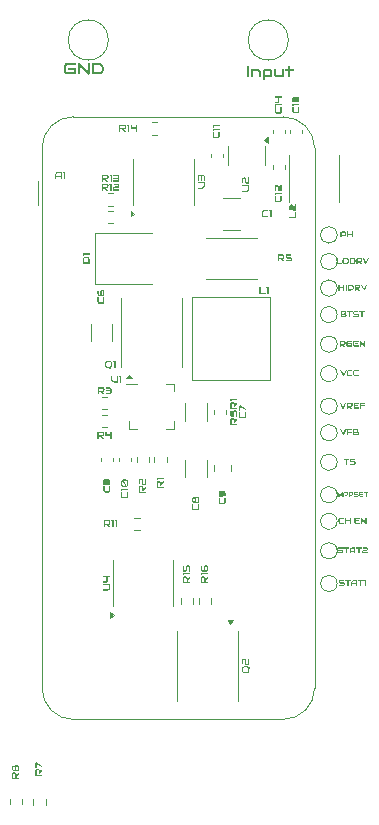
<source format=gbr>
%TF.GenerationSoftware,KiCad,Pcbnew,8.0.0*%
%TF.CreationDate,2024-05-24T13:22:15-04:00*%
%TF.ProjectId,MPPT Charge Controller,4d505054-2043-4686-9172-676520436f6e,0.1*%
%TF.SameCoordinates,Original*%
%TF.FileFunction,Legend,Top*%
%TF.FilePolarity,Positive*%
%FSLAX46Y46*%
G04 Gerber Fmt 4.6, Leading zero omitted, Abs format (unit mm)*
G04 Created by KiCad (PCBNEW 8.0.0) date 2024-05-24 13:22:15*
%MOMM*%
%LPD*%
G01*
G04 APERTURE LIST*
%ADD10C,0.150000*%
%ADD11C,0.100000*%
%ADD12C,0.120000*%
G04 APERTURE END LIST*
D10*
G36*
X115989009Y-71165000D02*
G01*
X115810223Y-71165000D01*
X115810223Y-70179968D01*
X115989009Y-70179968D01*
X115989009Y-71165000D01*
G37*
G36*
X116998953Y-71165000D02*
G01*
X116820167Y-71165000D01*
X116820167Y-70752718D01*
X116813435Y-70704312D01*
X116808199Y-70689947D01*
X116781744Y-70648699D01*
X116775471Y-70642320D01*
X116733957Y-70614564D01*
X116727111Y-70611789D01*
X116678962Y-70601421D01*
X116667027Y-70601043D01*
X116354396Y-70601043D01*
X116354396Y-71165000D01*
X116175854Y-71165000D01*
X116175854Y-70510917D01*
X116182693Y-70476479D01*
X116201988Y-70448147D01*
X116230809Y-70429340D01*
X116265980Y-70422501D01*
X116668492Y-70422501D01*
X116718837Y-70426413D01*
X116739567Y-70430073D01*
X116788298Y-70444007D01*
X116813573Y-70454497D01*
X116858242Y-70478883D01*
X116883670Y-70496995D01*
X116920650Y-70531410D01*
X116942777Y-70559521D01*
X116968503Y-70604370D01*
X116983810Y-70644274D01*
X116994679Y-70692066D01*
X116998820Y-70741513D01*
X116998953Y-70752718D01*
X116998953Y-71165000D01*
G37*
G36*
X117968841Y-70914162D02*
G01*
X117965132Y-70963158D01*
X117957118Y-70997205D01*
X117937419Y-71043424D01*
X117926099Y-71061685D01*
X117893813Y-71098779D01*
X117881402Y-71109068D01*
X117838513Y-71136144D01*
X117828157Y-71141064D01*
X117781062Y-71157151D01*
X117772226Y-71159138D01*
X117723523Y-71164948D01*
X117718737Y-71165000D01*
X117396580Y-71165000D01*
X117396580Y-70986458D01*
X117718737Y-70986458D01*
X117766219Y-70973243D01*
X117772226Y-70967896D01*
X117789899Y-70920611D01*
X117790055Y-70914162D01*
X117790055Y-70673827D01*
X117777963Y-70626237D01*
X117771737Y-70618872D01*
X117725137Y-70601199D01*
X117718737Y-70601043D01*
X117397801Y-70601043D01*
X117350435Y-70613136D01*
X117342847Y-70619361D01*
X117324690Y-70665961D01*
X117324529Y-70672362D01*
X117324529Y-71397274D01*
X117145743Y-71397274D01*
X117145743Y-70672362D01*
X117149876Y-70621193D01*
X117157466Y-70590052D01*
X117177281Y-70544053D01*
X117188730Y-70525816D01*
X117221336Y-70488722D01*
X117233670Y-70478433D01*
X117276560Y-70451357D01*
X117286915Y-70446437D01*
X117334423Y-70430286D01*
X117343335Y-70428363D01*
X117391921Y-70422553D01*
X117396580Y-70422501D01*
X117718737Y-70422501D01*
X117769906Y-70426634D01*
X117801046Y-70434225D01*
X117847045Y-70453703D01*
X117865282Y-70465000D01*
X117902377Y-70497377D01*
X117912665Y-70509696D01*
X117938956Y-70550876D01*
X117944661Y-70562941D01*
X117960987Y-70610101D01*
X117962979Y-70618872D01*
X117968790Y-70667575D01*
X117968841Y-70672362D01*
X117968841Y-70914162D01*
G37*
G36*
X118928227Y-71075118D02*
G01*
X118921144Y-71110778D01*
X118902337Y-71139354D01*
X118874249Y-71158161D01*
X118839567Y-71165000D01*
X118435589Y-71165000D01*
X118385794Y-71161088D01*
X118365003Y-71157428D01*
X118316377Y-71143493D01*
X118291242Y-71133004D01*
X118246706Y-71108503D01*
X118220900Y-71090505D01*
X118183598Y-71055973D01*
X118161549Y-71027979D01*
X118136064Y-70983011D01*
X118120516Y-70943227D01*
X118109471Y-70895381D01*
X118105264Y-70845787D01*
X118105129Y-70834539D01*
X118105129Y-70422501D01*
X118283670Y-70422501D01*
X118283670Y-70834539D01*
X118290402Y-70883174D01*
X118295638Y-70897554D01*
X118322158Y-70938737D01*
X118328367Y-70945181D01*
X118369934Y-70973124D01*
X118376727Y-70975956D01*
X118425036Y-70986089D01*
X118437055Y-70986458D01*
X118749441Y-70986458D01*
X118749441Y-70422501D01*
X118928227Y-70422501D01*
X118928227Y-71075118D01*
G37*
G36*
X119765492Y-70601043D02*
G01*
X119453593Y-70601043D01*
X119453593Y-71165000D01*
X119272854Y-71165000D01*
X119272854Y-70601043D01*
X119040823Y-70601043D01*
X119040823Y-70422501D01*
X119272854Y-70422501D01*
X119272854Y-70179968D01*
X119453593Y-70179968D01*
X119453593Y-70422501D01*
X119765492Y-70422501D01*
X119765492Y-70601043D01*
G37*
G36*
X101330775Y-70825118D02*
G01*
X101323936Y-70860778D01*
X101305130Y-70889354D01*
X101276553Y-70908161D01*
X101240894Y-70915000D01*
X100596581Y-70915000D01*
X100546893Y-70909848D01*
X100543336Y-70909138D01*
X100495635Y-70894725D01*
X100486916Y-70891064D01*
X100443282Y-70866146D01*
X100433671Y-70859068D01*
X100397559Y-70823469D01*
X100388730Y-70811685D01*
X100364680Y-70767117D01*
X100357467Y-70747205D01*
X100347392Y-70697478D01*
X100345744Y-70664162D01*
X100345744Y-70180561D01*
X100350896Y-70131088D01*
X100351605Y-70127561D01*
X100366018Y-70079860D01*
X100369679Y-70071140D01*
X100394758Y-70027507D01*
X100401919Y-70017896D01*
X100436358Y-69983091D01*
X100449791Y-69972955D01*
X100494233Y-69948806D01*
X100514027Y-69941692D01*
X100563333Y-69931617D01*
X100596581Y-69929968D01*
X101322715Y-69929968D01*
X101322715Y-70108510D01*
X100596581Y-70108510D01*
X100549054Y-70121724D01*
X100542848Y-70127072D01*
X100524816Y-70173207D01*
X100524529Y-70182027D01*
X100524529Y-70664162D01*
X100537918Y-70711322D01*
X100543336Y-70717651D01*
X100590261Y-70736293D01*
X100596581Y-70736458D01*
X101152233Y-70736458D01*
X101152233Y-70512487D01*
X100676937Y-70512487D01*
X100676937Y-70332480D01*
X101240894Y-70332480D01*
X101276553Y-70339808D01*
X101305130Y-70359347D01*
X101323936Y-70387679D01*
X101330775Y-70422362D01*
X101330775Y-70825118D01*
G37*
G36*
X102495081Y-70838796D02*
G01*
X102487753Y-70874699D01*
X102468702Y-70903032D01*
X102440126Y-70921838D01*
X102405199Y-70928677D01*
X102371738Y-70922571D01*
X102341940Y-70902543D01*
X101689323Y-70221106D01*
X101689323Y-70915000D01*
X101510782Y-70915000D01*
X101510782Y-70006172D01*
X101525223Y-69957985D01*
X101526169Y-69956591D01*
X101564234Y-69923827D01*
X101565737Y-69923129D01*
X101614437Y-69917419D01*
X101617760Y-69918000D01*
X101661481Y-69940497D01*
X101663922Y-69942913D01*
X102316539Y-70623618D01*
X102316539Y-69929968D01*
X102495081Y-69929968D01*
X102495081Y-70838796D01*
G37*
G36*
X103316449Y-69932422D02*
G01*
X103368255Y-69940903D01*
X103417485Y-69955444D01*
X103431752Y-69960987D01*
X103476918Y-69982559D01*
X103521972Y-70011687D01*
X103562178Y-70046472D01*
X103597159Y-70086457D01*
X103624103Y-70127215D01*
X103646418Y-70172171D01*
X103648395Y-70176898D01*
X103664882Y-70225660D01*
X103675262Y-70276999D01*
X103679536Y-70330914D01*
X103679658Y-70342006D01*
X103679658Y-70502718D01*
X103677186Y-70552273D01*
X103668637Y-70604662D01*
X103653982Y-70654235D01*
X103648395Y-70668558D01*
X103626542Y-70713700D01*
X103600062Y-70754788D01*
X103565589Y-70795300D01*
X103562178Y-70798740D01*
X103521972Y-70833415D01*
X103476918Y-70862548D01*
X103431752Y-70884225D01*
X103383295Y-70900454D01*
X103332261Y-70910672D01*
X103278652Y-70914879D01*
X103267621Y-70915000D01*
X102785485Y-70915000D01*
X102749582Y-70908161D01*
X102721005Y-70889354D01*
X102702199Y-70860778D01*
X102695360Y-70825118D01*
X102695360Y-70108510D01*
X102873901Y-70108510D01*
X102873901Y-70736458D01*
X103267621Y-70736458D01*
X103317507Y-70732245D01*
X103362631Y-70719605D01*
X103407127Y-70696318D01*
X103436393Y-70672222D01*
X103466807Y-70633934D01*
X103484264Y-70598705D01*
X103497414Y-70550205D01*
X103501117Y-70502718D01*
X103501117Y-70342006D01*
X103496904Y-70292180D01*
X103484264Y-70246751D01*
X103460823Y-70201937D01*
X103436393Y-70172745D01*
X103395542Y-70141313D01*
X103362631Y-70125362D01*
X103314529Y-70112213D01*
X103267621Y-70108510D01*
X102873901Y-70108510D01*
X102695360Y-70108510D01*
X102695360Y-70019849D01*
X102702199Y-69984923D01*
X102721005Y-69956102D01*
X102749582Y-69936807D01*
X102785485Y-69929968D01*
X103267621Y-69929968D01*
X103316449Y-69932422D01*
G37*
D11*
G36*
X124266748Y-95957168D02*
G01*
X124030810Y-96437838D01*
X124014438Y-96456199D01*
X124012980Y-96457133D01*
X123988851Y-96464310D01*
X123987090Y-96464338D01*
X123963040Y-96458006D01*
X123961567Y-96457133D01*
X123944308Y-96439437D01*
X123943493Y-96437960D01*
X123707798Y-95957168D01*
X123816364Y-95957168D01*
X123987090Y-96306924D01*
X124158427Y-95957168D01*
X124266748Y-95957168D01*
G37*
G36*
X124747418Y-96457500D02*
G01*
X124421354Y-96457500D01*
X124396629Y-96455092D01*
X124393877Y-96454569D01*
X124370305Y-96447431D01*
X124364934Y-96445165D01*
X124343279Y-96432932D01*
X124337457Y-96428679D01*
X124319505Y-96411070D01*
X124314253Y-96404132D01*
X124302221Y-96382183D01*
X124298011Y-96370793D01*
X124293015Y-96346636D01*
X124292027Y-96328173D01*
X124292027Y-96086372D01*
X124294435Y-96061748D01*
X124294958Y-96059017D01*
X124302096Y-96035445D01*
X124304362Y-96030075D01*
X124316669Y-96008378D01*
X124320970Y-96002597D01*
X124338808Y-95984645D01*
X124345761Y-95979394D01*
X124367595Y-95967309D01*
X124378856Y-95963152D01*
X124402911Y-95958156D01*
X124421354Y-95957168D01*
X124747418Y-95957168D01*
X124747418Y-96054255D01*
X124421354Y-96054255D01*
X124397808Y-96061933D01*
X124397296Y-96062437D01*
X124389244Y-96086076D01*
X124389236Y-96087105D01*
X124389236Y-96328173D01*
X124396915Y-96351583D01*
X124397418Y-96352109D01*
X124421354Y-96360413D01*
X124747418Y-96360413D01*
X124747418Y-96457500D01*
G37*
G36*
X125266190Y-96457500D02*
G01*
X124940126Y-96457500D01*
X124915401Y-96455092D01*
X124912648Y-96454569D01*
X124889077Y-96447431D01*
X124883706Y-96445165D01*
X124862051Y-96432932D01*
X124856228Y-96428679D01*
X124838277Y-96411070D01*
X124833025Y-96404132D01*
X124820993Y-96382183D01*
X124816783Y-96370793D01*
X124811787Y-96346636D01*
X124810799Y-96328173D01*
X124810799Y-96086372D01*
X124813206Y-96061748D01*
X124813730Y-96059017D01*
X124820868Y-96035445D01*
X124823133Y-96030075D01*
X124835441Y-96008378D01*
X124839742Y-96002597D01*
X124857579Y-95984645D01*
X124864533Y-95979394D01*
X124886367Y-95967309D01*
X124897628Y-95963152D01*
X124921683Y-95958156D01*
X124940126Y-95957168D01*
X125266190Y-95957168D01*
X125266190Y-96054255D01*
X124940126Y-96054255D01*
X124916579Y-96061933D01*
X124916068Y-96062437D01*
X124908016Y-96086076D01*
X124908008Y-96087105D01*
X124908008Y-96328173D01*
X124915687Y-96351583D01*
X124916190Y-96352109D01*
X124940126Y-96360413D01*
X125266190Y-96360413D01*
X125266190Y-96457500D01*
G37*
G36*
X124222435Y-98707168D02*
G01*
X123986497Y-99187838D01*
X123970125Y-99206199D01*
X123968667Y-99207133D01*
X123944538Y-99214310D01*
X123942777Y-99214338D01*
X123918727Y-99208006D01*
X123917254Y-99207133D01*
X123899995Y-99189437D01*
X123899180Y-99187960D01*
X123663485Y-98707168D01*
X123772051Y-98707168D01*
X123942777Y-99056924D01*
X124114114Y-98707168D01*
X124222435Y-98707168D01*
G37*
G36*
X124760136Y-98876550D02*
G01*
X124758640Y-98902643D01*
X124753717Y-98927799D01*
X124752320Y-98932482D01*
X124743222Y-98955594D01*
X124731315Y-98975835D01*
X124715202Y-98995293D01*
X124700907Y-99008075D01*
X124680002Y-99022348D01*
X124665003Y-99030179D01*
X124641352Y-99039052D01*
X124627024Y-99042636D01*
X124602804Y-99046388D01*
X124601500Y-99046421D01*
X124787980Y-99207500D01*
X124638014Y-99207500D01*
X124451779Y-99046421D01*
X124385101Y-99046421D01*
X124385101Y-98949335D01*
X124590876Y-98949335D01*
X124615099Y-98944491D01*
X124620185Y-98942618D01*
X124641202Y-98929870D01*
X124643021Y-98928208D01*
X124657139Y-98907814D01*
X124657798Y-98906226D01*
X124662921Y-98881719D01*
X124663049Y-98876550D01*
X124663049Y-98820252D01*
X124661584Y-98810605D01*
X124658042Y-98806209D01*
X124653280Y-98804621D01*
X124648028Y-98804255D01*
X124357257Y-98804255D01*
X124357257Y-99207500D01*
X124260171Y-99207500D01*
X124260171Y-98756017D01*
X124263834Y-98737088D01*
X124274093Y-98721334D01*
X124289602Y-98710954D01*
X124309019Y-98707168D01*
X124648028Y-98707168D01*
X124673240Y-98709319D01*
X124697588Y-98717043D01*
X124700296Y-98718403D01*
X124720729Y-98731960D01*
X124734979Y-98746613D01*
X124748262Y-98767573D01*
X124754274Y-98783005D01*
X124759443Y-98807599D01*
X124760136Y-98819642D01*
X124760136Y-98876550D01*
G37*
G36*
X125251797Y-99006243D02*
G01*
X124962003Y-99006243D01*
X124962003Y-98908424D01*
X125251797Y-98908424D01*
X125251797Y-99006243D01*
G37*
G36*
X125291975Y-99207500D02*
G01*
X124965910Y-99207500D01*
X124940608Y-99204876D01*
X124924145Y-99200783D01*
X124901037Y-99191199D01*
X124882135Y-99178679D01*
X124864428Y-99160880D01*
X124850710Y-99140034D01*
X124849895Y-99138501D01*
X124841046Y-99114812D01*
X124837266Y-99089048D01*
X124836950Y-99078173D01*
X124836950Y-98756017D01*
X124840614Y-98737088D01*
X124850994Y-98721334D01*
X124866504Y-98710954D01*
X124885799Y-98707168D01*
X125291975Y-98707168D01*
X125291975Y-98804255D01*
X124934037Y-98804255D01*
X124934037Y-99078173D01*
X124941601Y-99101834D01*
X124942097Y-99102353D01*
X124965514Y-99110405D01*
X124966521Y-99110413D01*
X125291975Y-99110413D01*
X125291975Y-99207500D01*
G37*
G36*
X125782659Y-99006243D02*
G01*
X125492498Y-99006243D01*
X125492498Y-98908424D01*
X125782659Y-98908424D01*
X125782659Y-99006243D01*
G37*
G36*
X125822592Y-98804255D02*
G01*
X125464654Y-98804255D01*
X125464654Y-99207500D01*
X125367568Y-99207500D01*
X125367568Y-98756017D01*
X125371231Y-98737088D01*
X125381490Y-98721334D01*
X125396999Y-98710954D01*
X125416416Y-98707168D01*
X125822592Y-98707168D01*
X125822592Y-98804255D01*
G37*
G36*
X123903064Y-106666000D02*
G01*
X123824808Y-106666000D01*
X123824808Y-106440026D01*
X123703957Y-106652615D01*
X123689791Y-106666683D01*
X123670251Y-106671471D01*
X123651201Y-106666683D01*
X123637230Y-106652615D01*
X123515890Y-106440026D01*
X123515890Y-106666000D01*
X123438221Y-106666000D01*
X123438221Y-106299342D01*
X123443051Y-106280184D01*
X123446134Y-106275504D01*
X123461540Y-106263344D01*
X123466944Y-106261436D01*
X123479449Y-106260361D01*
X123491466Y-106262999D01*
X123502115Y-106269349D01*
X123510321Y-106279119D01*
X123670251Y-106557165D01*
X123830182Y-106279119D01*
X123844087Y-106265313D01*
X123849135Y-106262901D01*
X123868660Y-106260370D01*
X123874341Y-106261436D01*
X123891789Y-106271824D01*
X123894955Y-106275504D01*
X123902676Y-106293593D01*
X123903064Y-106299342D01*
X123903064Y-106666000D01*
G37*
G36*
X124376016Y-106433676D02*
G01*
X124374819Y-106454531D01*
X124370880Y-106474594D01*
X124369763Y-106478323D01*
X124362485Y-106496837D01*
X124352959Y-106513103D01*
X124340069Y-106528669D01*
X124328633Y-106538896D01*
X124311827Y-106550245D01*
X124299812Y-106556383D01*
X124280975Y-106563398D01*
X124269526Y-106566251D01*
X124249313Y-106568984D01*
X124240705Y-106569279D01*
X124075988Y-106569279D01*
X124075988Y-106491610D01*
X124240607Y-106491610D01*
X124260204Y-106487735D01*
X124264250Y-106486237D01*
X124280984Y-106476038D01*
X124282422Y-106474709D01*
X124293619Y-106458394D01*
X124294145Y-106457123D01*
X124298244Y-106437726D01*
X124298346Y-106433676D01*
X124298346Y-106401436D01*
X124294189Y-106381928D01*
X124292680Y-106377793D01*
X124282659Y-106360946D01*
X124281347Y-106359524D01*
X124264784Y-106347974D01*
X124264152Y-106347702D01*
X124244807Y-106343508D01*
X124240705Y-106343404D01*
X124079700Y-106343404D01*
X124061004Y-106349157D01*
X124060161Y-106349949D01*
X124053713Y-106369098D01*
X124053713Y-106666000D01*
X123975946Y-106666000D01*
X123975946Y-106369098D01*
X123977402Y-106349104D01*
X123982267Y-106330110D01*
X123986302Y-106321031D01*
X123997197Y-106304064D01*
X124011232Y-106289751D01*
X124012191Y-106288986D01*
X124029337Y-106277913D01*
X124045702Y-106271303D01*
X124065169Y-106266800D01*
X124079114Y-106265734D01*
X124240705Y-106265734D01*
X124261294Y-106266950D01*
X124281236Y-106270950D01*
X124284962Y-106272085D01*
X124303524Y-106279436D01*
X124319742Y-106288986D01*
X124335325Y-106301877D01*
X124345436Y-106313313D01*
X124356739Y-106330119D01*
X124362924Y-106342133D01*
X124370068Y-106361055D01*
X124372889Y-106372517D01*
X124375710Y-106392642D01*
X124376016Y-106401240D01*
X124376016Y-106433676D01*
G37*
G36*
X124827376Y-106433676D02*
G01*
X124826180Y-106454531D01*
X124822241Y-106474594D01*
X124821124Y-106478323D01*
X124813845Y-106496837D01*
X124804320Y-106513103D01*
X124791430Y-106528669D01*
X124779993Y-106538896D01*
X124763187Y-106550245D01*
X124751173Y-106556383D01*
X124732335Y-106563398D01*
X124720887Y-106566251D01*
X124700674Y-106568984D01*
X124692066Y-106569279D01*
X124527348Y-106569279D01*
X124527348Y-106491610D01*
X124691968Y-106491610D01*
X124711565Y-106487735D01*
X124715611Y-106486237D01*
X124732345Y-106476038D01*
X124733783Y-106474709D01*
X124744980Y-106458394D01*
X124745506Y-106457123D01*
X124749605Y-106437726D01*
X124749707Y-106433676D01*
X124749707Y-106401436D01*
X124745550Y-106381928D01*
X124744041Y-106377793D01*
X124734019Y-106360946D01*
X124732708Y-106359524D01*
X124716145Y-106347974D01*
X124715513Y-106347702D01*
X124696167Y-106343508D01*
X124692066Y-106343404D01*
X124531061Y-106343404D01*
X124512365Y-106349157D01*
X124511522Y-106349949D01*
X124505074Y-106369098D01*
X124505074Y-106666000D01*
X124427307Y-106666000D01*
X124427307Y-106369098D01*
X124428763Y-106349104D01*
X124433627Y-106330110D01*
X124437663Y-106321031D01*
X124448558Y-106304064D01*
X124462592Y-106289751D01*
X124463552Y-106288986D01*
X124480698Y-106277913D01*
X124497062Y-106271303D01*
X124516530Y-106266800D01*
X124530475Y-106265734D01*
X124692066Y-106265734D01*
X124712654Y-106266950D01*
X124732597Y-106270950D01*
X124736323Y-106272085D01*
X124754885Y-106279436D01*
X124771103Y-106288986D01*
X124786686Y-106301877D01*
X124796797Y-106313313D01*
X124808100Y-106330119D01*
X124814285Y-106342133D01*
X124821429Y-106361055D01*
X124824250Y-106372517D01*
X124827071Y-106392642D01*
X124827376Y-106401240D01*
X124827376Y-106433676D01*
G37*
G36*
X125264669Y-106546907D02*
G01*
X125263301Y-106567521D01*
X125259198Y-106585986D01*
X125251899Y-106604172D01*
X125244641Y-106616565D01*
X125232146Y-106631647D01*
X125223441Y-106639230D01*
X125207162Y-106650068D01*
X125198332Y-106654569D01*
X125179452Y-106661431D01*
X125171954Y-106663264D01*
X125151995Y-106665869D01*
X125146748Y-106666000D01*
X124868018Y-106666000D01*
X124868018Y-106588330D01*
X125146748Y-106588330D01*
X125166504Y-106584404D01*
X125176448Y-106577193D01*
X125185753Y-106559081D01*
X125187000Y-106546907D01*
X125184166Y-106529907D01*
X125176155Y-106516621D01*
X125163455Y-106508023D01*
X125146748Y-106504995D01*
X124982422Y-106504995D01*
X124962730Y-106503202D01*
X124944027Y-106498644D01*
X124925415Y-106490995D01*
X124908049Y-106479954D01*
X124905827Y-106478226D01*
X124891495Y-106464166D01*
X124880230Y-106448130D01*
X124876420Y-106441198D01*
X124869276Y-106422578D01*
X124865624Y-106403047D01*
X124864697Y-106385316D01*
X124865842Y-106365730D01*
X124869746Y-106346479D01*
X124876420Y-106329628D01*
X124886929Y-106312536D01*
X124900447Y-106297266D01*
X124905827Y-106292601D01*
X124923028Y-106280989D01*
X124941473Y-106272898D01*
X124944027Y-106272085D01*
X124963933Y-106267322D01*
X124982422Y-106265734D01*
X125228716Y-106265734D01*
X125228716Y-106343404D01*
X124982422Y-106343404D01*
X124962877Y-106347433D01*
X124952917Y-106354834D01*
X124943613Y-106373119D01*
X124942366Y-106385316D01*
X124946086Y-106405359D01*
X124952917Y-106415699D01*
X124970384Y-106425435D01*
X124982422Y-106426739D01*
X125146748Y-106426739D01*
X125147237Y-106426739D01*
X125167444Y-106429021D01*
X125172345Y-106430061D01*
X125191344Y-106435990D01*
X125198723Y-106439244D01*
X125216170Y-106449277D01*
X125223734Y-106454876D01*
X125238157Y-106468869D01*
X125244739Y-106477542D01*
X125254301Y-106494732D01*
X125259295Y-106508121D01*
X125263488Y-106527631D01*
X125264669Y-106546907D01*
G37*
G36*
X125645785Y-106504995D02*
G01*
X125413950Y-106504995D01*
X125413950Y-106426739D01*
X125645785Y-106426739D01*
X125645785Y-106504995D01*
G37*
G36*
X125677928Y-106666000D02*
G01*
X125417076Y-106666000D01*
X125396835Y-106663901D01*
X125383664Y-106660626D01*
X125365177Y-106652959D01*
X125350056Y-106642943D01*
X125335890Y-106628704D01*
X125324916Y-106612027D01*
X125324264Y-106610801D01*
X125317185Y-106591850D01*
X125314161Y-106571238D01*
X125313908Y-106562538D01*
X125313908Y-106304813D01*
X125316839Y-106289670D01*
X125325143Y-106277067D01*
X125337551Y-106268763D01*
X125352987Y-106265734D01*
X125677928Y-106265734D01*
X125677928Y-106343404D01*
X125391577Y-106343404D01*
X125391577Y-106562538D01*
X125397629Y-106581467D01*
X125398025Y-106581882D01*
X125416759Y-106588324D01*
X125417565Y-106588330D01*
X125677928Y-106588330D01*
X125677928Y-106666000D01*
G37*
G36*
X126100761Y-106343404D02*
G01*
X125943273Y-106343404D01*
X125943273Y-106666000D01*
X125865604Y-106666000D01*
X125865604Y-106343404D01*
X125707921Y-106343404D01*
X125707921Y-106265734D01*
X126100761Y-106265734D01*
X126100761Y-106343404D01*
G37*
G36*
X124478506Y-103554255D02*
G01*
X124281647Y-103554255D01*
X124281647Y-103957500D01*
X124184560Y-103957500D01*
X124184560Y-103554255D01*
X123987456Y-103554255D01*
X123987456Y-103457168D01*
X124478506Y-103457168D01*
X124478506Y-103554255D01*
G37*
G36*
X125014620Y-103808633D02*
G01*
X125012910Y-103834401D01*
X125007781Y-103857482D01*
X124998657Y-103880215D01*
X124989585Y-103895706D01*
X124973966Y-103914559D01*
X124963084Y-103924038D01*
X124942736Y-103937585D01*
X124931699Y-103943211D01*
X124908099Y-103951789D01*
X124898726Y-103954080D01*
X124873777Y-103957336D01*
X124867219Y-103957500D01*
X124518807Y-103957500D01*
X124518807Y-103860413D01*
X124867219Y-103860413D01*
X124891913Y-103855505D01*
X124904344Y-103846491D01*
X124915975Y-103823851D01*
X124917533Y-103808633D01*
X124913991Y-103787384D01*
X124903978Y-103770776D01*
X124888102Y-103760029D01*
X124867219Y-103756243D01*
X124661811Y-103756243D01*
X124637196Y-103754003D01*
X124613817Y-103748306D01*
X124590553Y-103738744D01*
X124568844Y-103724943D01*
X124566068Y-103722782D01*
X124548152Y-103705208D01*
X124534070Y-103685163D01*
X124529309Y-103676498D01*
X124520379Y-103653223D01*
X124515814Y-103628809D01*
X124514654Y-103606645D01*
X124516086Y-103582163D01*
X124520966Y-103558099D01*
X124529309Y-103537035D01*
X124542445Y-103515670D01*
X124559342Y-103496583D01*
X124566068Y-103490751D01*
X124587568Y-103476236D01*
X124610625Y-103466122D01*
X124613817Y-103465106D01*
X124638699Y-103459153D01*
X124661811Y-103457168D01*
X124969679Y-103457168D01*
X124969679Y-103554255D01*
X124661811Y-103554255D01*
X124637380Y-103559292D01*
X124624930Y-103568543D01*
X124613299Y-103591398D01*
X124611741Y-103606645D01*
X124616391Y-103631699D01*
X124624930Y-103644624D01*
X124646764Y-103656794D01*
X124661811Y-103658424D01*
X124867219Y-103658424D01*
X124867830Y-103658424D01*
X124893088Y-103661277D01*
X124899215Y-103662576D01*
X124922963Y-103669988D01*
X124932188Y-103674056D01*
X124953996Y-103686597D01*
X124963451Y-103693595D01*
X124981480Y-103711086D01*
X124989707Y-103721927D01*
X125001659Y-103743415D01*
X125007903Y-103760151D01*
X125013144Y-103784539D01*
X125014620Y-103808633D01*
G37*
G36*
X124243056Y-100957168D02*
G01*
X124007118Y-101437838D01*
X123990746Y-101456199D01*
X123989288Y-101457133D01*
X123965159Y-101464310D01*
X123963398Y-101464338D01*
X123939348Y-101458006D01*
X123937875Y-101457133D01*
X123920616Y-101439437D01*
X123919801Y-101437960D01*
X123684106Y-100957168D01*
X123792672Y-100957168D01*
X123963398Y-101306924D01*
X124134735Y-100957168D01*
X124243056Y-100957168D01*
G37*
G36*
X124695882Y-101256243D02*
G01*
X124405722Y-101256243D01*
X124405722Y-101158424D01*
X124695882Y-101158424D01*
X124695882Y-101256243D01*
G37*
G36*
X124735816Y-101054255D02*
G01*
X124377878Y-101054255D01*
X124377878Y-101457500D01*
X124280792Y-101457500D01*
X124280792Y-101006017D01*
X124284455Y-100987088D01*
X124294714Y-100971334D01*
X124310223Y-100960954D01*
X124329640Y-100957168D01*
X124735816Y-100957168D01*
X124735816Y-101054255D01*
G37*
G36*
X125169219Y-100959996D02*
G01*
X125181193Y-100963152D01*
X125204568Y-100973542D01*
X125217585Y-100982569D01*
X125234866Y-101000133D01*
X125245795Y-101017374D01*
X125254222Y-101041127D01*
X125256987Y-101065817D01*
X125257030Y-101069642D01*
X125257030Y-101086372D01*
X125255015Y-101111591D01*
X125249466Y-101136896D01*
X125248970Y-101138640D01*
X125240492Y-101161788D01*
X125228244Y-101183892D01*
X125225401Y-101187978D01*
X125245070Y-101203153D01*
X125250924Y-101208738D01*
X125267351Y-101228103D01*
X125274738Y-101239757D01*
X125285370Y-101262276D01*
X125290858Y-101279569D01*
X125295527Y-101304295D01*
X125296842Y-101328173D01*
X125296842Y-101345392D01*
X125294071Y-101370055D01*
X125290980Y-101382028D01*
X125280800Y-101405298D01*
X125271807Y-101418299D01*
X125254243Y-101435382D01*
X125237003Y-101446264D01*
X125213250Y-101454691D01*
X125188559Y-101457456D01*
X125184735Y-101457500D01*
X124845848Y-101457500D01*
X124826430Y-101453836D01*
X124810921Y-101443456D01*
X124800541Y-101427946D01*
X124796877Y-101408651D01*
X124796877Y-101054255D01*
X124893963Y-101054255D01*
X124893963Y-101360413D01*
X125184735Y-101360413D01*
X125189742Y-101360169D01*
X125194504Y-101358703D01*
X125198046Y-101354185D01*
X125199755Y-101344659D01*
X125199755Y-101328173D01*
X125196289Y-101303324D01*
X125194504Y-101298253D01*
X125181131Y-101276958D01*
X125179972Y-101275783D01*
X125158799Y-101262016D01*
X125157135Y-101261372D01*
X125132238Y-101256369D01*
X125127093Y-101256243D01*
X124921929Y-101256243D01*
X124921929Y-101158424D01*
X125086915Y-101158424D01*
X125111845Y-101155119D01*
X125116957Y-101153417D01*
X125137995Y-101140711D01*
X125139794Y-101139007D01*
X125153561Y-101118048D01*
X125154204Y-101116414D01*
X125159089Y-101091550D01*
X125159211Y-101086372D01*
X125159211Y-101069642D01*
X125144557Y-101054255D01*
X124893963Y-101054255D01*
X124796877Y-101054255D01*
X124796877Y-101006017D01*
X124800541Y-100987088D01*
X124810921Y-100971334D01*
X124826430Y-100960954D01*
X124845848Y-100957168D01*
X125144557Y-100957168D01*
X125169219Y-100959996D01*
G37*
G36*
X124097871Y-114068633D02*
G01*
X124096162Y-114094401D01*
X124091033Y-114117482D01*
X124081909Y-114140215D01*
X124072837Y-114155706D01*
X124057218Y-114174559D01*
X124046336Y-114184038D01*
X124025988Y-114197585D01*
X124014951Y-114203211D01*
X123991351Y-114211789D01*
X123981978Y-114214080D01*
X123957029Y-114217336D01*
X123950471Y-114217500D01*
X123602058Y-114217500D01*
X123602058Y-114120413D01*
X123950471Y-114120413D01*
X123975165Y-114115505D01*
X123987596Y-114106491D01*
X123999226Y-114083851D01*
X124000785Y-114068633D01*
X123997243Y-114047384D01*
X123987229Y-114030776D01*
X123971354Y-114020029D01*
X123950471Y-114016243D01*
X123745063Y-114016243D01*
X123720448Y-114014003D01*
X123697069Y-114008306D01*
X123673804Y-113998744D01*
X123652096Y-113984943D01*
X123649319Y-113982782D01*
X123631404Y-113965208D01*
X123617322Y-113945163D01*
X123612561Y-113936498D01*
X123603631Y-113913223D01*
X123599065Y-113888809D01*
X123597906Y-113866645D01*
X123599337Y-113842163D01*
X123604217Y-113818099D01*
X123612561Y-113797035D01*
X123625697Y-113775670D01*
X123642594Y-113756583D01*
X123649319Y-113750751D01*
X123670820Y-113736236D01*
X123693877Y-113726122D01*
X123697069Y-113725106D01*
X123721951Y-113719153D01*
X123745063Y-113717168D01*
X124052931Y-113717168D01*
X124052931Y-113814255D01*
X123745063Y-113814255D01*
X123720631Y-113819292D01*
X123708182Y-113828543D01*
X123696551Y-113851398D01*
X123694993Y-113866645D01*
X123699642Y-113891699D01*
X123708182Y-113904624D01*
X123730016Y-113916794D01*
X123745063Y-113918424D01*
X123950471Y-113918424D01*
X123951081Y-113918424D01*
X123976340Y-113921277D01*
X123982467Y-113922576D01*
X124006215Y-113929988D01*
X124015439Y-113934056D01*
X124037248Y-113946597D01*
X124046703Y-113953595D01*
X124064732Y-113971086D01*
X124072959Y-113981927D01*
X124084911Y-114003415D01*
X124091155Y-114020151D01*
X124096396Y-114044539D01*
X124097871Y-114068633D01*
G37*
G36*
X124609072Y-113814255D02*
G01*
X124412212Y-113814255D01*
X124412212Y-114217500D01*
X124315125Y-114217500D01*
X124315125Y-113814255D01*
X124118021Y-113814255D01*
X124118021Y-113717168D01*
X124609072Y-113717168D01*
X124609072Y-113814255D01*
G37*
G36*
X125108060Y-113720954D02*
G01*
X125123813Y-113731334D01*
X125134316Y-113747088D01*
X125138102Y-113766017D01*
X125138102Y-114217500D01*
X125041015Y-114217500D01*
X125041015Y-114096599D01*
X124734857Y-114096599D01*
X124734857Y-114217500D01*
X124637770Y-114217500D01*
X124637770Y-113999513D01*
X124734857Y-113999513D01*
X125041015Y-113999513D01*
X125041015Y-113814255D01*
X124887875Y-113814255D01*
X124871022Y-113815476D01*
X124846309Y-113820058D01*
X124841102Y-113821460D01*
X124818034Y-113829759D01*
X124805321Y-113835870D01*
X124784209Y-113849910D01*
X124771005Y-113862493D01*
X124755913Y-113882975D01*
X124745115Y-113905113D01*
X124738102Y-113929573D01*
X124735217Y-113953925D01*
X124734857Y-113967273D01*
X124734857Y-113999513D01*
X124637770Y-113999513D01*
X124637770Y-113967273D01*
X124638946Y-113940513D01*
X124642472Y-113914822D01*
X124648349Y-113890199D01*
X124656577Y-113866645D01*
X124666950Y-113844380D01*
X124680790Y-113821285D01*
X124696930Y-113800258D01*
X124708967Y-113787388D01*
X124728814Y-113769872D01*
X124750574Y-113754694D01*
X124774246Y-113741854D01*
X124788224Y-113735730D01*
X124811580Y-113727609D01*
X124835973Y-113721809D01*
X124861405Y-113718328D01*
X124887875Y-113717168D01*
X125089131Y-113717168D01*
X125108060Y-113720954D01*
G37*
G36*
X125683740Y-113814255D02*
G01*
X125486880Y-113814255D01*
X125486880Y-114217500D01*
X125389794Y-114217500D01*
X125389794Y-113814255D01*
X125192690Y-113814255D01*
X125192690Y-113717168D01*
X125683740Y-113717168D01*
X125683740Y-113814255D01*
G37*
G36*
X125889515Y-114217500D02*
G01*
X125792062Y-114217500D01*
X125792062Y-113814255D01*
X125711340Y-113814255D01*
X125711340Y-113717168D01*
X125889515Y-113717168D01*
X125889515Y-114217500D01*
G37*
G36*
X123960362Y-111308633D02*
G01*
X123958653Y-111334401D01*
X123953524Y-111357482D01*
X123944400Y-111380215D01*
X123935328Y-111395706D01*
X123919709Y-111414559D01*
X123908827Y-111424038D01*
X123888479Y-111437585D01*
X123877442Y-111443211D01*
X123853842Y-111451789D01*
X123844469Y-111454080D01*
X123819520Y-111457336D01*
X123812962Y-111457500D01*
X123464549Y-111457500D01*
X123464549Y-111360413D01*
X123812962Y-111360413D01*
X123837656Y-111355505D01*
X123850087Y-111346491D01*
X123861717Y-111323851D01*
X123863276Y-111308633D01*
X123859734Y-111287384D01*
X123849720Y-111270776D01*
X123833845Y-111260029D01*
X123812962Y-111256243D01*
X123607554Y-111256243D01*
X123582939Y-111254003D01*
X123559560Y-111248306D01*
X123536295Y-111238744D01*
X123514587Y-111224943D01*
X123511810Y-111222782D01*
X123493895Y-111205208D01*
X123479813Y-111185163D01*
X123475052Y-111176498D01*
X123466122Y-111153223D01*
X123461556Y-111128809D01*
X123460397Y-111106645D01*
X123461828Y-111082163D01*
X123466708Y-111058099D01*
X123475052Y-111037035D01*
X123488188Y-111015670D01*
X123505085Y-110996583D01*
X123511810Y-110990751D01*
X123533311Y-110976236D01*
X123556368Y-110966122D01*
X123559560Y-110965106D01*
X123584442Y-110959153D01*
X123607554Y-110957168D01*
X123915422Y-110957168D01*
X123915422Y-111054255D01*
X123607554Y-111054255D01*
X123583122Y-111059292D01*
X123570673Y-111068543D01*
X123559042Y-111091398D01*
X123557484Y-111106645D01*
X123562133Y-111131699D01*
X123570673Y-111144624D01*
X123592507Y-111156794D01*
X123607554Y-111158424D01*
X123812962Y-111158424D01*
X123813572Y-111158424D01*
X123838831Y-111161277D01*
X123844958Y-111162576D01*
X123868706Y-111169988D01*
X123877930Y-111174056D01*
X123899739Y-111186597D01*
X123909194Y-111193595D01*
X123927223Y-111211086D01*
X123935450Y-111221927D01*
X123947402Y-111243415D01*
X123953646Y-111260151D01*
X123958887Y-111284539D01*
X123960362Y-111308633D01*
G37*
G36*
X124471563Y-111054255D02*
G01*
X124274703Y-111054255D01*
X124274703Y-111457500D01*
X124177616Y-111457500D01*
X124177616Y-111054255D01*
X123980512Y-111054255D01*
X123980512Y-110957168D01*
X124471563Y-110957168D01*
X124471563Y-111054255D01*
G37*
G36*
X124970551Y-110960954D02*
G01*
X124986304Y-110971334D01*
X124996807Y-110987088D01*
X125000593Y-111006017D01*
X125000593Y-111457500D01*
X124903506Y-111457500D01*
X124903506Y-111336599D01*
X124597348Y-111336599D01*
X124597348Y-111457500D01*
X124500261Y-111457500D01*
X124500261Y-111239513D01*
X124597348Y-111239513D01*
X124903506Y-111239513D01*
X124903506Y-111054255D01*
X124750366Y-111054255D01*
X124733513Y-111055476D01*
X124708800Y-111060058D01*
X124703593Y-111061460D01*
X124680525Y-111069759D01*
X124667812Y-111075870D01*
X124646700Y-111089910D01*
X124633496Y-111102493D01*
X124618404Y-111122975D01*
X124607606Y-111145113D01*
X124600593Y-111169573D01*
X124597708Y-111193925D01*
X124597348Y-111207273D01*
X124597348Y-111239513D01*
X124500261Y-111239513D01*
X124500261Y-111207273D01*
X124501437Y-111180513D01*
X124504963Y-111154822D01*
X124510840Y-111130199D01*
X124519068Y-111106645D01*
X124529441Y-111084380D01*
X124543281Y-111061285D01*
X124559421Y-111040258D01*
X124571458Y-111027388D01*
X124591305Y-111009872D01*
X124613065Y-110994694D01*
X124636737Y-110981854D01*
X124650715Y-110975730D01*
X124674071Y-110967609D01*
X124698464Y-110961809D01*
X124723896Y-110958328D01*
X124750366Y-110957168D01*
X124951622Y-110957168D01*
X124970551Y-110960954D01*
G37*
G36*
X125546231Y-111054255D02*
G01*
X125349371Y-111054255D01*
X125349371Y-111457500D01*
X125252285Y-111457500D01*
X125252285Y-111054255D01*
X125055181Y-111054255D01*
X125055181Y-110957168D01*
X125546231Y-110957168D01*
X125546231Y-111054255D01*
G37*
G36*
X126042533Y-111457500D02*
G01*
X125582379Y-111457500D01*
X125582379Y-111288361D01*
X125584786Y-111263374D01*
X125585310Y-111260640D01*
X125592448Y-111236987D01*
X125594713Y-111231575D01*
X125606946Y-111209762D01*
X125611200Y-111203975D01*
X125628854Y-111185909D01*
X125635746Y-111180650D01*
X125657581Y-111168676D01*
X125668841Y-111164530D01*
X125692896Y-111159432D01*
X125711339Y-111158424D01*
X125912595Y-111158424D01*
X125936286Y-111150975D01*
X125936776Y-111150486D01*
X125944469Y-111126550D01*
X125944469Y-111087105D01*
X125937492Y-111063478D01*
X125936531Y-111062437D01*
X125913328Y-111054255D01*
X125622557Y-111054255D01*
X125622557Y-110957168D01*
X125913328Y-110957168D01*
X125938002Y-110959061D01*
X125955216Y-110963152D01*
X125978006Y-110972847D01*
X125988433Y-110979394D01*
X126007003Y-110995479D01*
X126013101Y-111002597D01*
X126026935Y-111023834D01*
X126029954Y-111030075D01*
X126038252Y-111053535D01*
X126039480Y-111059017D01*
X126042506Y-111083974D01*
X126042533Y-111086372D01*
X126042533Y-111126550D01*
X126040712Y-111151824D01*
X126034632Y-111175676D01*
X126029588Y-111187001D01*
X126016003Y-111208027D01*
X125998318Y-111226078D01*
X125997103Y-111227056D01*
X125975611Y-111241027D01*
X125955216Y-111249405D01*
X125930903Y-111254934D01*
X125913328Y-111256243D01*
X125711339Y-111256243D01*
X125695464Y-111258930D01*
X125686793Y-111266013D01*
X125682030Y-111276638D01*
X125679466Y-111288728D01*
X125679466Y-111360413D01*
X126042533Y-111360413D01*
X126042533Y-111457500D01*
G37*
G36*
X124163695Y-93626550D02*
G01*
X124162199Y-93652643D01*
X124157276Y-93677799D01*
X124155879Y-93682482D01*
X124146781Y-93705594D01*
X124134875Y-93725835D01*
X124118762Y-93745293D01*
X124104466Y-93758075D01*
X124083561Y-93772348D01*
X124068563Y-93780179D01*
X124044911Y-93789052D01*
X124030583Y-93792636D01*
X124006363Y-93796388D01*
X124005059Y-93796421D01*
X124191539Y-93957500D01*
X124041574Y-93957500D01*
X123855339Y-93796421D01*
X123788660Y-93796421D01*
X123788660Y-93699335D01*
X123994435Y-93699335D01*
X124018658Y-93694491D01*
X124023744Y-93692618D01*
X124044761Y-93679870D01*
X124046581Y-93678208D01*
X124060699Y-93657814D01*
X124061357Y-93656226D01*
X124066480Y-93631719D01*
X124066609Y-93626550D01*
X124066609Y-93570252D01*
X124065143Y-93560605D01*
X124061602Y-93556209D01*
X124056839Y-93554621D01*
X124051588Y-93554255D01*
X123760817Y-93554255D01*
X123760817Y-93957500D01*
X123663730Y-93957500D01*
X123663730Y-93506017D01*
X123667394Y-93487088D01*
X123677652Y-93471334D01*
X123693161Y-93460954D01*
X123712579Y-93457168D01*
X124051588Y-93457168D01*
X124076799Y-93459319D01*
X124101147Y-93467043D01*
X124103856Y-93468403D01*
X124124288Y-93481960D01*
X124138538Y-93496613D01*
X124151821Y-93517573D01*
X124157833Y-93533005D01*
X124163003Y-93557599D01*
X124163695Y-93569642D01*
X124163695Y-93626550D01*
G37*
G36*
X124736323Y-93908651D02*
G01*
X124732537Y-93927946D01*
X124722279Y-93943456D01*
X124706769Y-93953836D01*
X124687474Y-93957500D01*
X124365318Y-93957500D01*
X124340593Y-93955092D01*
X124337840Y-93954569D01*
X124314269Y-93947431D01*
X124308898Y-93945165D01*
X124287243Y-93932932D01*
X124281420Y-93928679D01*
X124263468Y-93911070D01*
X124258217Y-93904132D01*
X124246185Y-93882183D01*
X124241975Y-93870793D01*
X124236979Y-93846636D01*
X124235991Y-93828173D01*
X124235991Y-93586372D01*
X124238398Y-93561748D01*
X124238922Y-93559017D01*
X124246060Y-93535445D01*
X124248325Y-93530075D01*
X124260633Y-93508378D01*
X124264934Y-93502597D01*
X124282771Y-93484645D01*
X124289725Y-93479394D01*
X124311559Y-93467309D01*
X124322819Y-93463152D01*
X124346874Y-93458156D01*
X124365318Y-93457168D01*
X124732293Y-93457168D01*
X124732293Y-93554255D01*
X124365318Y-93554255D01*
X124341771Y-93561933D01*
X124341260Y-93562437D01*
X124333208Y-93586076D01*
X124333200Y-93587105D01*
X124333200Y-93828173D01*
X124340878Y-93851583D01*
X124341382Y-93852109D01*
X124365318Y-93860413D01*
X124639236Y-93860413D01*
X124639236Y-93756243D01*
X124401588Y-93756243D01*
X124401588Y-93658424D01*
X124687474Y-93658424D01*
X124706891Y-93662332D01*
X124722401Y-93672957D01*
X124732537Y-93688466D01*
X124736323Y-93707273D01*
X124736323Y-93908651D01*
G37*
G36*
X125231281Y-93756243D02*
G01*
X124941487Y-93756243D01*
X124941487Y-93658424D01*
X125231281Y-93658424D01*
X125231281Y-93756243D01*
G37*
G36*
X125271459Y-93957500D02*
G01*
X124945394Y-93957500D01*
X124920092Y-93954876D01*
X124903629Y-93950783D01*
X124880521Y-93941199D01*
X124861619Y-93928679D01*
X124843912Y-93910880D01*
X124830194Y-93890034D01*
X124829379Y-93888501D01*
X124820530Y-93864812D01*
X124816750Y-93839048D01*
X124816434Y-93828173D01*
X124816434Y-93506017D01*
X124820098Y-93487088D01*
X124830478Y-93471334D01*
X124845988Y-93460954D01*
X124865283Y-93457168D01*
X125271459Y-93457168D01*
X125271459Y-93554255D01*
X124913521Y-93554255D01*
X124913521Y-93828173D01*
X124921085Y-93851834D01*
X124921581Y-93852353D01*
X124944998Y-93860405D01*
X124946005Y-93860413D01*
X125271459Y-93860413D01*
X125271459Y-93957500D01*
G37*
G36*
X125847017Y-93915490D02*
G01*
X125843109Y-93934907D01*
X125832607Y-93950416D01*
X125817097Y-93960553D01*
X125798168Y-93964338D01*
X125779972Y-93960919D01*
X125763730Y-93950050D01*
X125444138Y-93616414D01*
X125444138Y-93957500D01*
X125347052Y-93957500D01*
X125347052Y-93499178D01*
X125353410Y-93475255D01*
X125355356Y-93472189D01*
X125373655Y-93455706D01*
X125376849Y-93454115D01*
X125401680Y-93450736D01*
X125405304Y-93451306D01*
X125427650Y-93462272D01*
X125430339Y-93464862D01*
X125749930Y-93798131D01*
X125749930Y-93457168D01*
X125847017Y-93457168D01*
X125847017Y-93915490D01*
G37*
G36*
X124117405Y-90959996D02*
G01*
X124129378Y-90963152D01*
X124152753Y-90973542D01*
X124165771Y-90982569D01*
X124183051Y-91000133D01*
X124193981Y-91017374D01*
X124202407Y-91041127D01*
X124205172Y-91065817D01*
X124205216Y-91069642D01*
X124205216Y-91086372D01*
X124203201Y-91111591D01*
X124197652Y-91136896D01*
X124197156Y-91138640D01*
X124188678Y-91161788D01*
X124176429Y-91183892D01*
X124173586Y-91187978D01*
X124193255Y-91203153D01*
X124199110Y-91208738D01*
X124215536Y-91228103D01*
X124222924Y-91239757D01*
X124233555Y-91262276D01*
X124239044Y-91279569D01*
X124243713Y-91304295D01*
X124245027Y-91328173D01*
X124245027Y-91345392D01*
X124242257Y-91370055D01*
X124239166Y-91382028D01*
X124228986Y-91405298D01*
X124219993Y-91418299D01*
X124202429Y-91435382D01*
X124185188Y-91446264D01*
X124161435Y-91454691D01*
X124136745Y-91457456D01*
X124132920Y-91457500D01*
X123794033Y-91457500D01*
X123774616Y-91453836D01*
X123759106Y-91443456D01*
X123748726Y-91427946D01*
X123745062Y-91408651D01*
X123745062Y-91054255D01*
X123842149Y-91054255D01*
X123842149Y-91360413D01*
X124132920Y-91360413D01*
X124137927Y-91360169D01*
X124142690Y-91358703D01*
X124146231Y-91354185D01*
X124147941Y-91344659D01*
X124147941Y-91328173D01*
X124144474Y-91303324D01*
X124142690Y-91298253D01*
X124129316Y-91276958D01*
X124128157Y-91275783D01*
X124106984Y-91262016D01*
X124105321Y-91261372D01*
X124080424Y-91256369D01*
X124075279Y-91256243D01*
X123870115Y-91256243D01*
X123870115Y-91158424D01*
X124035101Y-91158424D01*
X124060031Y-91155119D01*
X124065143Y-91153417D01*
X124086181Y-91140711D01*
X124087979Y-91139007D01*
X124101747Y-91118048D01*
X124102390Y-91116414D01*
X124107274Y-91091550D01*
X124107397Y-91086372D01*
X124107397Y-91069642D01*
X124092742Y-91054255D01*
X123842149Y-91054255D01*
X123745062Y-91054255D01*
X123745062Y-91006017D01*
X123748726Y-90987088D01*
X123759106Y-90971334D01*
X123774616Y-90960954D01*
X123794033Y-90957168D01*
X124092742Y-90957168D01*
X124117405Y-90959996D01*
G37*
G36*
X124755617Y-91054255D02*
G01*
X124558757Y-91054255D01*
X124558757Y-91457500D01*
X124461671Y-91457500D01*
X124461671Y-91054255D01*
X124264567Y-91054255D01*
X124264567Y-90957168D01*
X124755617Y-90957168D01*
X124755617Y-91054255D01*
G37*
G36*
X125291730Y-91308633D02*
G01*
X125290021Y-91334401D01*
X125284891Y-91357482D01*
X125275768Y-91380215D01*
X125266695Y-91395706D01*
X125251077Y-91414559D01*
X125240195Y-91424038D01*
X125219846Y-91437585D01*
X125208810Y-91443211D01*
X125185209Y-91451789D01*
X125175837Y-91454080D01*
X125150888Y-91457336D01*
X125144330Y-91457500D01*
X124795917Y-91457500D01*
X124795917Y-91360413D01*
X125144330Y-91360413D01*
X125169024Y-91355505D01*
X125181455Y-91346491D01*
X125193085Y-91323851D01*
X125194644Y-91308633D01*
X125191102Y-91287384D01*
X125181088Y-91270776D01*
X125165212Y-91260029D01*
X125144330Y-91256243D01*
X124938921Y-91256243D01*
X124914307Y-91254003D01*
X124890928Y-91248306D01*
X124867663Y-91238744D01*
X124845955Y-91224943D01*
X124843178Y-91222782D01*
X124825263Y-91205208D01*
X124811181Y-91185163D01*
X124806420Y-91176498D01*
X124797490Y-91153223D01*
X124792924Y-91128809D01*
X124791765Y-91106645D01*
X124793196Y-91082163D01*
X124798076Y-91058099D01*
X124806420Y-91037035D01*
X124819556Y-91015670D01*
X124836453Y-90996583D01*
X124843178Y-90990751D01*
X124864679Y-90976236D01*
X124887736Y-90966122D01*
X124890928Y-90965106D01*
X124915810Y-90959153D01*
X124938921Y-90957168D01*
X125246790Y-90957168D01*
X125246790Y-91054255D01*
X124938921Y-91054255D01*
X124914490Y-91059292D01*
X124902041Y-91068543D01*
X124890410Y-91091398D01*
X124888852Y-91106645D01*
X124893501Y-91131699D01*
X124902041Y-91144624D01*
X124923874Y-91156794D01*
X124938921Y-91158424D01*
X125144330Y-91158424D01*
X125144940Y-91158424D01*
X125170199Y-91161277D01*
X125176325Y-91162576D01*
X125200074Y-91169988D01*
X125209298Y-91174056D01*
X125231106Y-91186597D01*
X125240561Y-91193595D01*
X125258591Y-91211086D01*
X125266817Y-91221927D01*
X125278770Y-91243415D01*
X125285014Y-91260151D01*
X125290254Y-91284539D01*
X125291730Y-91308633D01*
G37*
G36*
X125802930Y-91054255D02*
G01*
X125606071Y-91054255D01*
X125606071Y-91457500D01*
X125508984Y-91457500D01*
X125508984Y-91054255D01*
X125311880Y-91054255D01*
X125311880Y-90957168D01*
X125802930Y-90957168D01*
X125802930Y-91054255D01*
G37*
G36*
X123659700Y-88908424D02*
G01*
X123965370Y-88908424D01*
X123965370Y-88707168D01*
X124062579Y-88707168D01*
X124062579Y-89207500D01*
X123965370Y-89207500D01*
X123965370Y-89006243D01*
X123659700Y-89006243D01*
X123659700Y-89207500D01*
X123562492Y-89207500D01*
X123562492Y-88707168D01*
X123659700Y-88707168D01*
X123659700Y-88908424D01*
G37*
G36*
X124253699Y-89207500D02*
G01*
X124156490Y-89207500D01*
X124156490Y-88707168D01*
X124253699Y-88707168D01*
X124253699Y-89207500D01*
G37*
G36*
X124663452Y-88708414D02*
G01*
X124689813Y-88712722D01*
X124714886Y-88720106D01*
X124722157Y-88722922D01*
X124745174Y-88733948D01*
X124766140Y-88747336D01*
X124785054Y-88763086D01*
X124788591Y-88766519D01*
X124804953Y-88784983D01*
X124818930Y-88805569D01*
X124830522Y-88828279D01*
X124832555Y-88833075D01*
X124840991Y-88857915D01*
X124846303Y-88884042D01*
X124848412Y-88908658D01*
X124848552Y-88917095D01*
X124848552Y-88997451D01*
X124847287Y-89022641D01*
X124842913Y-89049293D01*
X124835414Y-89074538D01*
X124832555Y-89081837D01*
X124821440Y-89104842D01*
X124807939Y-89125772D01*
X124792054Y-89144627D01*
X124788591Y-89148148D01*
X124770087Y-89164370D01*
X124749531Y-89178230D01*
X124726924Y-89189729D01*
X124722157Y-89191746D01*
X124697470Y-89200053D01*
X124671495Y-89205284D01*
X124647017Y-89207361D01*
X124638626Y-89207500D01*
X124397558Y-89207500D01*
X124378141Y-89203836D01*
X124362631Y-89193456D01*
X124352251Y-89177946D01*
X124348587Y-89158651D01*
X124348587Y-88804255D01*
X124445674Y-88804255D01*
X124445674Y-89110413D01*
X124638626Y-89110413D01*
X124664270Y-89108138D01*
X124684665Y-89102353D01*
X124707252Y-89090355D01*
X124720325Y-89079516D01*
X124735606Y-89059859D01*
X124743284Y-89043979D01*
X124749900Y-89019039D01*
X124751466Y-88997451D01*
X124751466Y-88917095D01*
X124749157Y-88891476D01*
X124743284Y-88870933D01*
X124731302Y-88848228D01*
X124720325Y-88835273D01*
X124700566Y-88820094D01*
X124684665Y-88812437D01*
X124659940Y-88805821D01*
X124638626Y-88804255D01*
X124445674Y-88804255D01*
X124348587Y-88804255D01*
X124348587Y-88756017D01*
X124352251Y-88737088D01*
X124362631Y-88721334D01*
X124378141Y-88710954D01*
X124397558Y-88707168D01*
X124638626Y-88707168D01*
X124663452Y-88708414D01*
G37*
G36*
X125425210Y-88876550D02*
G01*
X125423714Y-88902643D01*
X125418791Y-88927799D01*
X125417394Y-88932482D01*
X125408296Y-88955594D01*
X125396389Y-88975835D01*
X125380276Y-88995293D01*
X125365981Y-89008075D01*
X125345075Y-89022348D01*
X125330077Y-89030179D01*
X125306426Y-89039052D01*
X125292097Y-89042636D01*
X125267877Y-89046388D01*
X125266574Y-89046421D01*
X125453053Y-89207500D01*
X125303088Y-89207500D01*
X125116853Y-89046421D01*
X125050175Y-89046421D01*
X125050175Y-88949335D01*
X125255949Y-88949335D01*
X125280172Y-88944491D01*
X125285259Y-88942618D01*
X125306276Y-88929870D01*
X125308095Y-88928208D01*
X125322213Y-88907814D01*
X125322872Y-88906226D01*
X125327995Y-88881719D01*
X125328123Y-88876550D01*
X125328123Y-88820252D01*
X125326658Y-88810605D01*
X125323116Y-88806209D01*
X125318354Y-88804621D01*
X125313102Y-88804255D01*
X125022331Y-88804255D01*
X125022331Y-89207500D01*
X124925245Y-89207500D01*
X124925245Y-88756017D01*
X124928908Y-88737088D01*
X124939167Y-88721334D01*
X124954676Y-88710954D01*
X124974093Y-88707168D01*
X125313102Y-88707168D01*
X125338314Y-88709319D01*
X125362662Y-88717043D01*
X125365370Y-88718403D01*
X125385802Y-88731960D01*
X125400053Y-88746613D01*
X125413336Y-88767573D01*
X125419348Y-88783005D01*
X125424517Y-88807599D01*
X125425210Y-88819642D01*
X125425210Y-88876550D01*
G37*
G36*
X126004187Y-88707168D02*
G01*
X125768249Y-89187838D01*
X125751877Y-89206199D01*
X125750419Y-89207133D01*
X125726291Y-89214310D01*
X125724529Y-89214338D01*
X125700480Y-89208006D01*
X125699006Y-89207133D01*
X125681747Y-89189437D01*
X125680932Y-89187960D01*
X125445238Y-88707168D01*
X125553804Y-88707168D01*
X125724529Y-89056924D01*
X125895866Y-88707168D01*
X126004187Y-88707168D01*
G37*
G36*
X124221424Y-84417095D02*
G01*
X124219928Y-84443164D01*
X124215005Y-84468243D01*
X124213608Y-84472904D01*
X124204510Y-84496046D01*
X124192603Y-84516379D01*
X124176490Y-84535837D01*
X124162195Y-84548620D01*
X124141188Y-84562806D01*
X124126169Y-84570479D01*
X124102623Y-84579247D01*
X124088312Y-84582814D01*
X124063045Y-84586230D01*
X124052286Y-84586599D01*
X123846389Y-84586599D01*
X123846389Y-84489513D01*
X124052164Y-84489513D01*
X124076659Y-84484669D01*
X124081717Y-84482796D01*
X124102634Y-84470048D01*
X124104432Y-84468386D01*
X124118428Y-84447992D01*
X124119086Y-84446404D01*
X124124209Y-84422157D01*
X124124337Y-84417095D01*
X124124337Y-84376795D01*
X124119141Y-84352410D01*
X124117254Y-84347241D01*
X124104728Y-84326182D01*
X124103088Y-84324405D01*
X124082385Y-84309968D01*
X124081595Y-84309628D01*
X124057413Y-84304386D01*
X124052286Y-84304255D01*
X123851030Y-84304255D01*
X123827660Y-84311446D01*
X123826605Y-84312437D01*
X123818545Y-84336372D01*
X123818545Y-84707500D01*
X123721337Y-84707500D01*
X123721337Y-84336372D01*
X123723157Y-84311380D01*
X123729238Y-84287637D01*
X123734282Y-84276289D01*
X123747900Y-84255080D01*
X123765444Y-84237189D01*
X123766644Y-84236233D01*
X123788075Y-84222392D01*
X123808531Y-84214129D01*
X123832866Y-84208500D01*
X123850297Y-84207168D01*
X124052286Y-84207168D01*
X124078021Y-84208687D01*
X124102950Y-84213687D01*
X124107607Y-84215106D01*
X124130810Y-84224296D01*
X124151082Y-84236233D01*
X124170561Y-84252346D01*
X124183200Y-84266641D01*
X124197328Y-84287649D01*
X124205060Y-84302667D01*
X124213990Y-84326318D01*
X124217516Y-84340647D01*
X124221042Y-84365803D01*
X124221424Y-84376550D01*
X124221424Y-84417095D01*
G37*
G36*
X124384822Y-84408424D02*
G01*
X124690492Y-84408424D01*
X124690492Y-84207168D01*
X124787701Y-84207168D01*
X124787701Y-84707500D01*
X124690492Y-84707500D01*
X124690492Y-84506243D01*
X124384822Y-84506243D01*
X124384822Y-84707500D01*
X124287614Y-84707500D01*
X124287614Y-84207168D01*
X124384822Y-84207168D01*
X124384822Y-84408424D01*
G37*
G36*
X123860834Y-86957500D02*
G01*
X123449529Y-86957500D01*
X123430111Y-86953836D01*
X123414602Y-86943456D01*
X123404344Y-86927946D01*
X123400680Y-86908651D01*
X123400680Y-86457168D01*
X123497767Y-86457168D01*
X123497767Y-86860413D01*
X123860834Y-86860413D01*
X123860834Y-86957500D01*
G37*
G36*
X124248414Y-86451575D02*
G01*
X124274699Y-86455883D01*
X124299695Y-86463268D01*
X124306943Y-86466083D01*
X124329896Y-86477110D01*
X124350821Y-86490498D01*
X124369719Y-86506247D01*
X124373255Y-86509680D01*
X124389606Y-86528144D01*
X124403547Y-86548730D01*
X124415079Y-86571440D01*
X124417097Y-86576236D01*
X124425469Y-86601023D01*
X124430740Y-86627146D01*
X124432833Y-86651798D01*
X124432972Y-86660256D01*
X124432972Y-86754412D01*
X124431717Y-86779543D01*
X124427376Y-86806152D01*
X124419934Y-86831377D01*
X124417097Y-86838675D01*
X124406046Y-86861704D01*
X124392587Y-86882706D01*
X124376718Y-86901680D01*
X124373255Y-86905232D01*
X124354763Y-86921506D01*
X124334243Y-86935371D01*
X124311696Y-86946827D01*
X124306943Y-86948829D01*
X124282333Y-86957008D01*
X124256435Y-86962157D01*
X124232025Y-86964202D01*
X124223656Y-86964338D01*
X124102756Y-86964338D01*
X124077920Y-86963111D01*
X124051526Y-86958871D01*
X124026396Y-86951601D01*
X124019103Y-86948829D01*
X123996074Y-86937855D01*
X123975072Y-86924471D01*
X123956098Y-86908679D01*
X123952547Y-86905232D01*
X123936237Y-86886663D01*
X123922265Y-86866067D01*
X123910630Y-86843443D01*
X123908583Y-86838675D01*
X123900211Y-86813865D01*
X123894940Y-86787671D01*
X123892847Y-86762913D01*
X123892707Y-86754412D01*
X123989794Y-86754412D01*
X123991809Y-86778836D01*
X123997854Y-86800818D01*
X124009938Y-86823361D01*
X124020935Y-86836355D01*
X124040694Y-86851476D01*
X124056594Y-86859192D01*
X124081418Y-86865709D01*
X124102756Y-86867252D01*
X124222924Y-86867252D01*
X124248568Y-86864977D01*
X124268963Y-86859192D01*
X124291550Y-86847194D01*
X124304623Y-86836355D01*
X124319904Y-86816698D01*
X124327582Y-86800818D01*
X124334198Y-86775916D01*
X124335764Y-86754412D01*
X124335764Y-86660256D01*
X124333718Y-86635832D01*
X124327582Y-86613850D01*
X124315643Y-86591349D01*
X124304745Y-86578435D01*
X124285190Y-86563255D01*
X124269330Y-86555598D01*
X124244720Y-86548982D01*
X124223656Y-86547416D01*
X124102756Y-86547416D01*
X124077077Y-86549725D01*
X124056594Y-86555598D01*
X124034008Y-86567537D01*
X124020935Y-86578435D01*
X124005610Y-86597990D01*
X123997854Y-86613850D01*
X123991337Y-86638751D01*
X123989794Y-86660256D01*
X123989794Y-86754412D01*
X123892707Y-86754412D01*
X123892707Y-86660256D01*
X123893963Y-86635243D01*
X123898304Y-86608720D01*
X123905746Y-86583532D01*
X123908583Y-86576236D01*
X123919751Y-86553103D01*
X123933255Y-86532091D01*
X123949098Y-86513203D01*
X123952547Y-86509680D01*
X123971115Y-86493459D01*
X123991712Y-86479598D01*
X124014335Y-86468099D01*
X124019103Y-86466083D01*
X124043854Y-86457775D01*
X124069869Y-86452545D01*
X124094364Y-86450468D01*
X124102756Y-86450329D01*
X124223656Y-86450329D01*
X124248414Y-86451575D01*
G37*
G36*
X124824651Y-86458414D02*
G01*
X124851012Y-86462722D01*
X124876086Y-86470106D01*
X124883356Y-86472922D01*
X124906373Y-86483948D01*
X124927339Y-86497336D01*
X124946254Y-86513086D01*
X124949790Y-86516519D01*
X124966153Y-86534983D01*
X124980130Y-86555569D01*
X124991722Y-86578279D01*
X124993754Y-86583075D01*
X125002190Y-86607915D01*
X125007502Y-86634042D01*
X125009611Y-86658658D01*
X125009752Y-86667095D01*
X125009752Y-86747451D01*
X125008487Y-86772641D01*
X125004112Y-86799293D01*
X124996613Y-86824538D01*
X124993754Y-86831837D01*
X124982639Y-86854842D01*
X124969139Y-86875772D01*
X124953254Y-86894627D01*
X124949790Y-86898148D01*
X124931286Y-86914370D01*
X124910731Y-86928230D01*
X124888124Y-86939729D01*
X124883356Y-86941746D01*
X124858670Y-86950053D01*
X124832695Y-86955284D01*
X124808217Y-86957361D01*
X124799825Y-86957500D01*
X124558758Y-86957500D01*
X124539340Y-86953836D01*
X124523831Y-86943456D01*
X124513451Y-86927946D01*
X124509787Y-86908651D01*
X124509787Y-86554255D01*
X124606873Y-86554255D01*
X124606873Y-86860413D01*
X124799825Y-86860413D01*
X124825470Y-86858138D01*
X124845865Y-86852353D01*
X124868452Y-86840355D01*
X124881524Y-86829516D01*
X124896806Y-86809859D01*
X124904483Y-86793979D01*
X124911099Y-86769039D01*
X124912665Y-86747451D01*
X124912665Y-86667095D01*
X124910356Y-86641476D01*
X124904483Y-86620933D01*
X124892501Y-86598228D01*
X124881524Y-86585273D01*
X124861766Y-86570094D01*
X124845865Y-86562437D01*
X124821140Y-86555821D01*
X124799825Y-86554255D01*
X124606873Y-86554255D01*
X124509787Y-86554255D01*
X124509787Y-86506017D01*
X124513451Y-86487088D01*
X124523831Y-86471334D01*
X124539340Y-86460954D01*
X124558758Y-86457168D01*
X124799825Y-86457168D01*
X124824651Y-86458414D01*
G37*
G36*
X125586409Y-86626550D02*
G01*
X125584913Y-86652643D01*
X125579990Y-86677799D01*
X125578594Y-86682482D01*
X125569496Y-86705594D01*
X125557589Y-86725835D01*
X125541476Y-86745293D01*
X125527180Y-86758075D01*
X125506275Y-86772348D01*
X125491277Y-86780179D01*
X125467625Y-86789052D01*
X125453297Y-86792636D01*
X125429077Y-86796388D01*
X125427774Y-86796421D01*
X125614253Y-86957500D01*
X125464288Y-86957500D01*
X125278053Y-86796421D01*
X125211374Y-86796421D01*
X125211374Y-86699335D01*
X125417149Y-86699335D01*
X125441372Y-86694491D01*
X125446458Y-86692618D01*
X125467476Y-86679870D01*
X125469295Y-86678208D01*
X125483413Y-86657814D01*
X125484072Y-86656226D01*
X125489195Y-86631719D01*
X125489323Y-86626550D01*
X125489323Y-86570252D01*
X125487857Y-86560605D01*
X125484316Y-86556209D01*
X125479553Y-86554621D01*
X125474302Y-86554255D01*
X125183531Y-86554255D01*
X125183531Y-86957500D01*
X125086444Y-86957500D01*
X125086444Y-86506017D01*
X125090108Y-86487088D01*
X125100366Y-86471334D01*
X125115875Y-86460954D01*
X125135293Y-86457168D01*
X125474302Y-86457168D01*
X125499513Y-86459319D01*
X125523861Y-86467043D01*
X125526570Y-86468403D01*
X125547002Y-86481960D01*
X125561252Y-86496613D01*
X125574535Y-86517573D01*
X125580548Y-86533005D01*
X125585717Y-86557599D01*
X125586409Y-86569642D01*
X125586409Y-86626550D01*
G37*
G36*
X126165387Y-86457168D02*
G01*
X125929448Y-86937838D01*
X125913077Y-86956199D01*
X125911619Y-86957133D01*
X125887490Y-86964310D01*
X125885729Y-86964338D01*
X125861679Y-86958006D01*
X125860206Y-86957133D01*
X125842946Y-86939437D01*
X125842132Y-86937960D01*
X125606437Y-86457168D01*
X125715003Y-86457168D01*
X125885729Y-86806924D01*
X126057065Y-86457168D01*
X126165387Y-86457168D01*
G37*
G36*
X124017760Y-108957500D02*
G01*
X123691696Y-108957500D01*
X123666971Y-108955092D01*
X123664219Y-108954569D01*
X123640647Y-108947431D01*
X123635276Y-108945165D01*
X123613622Y-108932932D01*
X123607799Y-108928679D01*
X123589847Y-108911070D01*
X123584596Y-108904132D01*
X123572563Y-108882183D01*
X123568353Y-108870793D01*
X123563357Y-108846636D01*
X123562370Y-108828173D01*
X123562370Y-108586372D01*
X123564777Y-108561748D01*
X123565300Y-108559017D01*
X123572438Y-108535445D01*
X123574704Y-108530075D01*
X123587011Y-108508378D01*
X123591312Y-108502597D01*
X123609150Y-108484645D01*
X123616103Y-108479394D01*
X123637937Y-108467309D01*
X123649198Y-108463152D01*
X123673253Y-108458156D01*
X123691696Y-108457168D01*
X124017760Y-108457168D01*
X124017760Y-108554255D01*
X123691696Y-108554255D01*
X123668150Y-108561933D01*
X123667638Y-108562437D01*
X123659586Y-108586076D01*
X123659578Y-108587105D01*
X123659578Y-108828173D01*
X123667257Y-108851583D01*
X123667760Y-108852109D01*
X123691696Y-108860413D01*
X124017760Y-108860413D01*
X124017760Y-108957500D01*
G37*
G36*
X124189463Y-108658424D02*
G01*
X124495133Y-108658424D01*
X124495133Y-108457168D01*
X124592342Y-108457168D01*
X124592342Y-108957500D01*
X124495133Y-108957500D01*
X124495133Y-108756243D01*
X124189463Y-108756243D01*
X124189463Y-108957500D01*
X124092254Y-108957500D01*
X124092254Y-108457168D01*
X124189463Y-108457168D01*
X124189463Y-108658424D01*
G37*
G36*
X125326047Y-108756243D02*
G01*
X125036253Y-108756243D01*
X125036253Y-108658424D01*
X125326047Y-108658424D01*
X125326047Y-108756243D01*
G37*
G36*
X125366225Y-108957500D02*
G01*
X125040161Y-108957500D01*
X125014859Y-108954876D01*
X124998395Y-108950783D01*
X124975287Y-108941199D01*
X124956386Y-108928679D01*
X124938678Y-108910880D01*
X124924961Y-108890034D01*
X124924146Y-108888501D01*
X124915297Y-108864812D01*
X124911517Y-108839048D01*
X124911201Y-108828173D01*
X124911201Y-108506017D01*
X124914864Y-108487088D01*
X124925245Y-108471334D01*
X124940754Y-108460954D01*
X124960049Y-108457168D01*
X125366225Y-108457168D01*
X125366225Y-108554255D01*
X125008287Y-108554255D01*
X125008287Y-108828173D01*
X125015851Y-108851834D01*
X125016347Y-108852353D01*
X125039764Y-108860405D01*
X125040772Y-108860413D01*
X125366225Y-108860413D01*
X125366225Y-108957500D01*
G37*
G36*
X125941783Y-108915490D02*
G01*
X125937875Y-108934907D01*
X125927373Y-108950416D01*
X125911864Y-108960553D01*
X125892935Y-108964338D01*
X125874739Y-108960919D01*
X125858497Y-108950050D01*
X125538905Y-108616414D01*
X125538905Y-108957500D01*
X125441818Y-108957500D01*
X125441818Y-108499178D01*
X125448176Y-108475255D01*
X125450123Y-108472189D01*
X125468422Y-108455706D01*
X125471616Y-108454115D01*
X125496447Y-108450736D01*
X125500070Y-108451306D01*
X125522416Y-108462272D01*
X125525105Y-108464862D01*
X125844697Y-108798131D01*
X125844697Y-108457168D01*
X125941783Y-108457168D01*
X125941783Y-108915490D01*
G37*
G36*
X100109909Y-79162084D02*
G01*
X100127348Y-79173661D01*
X100138926Y-79190953D01*
X100143029Y-79211909D01*
X100143029Y-79749000D01*
X100035904Y-79749000D01*
X100035904Y-79603919D01*
X99659135Y-79603919D01*
X99659135Y-79749000D01*
X99552010Y-79749000D01*
X99552010Y-79496794D01*
X99659135Y-79496794D01*
X100035904Y-79496794D01*
X100035904Y-79265106D01*
X99847446Y-79265106D01*
X99826637Y-79266571D01*
X99797629Y-79271855D01*
X99790000Y-79273898D01*
X99761678Y-79284113D01*
X99746036Y-79291630D01*
X99721312Y-79307906D01*
X99703685Y-79324603D01*
X99686026Y-79348197D01*
X99672532Y-79375108D01*
X99671738Y-79377066D01*
X99663123Y-79407188D01*
X99659578Y-79437070D01*
X99659135Y-79453417D01*
X99659135Y-79496794D01*
X99552010Y-79496794D01*
X99552010Y-79453417D01*
X99553402Y-79421745D01*
X99557579Y-79391355D01*
X99564540Y-79362247D01*
X99574285Y-79334422D01*
X99588182Y-79304974D01*
X99604816Y-79277961D01*
X99624185Y-79253382D01*
X99636127Y-79240779D01*
X99659520Y-79220138D01*
X99685185Y-79202232D01*
X99713121Y-79187062D01*
X99729623Y-79179816D01*
X99760747Y-79169261D01*
X99789735Y-79162778D01*
X99819969Y-79159026D01*
X99847446Y-79157981D01*
X100088953Y-79157981D01*
X100109909Y-79162084D01*
G37*
G36*
X100435094Y-79749000D02*
G01*
X100327530Y-79749000D01*
X100327530Y-79265106D01*
X100230663Y-79265106D01*
X100230663Y-79157981D01*
X100435094Y-79157981D01*
X100435094Y-79749000D01*
G37*
G36*
X105749000Y-106259678D02*
G01*
X105749000Y-106646266D01*
X105745908Y-106676078D01*
X105745482Y-106678213D01*
X105736835Y-106706833D01*
X105734638Y-106712065D01*
X105719687Y-106738245D01*
X105715441Y-106744012D01*
X105694081Y-106765679D01*
X105687011Y-106770976D01*
X105660270Y-106785406D01*
X105648323Y-106789734D01*
X105618487Y-106795779D01*
X105598497Y-106796768D01*
X105308337Y-106796768D01*
X105278652Y-106793677D01*
X105276536Y-106793251D01*
X105247916Y-106784603D01*
X105242684Y-106782407D01*
X105216504Y-106767359D01*
X105210737Y-106763063D01*
X105189854Y-106742400D01*
X105183773Y-106734340D01*
X105169283Y-106707675D01*
X105165015Y-106695798D01*
X105158970Y-106666214D01*
X105157981Y-106646266D01*
X105157981Y-106259678D01*
X105265106Y-106259678D01*
X105265106Y-106646266D01*
X105273034Y-106674782D01*
X105276243Y-106678506D01*
X105303924Y-106689325D01*
X105309216Y-106689497D01*
X105598497Y-106689497D01*
X105626793Y-106681463D01*
X105630591Y-106678213D01*
X105641775Y-106650057D01*
X105641875Y-106646266D01*
X105641875Y-106259678D01*
X105749000Y-106259678D01*
G37*
G36*
X105749000Y-105990180D02*
G01*
X105749000Y-106097745D01*
X105265106Y-106097745D01*
X105265106Y-106194612D01*
X105157981Y-106194612D01*
X105157981Y-105990180D01*
X105749000Y-105990180D01*
G37*
G36*
X105386152Y-105345672D02*
G01*
X105401100Y-105361060D01*
X105594394Y-105650341D01*
X105601868Y-105664849D01*
X105603919Y-105680090D01*
X105597764Y-105705296D01*
X105580032Y-105724640D01*
X105560542Y-105732846D01*
X105539879Y-105733139D01*
X105520974Y-105725519D01*
X105505880Y-105710132D01*
X105312586Y-105419971D01*
X105304233Y-105400481D01*
X105304233Y-105379818D01*
X105312147Y-105360913D01*
X105326948Y-105345819D01*
X105346585Y-105337612D01*
X105367101Y-105337612D01*
X105386152Y-105345672D01*
G37*
G36*
X105532673Y-105193008D02*
G01*
X105562202Y-105198394D01*
X105570360Y-105200592D01*
X105599660Y-105210922D01*
X105626835Y-105224600D01*
X105630297Y-105226677D01*
X105654903Y-105243861D01*
X105677060Y-105263815D01*
X105679830Y-105266684D01*
X105698884Y-105289252D01*
X105715104Y-105313816D01*
X105717053Y-105317243D01*
X105729933Y-105343707D01*
X105739721Y-105371716D01*
X105740793Y-105375568D01*
X105746683Y-105404741D01*
X105748967Y-105434558D01*
X105749000Y-105438582D01*
X105749000Y-105631876D01*
X105747196Y-105662022D01*
X105741787Y-105691459D01*
X105740793Y-105695330D01*
X105731416Y-105723546D01*
X105718948Y-105750216D01*
X105717053Y-105753656D01*
X105701210Y-105778413D01*
X105682534Y-105801303D01*
X105679830Y-105804214D01*
X105657998Y-105824399D01*
X105633720Y-105841815D01*
X105630297Y-105843928D01*
X105603406Y-105857948D01*
X105574390Y-105868683D01*
X105570360Y-105869866D01*
X105541265Y-105876178D01*
X105510654Y-105878955D01*
X105501630Y-105879099D01*
X105405203Y-105879099D01*
X105375340Y-105877488D01*
X105343844Y-105871918D01*
X105314123Y-105862369D01*
X105305552Y-105858729D01*
X105278404Y-105844653D01*
X105253746Y-105827886D01*
X105231578Y-105808428D01*
X105227443Y-105804214D01*
X105208344Y-105781766D01*
X105192078Y-105757285D01*
X105178645Y-105730772D01*
X105176299Y-105725226D01*
X105166639Y-105696904D01*
X105160557Y-105667810D01*
X105158052Y-105637942D01*
X105157981Y-105631876D01*
X105265106Y-105631876D01*
X105267810Y-105661583D01*
X105274338Y-105684046D01*
X105288001Y-105710760D01*
X105302475Y-105729036D01*
X105325587Y-105748505D01*
X105347025Y-105760250D01*
X105376436Y-105769398D01*
X105405203Y-105771974D01*
X105501630Y-105771974D01*
X105532295Y-105769116D01*
X105559809Y-105760543D01*
X105586625Y-105745062D01*
X105604212Y-105729622D01*
X105622177Y-105705841D01*
X105632496Y-105684779D01*
X105640296Y-105655562D01*
X105641875Y-105631876D01*
X105641875Y-105438582D01*
X105639237Y-105408321D01*
X105631323Y-105381137D01*
X105616949Y-105354532D01*
X105602307Y-105337173D01*
X105577726Y-105318539D01*
X105558050Y-105309183D01*
X105529282Y-105301407D01*
X105501630Y-105299217D01*
X105405203Y-105299217D01*
X105374978Y-105302112D01*
X105347611Y-105310795D01*
X105322046Y-105325246D01*
X105303061Y-105341569D01*
X105284905Y-105364949D01*
X105274631Y-105385826D01*
X105266712Y-105414852D01*
X105265106Y-105438582D01*
X105265106Y-105631876D01*
X105157981Y-105631876D01*
X105157981Y-105438582D01*
X105159784Y-105408679D01*
X105165193Y-105379420D01*
X105166187Y-105375568D01*
X105175491Y-105347352D01*
X105188015Y-105320682D01*
X105189928Y-105317243D01*
X105205770Y-105292412D01*
X105224446Y-105269578D01*
X105227150Y-105266684D01*
X105248909Y-105246362D01*
X105273243Y-105228809D01*
X105276683Y-105226677D01*
X105303574Y-105212552D01*
X105332590Y-105201776D01*
X105336620Y-105200592D01*
X105365687Y-105194181D01*
X105396214Y-105191360D01*
X105405203Y-105191213D01*
X105501630Y-105191213D01*
X105532673Y-105193008D01*
G37*
G36*
X118990476Y-86356549D02*
G01*
X118988737Y-86387220D01*
X118983014Y-86416719D01*
X118981390Y-86422202D01*
X118969916Y-86450932D01*
X118956770Y-86473053D01*
X118937929Y-86495789D01*
X118921160Y-86510715D01*
X118896595Y-86527372D01*
X118878954Y-86536507D01*
X118851248Y-86546972D01*
X118834404Y-86551162D01*
X118804822Y-86555261D01*
X118792199Y-86555705D01*
X119015975Y-86748999D01*
X118850378Y-86748999D01*
X118626896Y-86555705D01*
X118549813Y-86555705D01*
X118549813Y-86448580D01*
X118792199Y-86448580D01*
X118821652Y-86442791D01*
X118829129Y-86440080D01*
X118854887Y-86424581D01*
X118857998Y-86421762D01*
X118875471Y-86396927D01*
X118876756Y-86393918D01*
X118883119Y-86364293D01*
X118883351Y-86356549D01*
X118883351Y-86288992D01*
X118881006Y-86275216D01*
X118875291Y-86268329D01*
X118867817Y-86265544D01*
X118860636Y-86265105D01*
X118507021Y-86265105D01*
X118507021Y-86748999D01*
X118399896Y-86748999D01*
X118399896Y-86211908D01*
X118404000Y-86190952D01*
X118415284Y-86173660D01*
X118432283Y-86162083D01*
X118453825Y-86157980D01*
X118860636Y-86157980D01*
X118889892Y-86160476D01*
X118918038Y-86169443D01*
X118921160Y-86171022D01*
X118946054Y-86187663D01*
X118961313Y-86203555D01*
X118977296Y-86229178D01*
X118983588Y-86245761D01*
X118989803Y-86275608D01*
X118990476Y-86288259D01*
X118990476Y-86356549D01*
G37*
G36*
X119627803Y-86598496D02*
G01*
X119624712Y-86628618D01*
X119624286Y-86630736D01*
X119615430Y-86659071D01*
X119613148Y-86664295D01*
X119598056Y-86690475D01*
X119593804Y-86696242D01*
X119572445Y-86717909D01*
X119565374Y-86723206D01*
X119538710Y-86737637D01*
X119526833Y-86741964D01*
X119497421Y-86748009D01*
X119477740Y-86748999D01*
X119084998Y-86748999D01*
X119084998Y-86641874D01*
X119477740Y-86641874D01*
X119505950Y-86632449D01*
X119508808Y-86629564D01*
X119519702Y-86601932D01*
X119519799Y-86598496D01*
X119519799Y-86550722D01*
X119512183Y-86522349D01*
X119509101Y-86518629D01*
X119480925Y-86507589D01*
X119477007Y-86507491D01*
X119235500Y-86507491D01*
X119206099Y-86505389D01*
X119176383Y-86497623D01*
X119165158Y-86492544D01*
X119139293Y-86475544D01*
X119118850Y-86454735D01*
X119102739Y-86429566D01*
X119093058Y-86405642D01*
X119086328Y-86375609D01*
X119084998Y-86356549D01*
X119084998Y-86157980D01*
X119578710Y-86157980D01*
X119578710Y-86265105D01*
X119192123Y-86265105D01*
X119192123Y-86356549D01*
X119200051Y-86385181D01*
X119203260Y-86388789D01*
X119231631Y-86399393D01*
X119235500Y-86399487D01*
X119477740Y-86399487D01*
X119507187Y-86402635D01*
X119526393Y-86407547D01*
X119554817Y-86419721D01*
X119575193Y-86433486D01*
X119597021Y-86455584D01*
X119612709Y-86480234D01*
X119623027Y-86507935D01*
X119627434Y-86538027D01*
X119627803Y-86550722D01*
X119627803Y-86598496D01*
G37*
G36*
X112195071Y-80010550D02*
G01*
X112216466Y-80014654D01*
X112233612Y-80026231D01*
X112244896Y-80043523D01*
X112249000Y-80064479D01*
X112249000Y-80305987D01*
X112247597Y-80336132D01*
X112243390Y-80366558D01*
X112241672Y-80375303D01*
X112233618Y-80405528D01*
X112222534Y-80434913D01*
X112218811Y-80443153D01*
X112204811Y-80469077D01*
X112188054Y-80493743D01*
X112179390Y-80504703D01*
X112158507Y-80526974D01*
X112134673Y-80546875D01*
X112122677Y-80555261D01*
X112096739Y-80570140D01*
X112068162Y-80582463D01*
X112047646Y-80589259D01*
X112017469Y-80596268D01*
X111988023Y-80600115D01*
X111956659Y-80601557D01*
X111953417Y-80601569D01*
X111657981Y-80601569D01*
X111657981Y-80494444D01*
X111953417Y-80494444D01*
X111982987Y-80492955D01*
X112013647Y-80487355D01*
X112030207Y-80481841D01*
X112057248Y-80468545D01*
X112081195Y-80451097D01*
X112082524Y-80449895D01*
X112103271Y-80426973D01*
X112115496Y-80407543D01*
X112127987Y-80379516D01*
X112133228Y-80363579D01*
X112139565Y-80334105D01*
X112140409Y-80326943D01*
X112141875Y-80305987D01*
X112141875Y-80117675D01*
X111657981Y-80117675D01*
X111657981Y-80010550D01*
X112195071Y-80010550D01*
G37*
G36*
X112098497Y-79402532D02*
G01*
X112127898Y-79404655D01*
X112157615Y-79412497D01*
X112168839Y-79417627D01*
X112194778Y-79434479D01*
X112215441Y-79455142D01*
X112231624Y-79480082D01*
X112241233Y-79503942D01*
X112247718Y-79533923D01*
X112249000Y-79552888D01*
X112249000Y-79896684D01*
X112141875Y-79896684D01*
X112141875Y-79552888D01*
X112133946Y-79524179D01*
X112130737Y-79520648D01*
X112102366Y-79510190D01*
X112098497Y-79510097D01*
X112007492Y-79510097D01*
X112007492Y-79896684D01*
X111899488Y-79896684D01*
X111899488Y-79510097D01*
X111809216Y-79510097D01*
X111780656Y-79517159D01*
X111765795Y-79542859D01*
X111765106Y-79552888D01*
X111765106Y-79896684D01*
X111657981Y-79896684D01*
X111657981Y-79552888D01*
X111660460Y-79522187D01*
X111665015Y-79503502D01*
X111676840Y-79475903D01*
X111683773Y-79464961D01*
X111703337Y-79442622D01*
X111710737Y-79436384D01*
X111735445Y-79420470D01*
X111742684Y-79417040D01*
X111771189Y-79407245D01*
X111776536Y-79406049D01*
X111806478Y-79402546D01*
X111808337Y-79402532D01*
X112098497Y-79402532D01*
G37*
G36*
X98106550Y-129713509D02*
G01*
X98137221Y-129715248D01*
X98166720Y-129720971D01*
X98172203Y-129722595D01*
X98200933Y-129734069D01*
X98223054Y-129747215D01*
X98245790Y-129766056D01*
X98260716Y-129782825D01*
X98277373Y-129807390D01*
X98286508Y-129825031D01*
X98296973Y-129852737D01*
X98301163Y-129869581D01*
X98305262Y-129899163D01*
X98305706Y-129911786D01*
X98499000Y-129688010D01*
X98499000Y-129853607D01*
X98305706Y-130077089D01*
X98305706Y-130154172D01*
X98198581Y-130154172D01*
X98198581Y-129911786D01*
X98192792Y-129882333D01*
X98190081Y-129874856D01*
X98174582Y-129849098D01*
X98171763Y-129845987D01*
X98146928Y-129828514D01*
X98143919Y-129827229D01*
X98114294Y-129820866D01*
X98106550Y-129820634D01*
X98038993Y-129820634D01*
X98025217Y-129822979D01*
X98018330Y-129828694D01*
X98015545Y-129836168D01*
X98015106Y-129843349D01*
X98015106Y-130196964D01*
X98499000Y-130196964D01*
X98499000Y-130304089D01*
X97961909Y-130304089D01*
X97940953Y-130299985D01*
X97923661Y-130288701D01*
X97912084Y-130271702D01*
X97907981Y-130250160D01*
X97907981Y-129843349D01*
X97910477Y-129814093D01*
X97919444Y-129785947D01*
X97921023Y-129782825D01*
X97937664Y-129757931D01*
X97953556Y-129742672D01*
X97979179Y-129726689D01*
X97995762Y-129720397D01*
X98025609Y-129714182D01*
X98038260Y-129713509D01*
X98106550Y-129713509D01*
G37*
G36*
X97935092Y-129156929D02*
G01*
X97962203Y-129149895D01*
X97989167Y-129156929D01*
X98499000Y-129454123D01*
X98499000Y-129578248D01*
X98015106Y-129297026D01*
X98015106Y-129644193D01*
X97907981Y-129644193D01*
X97907981Y-129203530D01*
X97915161Y-129176566D01*
X97935092Y-129156929D01*
G37*
G36*
X96106550Y-130005421D02*
G01*
X96137221Y-130007160D01*
X96166720Y-130012883D01*
X96172203Y-130014507D01*
X96200933Y-130025981D01*
X96223054Y-130039127D01*
X96245790Y-130057968D01*
X96260716Y-130074737D01*
X96277373Y-130099302D01*
X96286508Y-130116943D01*
X96296973Y-130144649D01*
X96301163Y-130161493D01*
X96305262Y-130191075D01*
X96305706Y-130203698D01*
X96499000Y-129979922D01*
X96499000Y-130145519D01*
X96305706Y-130369001D01*
X96305706Y-130446084D01*
X96198581Y-130446084D01*
X96198581Y-130203698D01*
X96192792Y-130174245D01*
X96190081Y-130166768D01*
X96174582Y-130141010D01*
X96171763Y-130137899D01*
X96146928Y-130120426D01*
X96143919Y-130119141D01*
X96114294Y-130112778D01*
X96106550Y-130112546D01*
X96038993Y-130112546D01*
X96025217Y-130114891D01*
X96018330Y-130120606D01*
X96015545Y-130128080D01*
X96015106Y-130135261D01*
X96015106Y-130488876D01*
X96499000Y-130488876D01*
X96499000Y-130596001D01*
X95961909Y-130596001D01*
X95940953Y-130591897D01*
X95923661Y-130580613D01*
X95912084Y-130563614D01*
X95907981Y-130542072D01*
X95907981Y-130135261D01*
X95910477Y-130106005D01*
X95919444Y-130077859D01*
X95921023Y-130074737D01*
X95937664Y-130049843D01*
X95953556Y-130034584D01*
X95979179Y-130018601D01*
X95995762Y-130012309D01*
X96025609Y-130006094D01*
X96038260Y-130005421D01*
X96106550Y-130005421D01*
G37*
G36*
X96378619Y-129384961D02*
G01*
X96380737Y-129385386D01*
X96409072Y-129394243D01*
X96414296Y-129396524D01*
X96440476Y-129411809D01*
X96446243Y-129416161D01*
X96467910Y-129437660D01*
X96473207Y-129444737D01*
X96487638Y-129471402D01*
X96491965Y-129483279D01*
X96498010Y-129512634D01*
X96499000Y-129532225D01*
X96499000Y-129774612D01*
X96495966Y-129804058D01*
X96491233Y-129823265D01*
X96479177Y-129851735D01*
X96465441Y-129872211D01*
X96443311Y-129893966D01*
X96418839Y-129909727D01*
X96391238Y-129919945D01*
X96361188Y-129924310D01*
X96348497Y-129924675D01*
X96300723Y-129924675D01*
X96270979Y-129921786D01*
X96267750Y-129921158D01*
X96238882Y-129912301D01*
X96233605Y-129910020D01*
X96208117Y-129895519D01*
X96201365Y-129890530D01*
X96180056Y-129868802D01*
X96174987Y-129861660D01*
X96146597Y-129871245D01*
X96139963Y-129872798D01*
X96110502Y-129876404D01*
X96106550Y-129876461D01*
X96058337Y-129876461D01*
X96026910Y-129873970D01*
X95997610Y-129865715D01*
X95988288Y-129861367D01*
X95962239Y-129844441D01*
X95941833Y-129823851D01*
X95925722Y-129798912D01*
X95916041Y-129775052D01*
X95915942Y-129774612D01*
X96257492Y-129774612D01*
X96267029Y-129802950D01*
X96269949Y-129805973D01*
X96297315Y-129817448D01*
X96300723Y-129817550D01*
X96348497Y-129817550D01*
X96377060Y-129808237D01*
X96380151Y-129805386D01*
X96391772Y-129778045D01*
X96391875Y-129774612D01*
X96391875Y-129532225D01*
X96382450Y-129503839D01*
X96379565Y-129501011D01*
X96351933Y-129490262D01*
X96348497Y-129490167D01*
X96300723Y-129490167D01*
X96271888Y-129498918D01*
X96268923Y-129501597D01*
X96257593Y-129528669D01*
X96257492Y-129532225D01*
X96257492Y-129774612D01*
X95915942Y-129774612D01*
X95909311Y-129745174D01*
X95907981Y-129726398D01*
X95907981Y-129725519D01*
X96015106Y-129725519D01*
X96023034Y-129754333D01*
X96026243Y-129757906D01*
X96054494Y-129768364D01*
X96058337Y-129768457D01*
X96106550Y-129768457D01*
X96135182Y-129760737D01*
X96138790Y-129757613D01*
X96149394Y-129730109D01*
X96149488Y-129726398D01*
X96149488Y-129581318D01*
X96141768Y-129552400D01*
X96138644Y-129548785D01*
X96110418Y-129538181D01*
X96106550Y-129538087D01*
X96059216Y-129538087D01*
X96030796Y-129545440D01*
X96026243Y-129549225D01*
X96015203Y-129577475D01*
X96015106Y-129581318D01*
X96015106Y-129725519D01*
X95907981Y-129725519D01*
X95907981Y-129581318D01*
X95910206Y-129552086D01*
X95915015Y-129531786D01*
X95926840Y-129503922D01*
X95933773Y-129492951D01*
X95953337Y-129470694D01*
X95960737Y-129464521D01*
X95986471Y-129448276D01*
X95992684Y-129445324D01*
X96021189Y-129435528D01*
X96026536Y-129434333D01*
X96056478Y-129430829D01*
X96058337Y-129430816D01*
X96106550Y-129430816D01*
X96137647Y-129433210D01*
X96167188Y-129441144D01*
X96176745Y-129445324D01*
X96195662Y-129422011D01*
X96197115Y-129420557D01*
X96220325Y-129402541D01*
X96224080Y-129400334D01*
X96251458Y-129388799D01*
X96258518Y-129386852D01*
X96288083Y-129382264D01*
X96300723Y-129381869D01*
X96348497Y-129381869D01*
X96378619Y-129384961D01*
G37*
G36*
X113499000Y-75769929D02*
G01*
X113499000Y-76156517D01*
X113495908Y-76186329D01*
X113495482Y-76188464D01*
X113486835Y-76217084D01*
X113484638Y-76222316D01*
X113469687Y-76248496D01*
X113465441Y-76254263D01*
X113444081Y-76275930D01*
X113437011Y-76281227D01*
X113410270Y-76295657D01*
X113398323Y-76299985D01*
X113368487Y-76306030D01*
X113348497Y-76307019D01*
X113058337Y-76307019D01*
X113028652Y-76303928D01*
X113026536Y-76303502D01*
X112997916Y-76294854D01*
X112992684Y-76292658D01*
X112966504Y-76277610D01*
X112960737Y-76273314D01*
X112939854Y-76252651D01*
X112933773Y-76244591D01*
X112919283Y-76217926D01*
X112915015Y-76206049D01*
X112908970Y-76176465D01*
X112907981Y-76156517D01*
X112907981Y-75769929D01*
X113015106Y-75769929D01*
X113015106Y-76156517D01*
X113023034Y-76185033D01*
X113026243Y-76188757D01*
X113053924Y-76199576D01*
X113059216Y-76199748D01*
X113348497Y-76199748D01*
X113376793Y-76191714D01*
X113380591Y-76188464D01*
X113391775Y-76160308D01*
X113391875Y-76156517D01*
X113391875Y-75769929D01*
X113499000Y-75769929D01*
G37*
G36*
X113499000Y-75500431D02*
G01*
X113499000Y-75607996D01*
X113015106Y-75607996D01*
X113015106Y-75704863D01*
X112907981Y-75704863D01*
X112907981Y-75500431D01*
X113499000Y-75500431D01*
G37*
G36*
X113499000Y-75202651D02*
G01*
X113499000Y-75310215D01*
X113015106Y-75310215D01*
X113015106Y-75407082D01*
X112907981Y-75407082D01*
X112907981Y-75202651D01*
X113499000Y-75202651D01*
G37*
G36*
X119999000Y-82520075D02*
G01*
X119999000Y-83008952D01*
X119994896Y-83030494D01*
X119983612Y-83047493D01*
X119966466Y-83058777D01*
X119945071Y-83062881D01*
X119407981Y-83062881D01*
X119407981Y-82955756D01*
X119891875Y-82955756D01*
X119891875Y-82520075D01*
X119999000Y-82520075D01*
G37*
G36*
X119999000Y-81920264D02*
G01*
X119999000Y-82463069D01*
X119800723Y-82463069D01*
X119770601Y-82459978D01*
X119768483Y-82459552D01*
X119739758Y-82450904D01*
X119734484Y-82448708D01*
X119708022Y-82433757D01*
X119702244Y-82429510D01*
X119680577Y-82408101D01*
X119675280Y-82401080D01*
X119660850Y-82374415D01*
X119656522Y-82362539D01*
X119650477Y-82332955D01*
X119649488Y-82313006D01*
X119649488Y-82071499D01*
X119641768Y-82042685D01*
X119638644Y-82039112D01*
X119610418Y-82028654D01*
X119606550Y-82028561D01*
X119559216Y-82028561D01*
X119529985Y-82036281D01*
X119526243Y-82039405D01*
X119515203Y-82066859D01*
X119515106Y-82070620D01*
X119515106Y-82414855D01*
X119407981Y-82414855D01*
X119407981Y-82070620D01*
X119410460Y-82040285D01*
X119415015Y-82021673D01*
X119426840Y-81994074D01*
X119433773Y-81983132D01*
X119453337Y-81960793D01*
X119460737Y-81954555D01*
X119485445Y-81938463D01*
X119492684Y-81934918D01*
X119521189Y-81924980D01*
X119526536Y-81923781D01*
X119556478Y-81920277D01*
X119558337Y-81920264D01*
X119606550Y-81920264D01*
X119636020Y-81922386D01*
X119665712Y-81930228D01*
X119676892Y-81935358D01*
X119702831Y-81952247D01*
X119723494Y-81973020D01*
X119739718Y-81998033D01*
X119749432Y-82021820D01*
X119756162Y-82051678D01*
X119757492Y-82070620D01*
X119757492Y-82313006D01*
X119761156Y-82334109D01*
X119771121Y-82346272D01*
X119785189Y-82352574D01*
X119800723Y-82355944D01*
X119891875Y-82355944D01*
X119891875Y-81920264D01*
X119999000Y-81920264D01*
G37*
G36*
X111749000Y-107285463D02*
G01*
X111749000Y-107672051D01*
X111745908Y-107701863D01*
X111745482Y-107703998D01*
X111736835Y-107732618D01*
X111734638Y-107737850D01*
X111719687Y-107764030D01*
X111715441Y-107769797D01*
X111694081Y-107791464D01*
X111687011Y-107796761D01*
X111660270Y-107811191D01*
X111648323Y-107815519D01*
X111618487Y-107821564D01*
X111598497Y-107822553D01*
X111308337Y-107822553D01*
X111278652Y-107819462D01*
X111276536Y-107819036D01*
X111247916Y-107810388D01*
X111242684Y-107808192D01*
X111216504Y-107793144D01*
X111210737Y-107788848D01*
X111189854Y-107768185D01*
X111183773Y-107760125D01*
X111169283Y-107733460D01*
X111165015Y-107721583D01*
X111158970Y-107691999D01*
X111157981Y-107672051D01*
X111157981Y-107285463D01*
X111265106Y-107285463D01*
X111265106Y-107672051D01*
X111273034Y-107700567D01*
X111276243Y-107704291D01*
X111303924Y-107715110D01*
X111309216Y-107715282D01*
X111598497Y-107715282D01*
X111626793Y-107707248D01*
X111630591Y-107703998D01*
X111641775Y-107675842D01*
X111641875Y-107672051D01*
X111641875Y-107285463D01*
X111749000Y-107285463D01*
G37*
G36*
X111628619Y-106666321D02*
G01*
X111630737Y-106666747D01*
X111659072Y-106675603D01*
X111664296Y-106677885D01*
X111690476Y-106693170D01*
X111696243Y-106697522D01*
X111717910Y-106719020D01*
X111723207Y-106726098D01*
X111737638Y-106752763D01*
X111741965Y-106764640D01*
X111748010Y-106793995D01*
X111749000Y-106813586D01*
X111749000Y-107055972D01*
X111745966Y-107085419D01*
X111741233Y-107104626D01*
X111729177Y-107133096D01*
X111715441Y-107153572D01*
X111693311Y-107175327D01*
X111668839Y-107191088D01*
X111641238Y-107201306D01*
X111611188Y-107205670D01*
X111598497Y-107206035D01*
X111550723Y-107206035D01*
X111520979Y-107203147D01*
X111517750Y-107202518D01*
X111488882Y-107193662D01*
X111483605Y-107191381D01*
X111458117Y-107176880D01*
X111451365Y-107171890D01*
X111430056Y-107150162D01*
X111424987Y-107143021D01*
X111396597Y-107152606D01*
X111389963Y-107154158D01*
X111360502Y-107157764D01*
X111356550Y-107157822D01*
X111308337Y-107157822D01*
X111276910Y-107155331D01*
X111247610Y-107147076D01*
X111238288Y-107142728D01*
X111212239Y-107125801D01*
X111191833Y-107105212D01*
X111175722Y-107080272D01*
X111166041Y-107056412D01*
X111165942Y-107055972D01*
X111507492Y-107055972D01*
X111517029Y-107084311D01*
X111519949Y-107087333D01*
X111547315Y-107098809D01*
X111550723Y-107098910D01*
X111598497Y-107098910D01*
X111627060Y-107089598D01*
X111630151Y-107086747D01*
X111641772Y-107059405D01*
X111641875Y-107055972D01*
X111641875Y-106813586D01*
X111632450Y-106785199D01*
X111629565Y-106782372D01*
X111601933Y-106771623D01*
X111598497Y-106771527D01*
X111550723Y-106771527D01*
X111521888Y-106780279D01*
X111518923Y-106782958D01*
X111507593Y-106810030D01*
X111507492Y-106813586D01*
X111507492Y-107055972D01*
X111165942Y-107055972D01*
X111159311Y-107026535D01*
X111157981Y-107007759D01*
X111157981Y-107006880D01*
X111265106Y-107006880D01*
X111273034Y-107035693D01*
X111276243Y-107039266D01*
X111304494Y-107049725D01*
X111308337Y-107049818D01*
X111356550Y-107049818D01*
X111385182Y-107042097D01*
X111388790Y-107038973D01*
X111399394Y-107011470D01*
X111399488Y-107007759D01*
X111399488Y-106862679D01*
X111391768Y-106833760D01*
X111388644Y-106830146D01*
X111360418Y-106819542D01*
X111356550Y-106819448D01*
X111309216Y-106819448D01*
X111280796Y-106826800D01*
X111276243Y-106830585D01*
X111265203Y-106858836D01*
X111265106Y-106862679D01*
X111265106Y-107006880D01*
X111157981Y-107006880D01*
X111157981Y-106862679D01*
X111160206Y-106833446D01*
X111165015Y-106813146D01*
X111176840Y-106785282D01*
X111183773Y-106774312D01*
X111203337Y-106752055D01*
X111210737Y-106745882D01*
X111236471Y-106729636D01*
X111242684Y-106726684D01*
X111271189Y-106716889D01*
X111276536Y-106715693D01*
X111306478Y-106712190D01*
X111308337Y-106712176D01*
X111356550Y-106712176D01*
X111387647Y-106714571D01*
X111417188Y-106722505D01*
X111426745Y-106726684D01*
X111445662Y-106703371D01*
X111447115Y-106701918D01*
X111470325Y-106683902D01*
X111474080Y-106681695D01*
X111501458Y-106670160D01*
X111508518Y-106668212D01*
X111538083Y-106663624D01*
X111550723Y-106663230D01*
X111598497Y-106663230D01*
X111628619Y-106666321D01*
G37*
G36*
X103753664Y-97606550D02*
G01*
X103751925Y-97637221D01*
X103746202Y-97666720D01*
X103744578Y-97672203D01*
X103733104Y-97700933D01*
X103719958Y-97723054D01*
X103701117Y-97745790D01*
X103684348Y-97760716D01*
X103659783Y-97777373D01*
X103642142Y-97786508D01*
X103614436Y-97796973D01*
X103597592Y-97801163D01*
X103568010Y-97805262D01*
X103555387Y-97805706D01*
X103779163Y-97999000D01*
X103613566Y-97999000D01*
X103390084Y-97805706D01*
X103313001Y-97805706D01*
X103313001Y-97698581D01*
X103555387Y-97698581D01*
X103584840Y-97692792D01*
X103592317Y-97690081D01*
X103618075Y-97674582D01*
X103621186Y-97671763D01*
X103638659Y-97646928D01*
X103639944Y-97643919D01*
X103646307Y-97614294D01*
X103646539Y-97606550D01*
X103646539Y-97538993D01*
X103644194Y-97525217D01*
X103638479Y-97518330D01*
X103631005Y-97515545D01*
X103623824Y-97515106D01*
X103270209Y-97515106D01*
X103270209Y-97999000D01*
X103163084Y-97999000D01*
X103163084Y-97461909D01*
X103167188Y-97440953D01*
X103178472Y-97423661D01*
X103195471Y-97412084D01*
X103217013Y-97407981D01*
X103623824Y-97407981D01*
X103653080Y-97410477D01*
X103681226Y-97419444D01*
X103684348Y-97421023D01*
X103709242Y-97437664D01*
X103724501Y-97453556D01*
X103740484Y-97479179D01*
X103746776Y-97495762D01*
X103752991Y-97525609D01*
X103753664Y-97538260D01*
X103753664Y-97606550D01*
G37*
G36*
X104344829Y-97848497D02*
G01*
X104342706Y-97877898D01*
X104334864Y-97907615D01*
X104329735Y-97918839D01*
X104312882Y-97944778D01*
X104292219Y-97965441D01*
X104267280Y-97981624D01*
X104243419Y-97991233D01*
X104213438Y-97997718D01*
X104194473Y-97999000D01*
X103850677Y-97999000D01*
X103850677Y-97891875D01*
X104194473Y-97891875D01*
X104223183Y-97883946D01*
X104226713Y-97880737D01*
X104237172Y-97852366D01*
X104237264Y-97848497D01*
X104237264Y-97757492D01*
X103850677Y-97757492D01*
X103850677Y-97649488D01*
X104237264Y-97649488D01*
X104237264Y-97559216D01*
X104230202Y-97530656D01*
X104204502Y-97515795D01*
X104194473Y-97515106D01*
X103850677Y-97515106D01*
X103850677Y-97407981D01*
X104194473Y-97407981D01*
X104225175Y-97410460D01*
X104243859Y-97415015D01*
X104271458Y-97426840D01*
X104282401Y-97433773D01*
X104304740Y-97453337D01*
X104310977Y-97460737D01*
X104326891Y-97485445D01*
X104330321Y-97492684D01*
X104340116Y-97521189D01*
X104341312Y-97526536D01*
X104344815Y-97556478D01*
X104344829Y-97558337D01*
X104344829Y-97848497D01*
G37*
G36*
X104195071Y-114033411D02*
G01*
X104216466Y-114037515D01*
X104233612Y-114049092D01*
X104244896Y-114066384D01*
X104249000Y-114087340D01*
X104249000Y-114328848D01*
X104247597Y-114358993D01*
X104243390Y-114389419D01*
X104241672Y-114398164D01*
X104233618Y-114428389D01*
X104222534Y-114457774D01*
X104218811Y-114466014D01*
X104204811Y-114491938D01*
X104188054Y-114516604D01*
X104179390Y-114527564D01*
X104158507Y-114549835D01*
X104134673Y-114569736D01*
X104122677Y-114578122D01*
X104096739Y-114593001D01*
X104068162Y-114605324D01*
X104047646Y-114612120D01*
X104017469Y-114619129D01*
X103988023Y-114622976D01*
X103956659Y-114624418D01*
X103953417Y-114624430D01*
X103657981Y-114624430D01*
X103657981Y-114517305D01*
X103953417Y-114517305D01*
X103982987Y-114515816D01*
X104013647Y-114510216D01*
X104030207Y-114504702D01*
X104057248Y-114491406D01*
X104081195Y-114473958D01*
X104082524Y-114472756D01*
X104103271Y-114449834D01*
X104115496Y-114430404D01*
X104127987Y-114402377D01*
X104133228Y-114386440D01*
X104139565Y-114356966D01*
X104140409Y-114349804D01*
X104141875Y-114328848D01*
X104141875Y-114140536D01*
X103657981Y-114140536D01*
X103657981Y-114033411D01*
X104195071Y-114033411D01*
G37*
G36*
X104249000Y-113387438D02*
G01*
X104249000Y-113495442D01*
X104007492Y-113495442D01*
X104007492Y-113876314D01*
X104003242Y-113897857D01*
X103991665Y-113914856D01*
X103974519Y-113926140D01*
X103953417Y-113930243D01*
X103657981Y-113930243D01*
X103657981Y-113823118D01*
X103899488Y-113823118D01*
X103899488Y-113495442D01*
X103657981Y-113495442D01*
X103657981Y-113387438D01*
X104249000Y-113387438D01*
G37*
G36*
X104249000Y-105774032D02*
G01*
X104249000Y-106160620D01*
X104245908Y-106190432D01*
X104245482Y-106192567D01*
X104236835Y-106221187D01*
X104234638Y-106226419D01*
X104219687Y-106252599D01*
X104215441Y-106258366D01*
X104194081Y-106280033D01*
X104187011Y-106285330D01*
X104160270Y-106299760D01*
X104148323Y-106304088D01*
X104118487Y-106310133D01*
X104098497Y-106311122D01*
X103808337Y-106311122D01*
X103778652Y-106308031D01*
X103776536Y-106307605D01*
X103747916Y-106298957D01*
X103742684Y-106296761D01*
X103716504Y-106281713D01*
X103710737Y-106277417D01*
X103689854Y-106256754D01*
X103683773Y-106248694D01*
X103669283Y-106222029D01*
X103665015Y-106210152D01*
X103658970Y-106180568D01*
X103657981Y-106160620D01*
X103657981Y-105774032D01*
X103765106Y-105774032D01*
X103765106Y-106160620D01*
X103773034Y-106189136D01*
X103776243Y-106192860D01*
X103803924Y-106203679D01*
X103809216Y-106203851D01*
X104098497Y-106203851D01*
X104126793Y-106195817D01*
X104130591Y-106192567D01*
X104141775Y-106164411D01*
X104141875Y-106160620D01*
X104141875Y-105774032D01*
X104249000Y-105774032D01*
G37*
G36*
X104098497Y-105188875D02*
G01*
X104127898Y-105190998D01*
X104157615Y-105198840D01*
X104168839Y-105203969D01*
X104194778Y-105220822D01*
X104215441Y-105241485D01*
X104231624Y-105266424D01*
X104241233Y-105290285D01*
X104247718Y-105320266D01*
X104249000Y-105339231D01*
X104249000Y-105683027D01*
X104141875Y-105683027D01*
X104141875Y-105339231D01*
X104133946Y-105310521D01*
X104130737Y-105306991D01*
X104102366Y-105296532D01*
X104098497Y-105296440D01*
X104007492Y-105296440D01*
X104007492Y-105683027D01*
X103899488Y-105683027D01*
X103899488Y-105296440D01*
X103809216Y-105296440D01*
X103780656Y-105303502D01*
X103765795Y-105329202D01*
X103765106Y-105339231D01*
X103765106Y-105683027D01*
X103657981Y-105683027D01*
X103657981Y-105339231D01*
X103660460Y-105308529D01*
X103665015Y-105289845D01*
X103676840Y-105262246D01*
X103683773Y-105251303D01*
X103703337Y-105228964D01*
X103710737Y-105222727D01*
X103735445Y-105206813D01*
X103742684Y-105203383D01*
X103771189Y-105193588D01*
X103776536Y-105192392D01*
X103806478Y-105188889D01*
X103808337Y-105188875D01*
X104098497Y-105188875D01*
G37*
G36*
X104090705Y-80356550D02*
G01*
X104088966Y-80387221D01*
X104083243Y-80416720D01*
X104081619Y-80422203D01*
X104070145Y-80450933D01*
X104056999Y-80473054D01*
X104038158Y-80495790D01*
X104021389Y-80510716D01*
X103996824Y-80527373D01*
X103979183Y-80536508D01*
X103951477Y-80546973D01*
X103934633Y-80551163D01*
X103905051Y-80555262D01*
X103892428Y-80555706D01*
X104116204Y-80749000D01*
X103950607Y-80749000D01*
X103727125Y-80555706D01*
X103650042Y-80555706D01*
X103650042Y-80448581D01*
X103892428Y-80448581D01*
X103921881Y-80442792D01*
X103929358Y-80440081D01*
X103955116Y-80424582D01*
X103958227Y-80421763D01*
X103975700Y-80396928D01*
X103976985Y-80393919D01*
X103983348Y-80364294D01*
X103983580Y-80356550D01*
X103983580Y-80288993D01*
X103981235Y-80275217D01*
X103975520Y-80268330D01*
X103968046Y-80265545D01*
X103960865Y-80265106D01*
X103607250Y-80265106D01*
X103607250Y-80749000D01*
X103500125Y-80749000D01*
X103500125Y-80211909D01*
X103504229Y-80190953D01*
X103515513Y-80173661D01*
X103532512Y-80162084D01*
X103554054Y-80157981D01*
X103960865Y-80157981D01*
X103990121Y-80160477D01*
X104018267Y-80169444D01*
X104021389Y-80171023D01*
X104046283Y-80187664D01*
X104061542Y-80203556D01*
X104077525Y-80229179D01*
X104083817Y-80245762D01*
X104090032Y-80275609D01*
X104090705Y-80288260D01*
X104090705Y-80356550D01*
G37*
G36*
X104366211Y-80749000D02*
G01*
X104258646Y-80749000D01*
X104258646Y-80265106D01*
X104161779Y-80265106D01*
X104161779Y-80157981D01*
X104366211Y-80157981D01*
X104366211Y-80749000D01*
G37*
G36*
X105016727Y-80749000D02*
G01*
X104473922Y-80749000D01*
X104473922Y-80550723D01*
X104477013Y-80520601D01*
X104477439Y-80518483D01*
X104486086Y-80489758D01*
X104488283Y-80484484D01*
X104503234Y-80458022D01*
X104507481Y-80452244D01*
X104528890Y-80430577D01*
X104535910Y-80425280D01*
X104562575Y-80410850D01*
X104574452Y-80406522D01*
X104604036Y-80400477D01*
X104623984Y-80399488D01*
X104865492Y-80399488D01*
X104894306Y-80391768D01*
X104897878Y-80388644D01*
X104908337Y-80360418D01*
X104908430Y-80356550D01*
X104908430Y-80309216D01*
X104900709Y-80279985D01*
X104897585Y-80276243D01*
X104870132Y-80265203D01*
X104866371Y-80265106D01*
X104522135Y-80265106D01*
X104522135Y-80157981D01*
X104866371Y-80157981D01*
X104896705Y-80160460D01*
X104915317Y-80165015D01*
X104942917Y-80176840D01*
X104953859Y-80183773D01*
X104976198Y-80203337D01*
X104982435Y-80210737D01*
X104998528Y-80235445D01*
X105002072Y-80242684D01*
X105012011Y-80271189D01*
X105013210Y-80276536D01*
X105016713Y-80306478D01*
X105016727Y-80308337D01*
X105016727Y-80356550D01*
X105014604Y-80386020D01*
X105006762Y-80415712D01*
X105001633Y-80426892D01*
X104984743Y-80452831D01*
X104963971Y-80473494D01*
X104938958Y-80489718D01*
X104915171Y-80499432D01*
X104885312Y-80506162D01*
X104866371Y-80507492D01*
X104623984Y-80507492D01*
X104602882Y-80511156D01*
X104590719Y-80521121D01*
X104584417Y-80535189D01*
X104581047Y-80550723D01*
X104581047Y-80641875D01*
X105016727Y-80641875D01*
X105016727Y-80749000D01*
G37*
G36*
X117628960Y-82999000D02*
G01*
X117242372Y-82999000D01*
X117212560Y-82995908D01*
X117210425Y-82995482D01*
X117181805Y-82986835D01*
X117176573Y-82984638D01*
X117150393Y-82969687D01*
X117144626Y-82965441D01*
X117122959Y-82944081D01*
X117117662Y-82937011D01*
X117103232Y-82910270D01*
X117098904Y-82898323D01*
X117092859Y-82868487D01*
X117091870Y-82848497D01*
X117091870Y-82558337D01*
X117094961Y-82528652D01*
X117095387Y-82526536D01*
X117104035Y-82497916D01*
X117106231Y-82492684D01*
X117121279Y-82466504D01*
X117125575Y-82460737D01*
X117146238Y-82439854D01*
X117154298Y-82433773D01*
X117180963Y-82419283D01*
X117192840Y-82415015D01*
X117222424Y-82408970D01*
X117242372Y-82407981D01*
X117628960Y-82407981D01*
X117628960Y-82515106D01*
X117242372Y-82515106D01*
X117213856Y-82523034D01*
X117210132Y-82526243D01*
X117199313Y-82553924D01*
X117199141Y-82559216D01*
X117199141Y-82848497D01*
X117207175Y-82876793D01*
X117210425Y-82880591D01*
X117238581Y-82891775D01*
X117242372Y-82891875D01*
X117628960Y-82891875D01*
X117628960Y-82999000D01*
G37*
G36*
X117898458Y-82999000D02*
G01*
X117790893Y-82999000D01*
X117790893Y-82515106D01*
X117694026Y-82515106D01*
X117694026Y-82407981D01*
X117898458Y-82407981D01*
X117898458Y-82999000D01*
G37*
G36*
X104211455Y-95151592D02*
G01*
X104242292Y-95157044D01*
X104271584Y-95166132D01*
X104277257Y-95168385D01*
X104304279Y-95181328D01*
X104331260Y-95198805D01*
X104355366Y-95219676D01*
X104376338Y-95243668D01*
X104393916Y-95270706D01*
X104406950Y-95297932D01*
X104416765Y-95327126D01*
X104422944Y-95357924D01*
X104425489Y-95390324D01*
X104425561Y-95396997D01*
X104425561Y-95509983D01*
X104424016Y-95540209D01*
X104418853Y-95571464D01*
X104414570Y-95587653D01*
X104404165Y-95616188D01*
X104390809Y-95642499D01*
X104383649Y-95653891D01*
X104364612Y-95678391D01*
X104342376Y-95700085D01*
X104335436Y-95705769D01*
X104309482Y-95723436D01*
X104283222Y-95736576D01*
X104272568Y-95740793D01*
X104397864Y-95840151D01*
X104242526Y-95840151D01*
X104139504Y-95757206D01*
X104033991Y-95757206D01*
X104004683Y-95755757D01*
X103973559Y-95750748D01*
X103943952Y-95742162D01*
X103935366Y-95738888D01*
X103908267Y-95726008D01*
X103881234Y-95708534D01*
X103857111Y-95687597D01*
X103836122Y-95663473D01*
X103819956Y-95639019D01*
X103806566Y-95612160D01*
X103805380Y-95609341D01*
X103795488Y-95580118D01*
X103789260Y-95549235D01*
X103786787Y-95520020D01*
X103786622Y-95509983D01*
X103893747Y-95509983D01*
X103896275Y-95540172D01*
X103903859Y-95567429D01*
X103917877Y-95594081D01*
X103932435Y-95611540D01*
X103955645Y-95629551D01*
X103976838Y-95639969D01*
X104005814Y-95647859D01*
X104033991Y-95650081D01*
X104178192Y-95650081D01*
X104208124Y-95647553D01*
X104235199Y-95639969D01*
X104261896Y-95625997D01*
X104279455Y-95611540D01*
X104297704Y-95588567D01*
X104308178Y-95567429D01*
X104316068Y-95538371D01*
X104318290Y-95509983D01*
X104318290Y-95396997D01*
X104315762Y-95366808D01*
X104308178Y-95339551D01*
X104294206Y-95312900D01*
X104279748Y-95295441D01*
X104255361Y-95276581D01*
X104235638Y-95267011D01*
X104206901Y-95259121D01*
X104179072Y-95256899D01*
X104033991Y-95256899D01*
X104004023Y-95259427D01*
X103976838Y-95267011D01*
X103950094Y-95280983D01*
X103932435Y-95295441D01*
X103913453Y-95319828D01*
X103903859Y-95339551D01*
X103895969Y-95368609D01*
X103893747Y-95396997D01*
X103893747Y-95509983D01*
X103786622Y-95509983D01*
X103786622Y-95396997D01*
X103788106Y-95367476D01*
X103793235Y-95336197D01*
X103802028Y-95306522D01*
X103805380Y-95297932D01*
X103818492Y-95270706D01*
X103834380Y-95246000D01*
X103855064Y-95221731D01*
X103857111Y-95219676D01*
X103881234Y-95198805D01*
X103908267Y-95181328D01*
X103935366Y-95168385D01*
X103964518Y-95158571D01*
X103995186Y-95152391D01*
X104027372Y-95149847D01*
X104033991Y-95149774D01*
X104179072Y-95149774D01*
X104211455Y-95151592D01*
G37*
G36*
X104693007Y-95749000D02*
G01*
X104585443Y-95749000D01*
X104585443Y-95265106D01*
X104488576Y-95265106D01*
X104488576Y-95157981D01*
X104693007Y-95157981D01*
X104693007Y-95749000D01*
G37*
G36*
X108356550Y-105343341D02*
G01*
X108387221Y-105345080D01*
X108416720Y-105350803D01*
X108422203Y-105352427D01*
X108450933Y-105363901D01*
X108473054Y-105377047D01*
X108495790Y-105395888D01*
X108510716Y-105412657D01*
X108527373Y-105437222D01*
X108536508Y-105454863D01*
X108546973Y-105482569D01*
X108551163Y-105499413D01*
X108555262Y-105528995D01*
X108555706Y-105541618D01*
X108749000Y-105317842D01*
X108749000Y-105483439D01*
X108555706Y-105706921D01*
X108555706Y-105784004D01*
X108448581Y-105784004D01*
X108448581Y-105541618D01*
X108442792Y-105512165D01*
X108440081Y-105504688D01*
X108424582Y-105478930D01*
X108421763Y-105475819D01*
X108396928Y-105458346D01*
X108393919Y-105457061D01*
X108364294Y-105450698D01*
X108356550Y-105450466D01*
X108288993Y-105450466D01*
X108275217Y-105452811D01*
X108268330Y-105458526D01*
X108265545Y-105466000D01*
X108265106Y-105473181D01*
X108265106Y-105826796D01*
X108749000Y-105826796D01*
X108749000Y-105933921D01*
X108211909Y-105933921D01*
X108190953Y-105929817D01*
X108173661Y-105918533D01*
X108162084Y-105901534D01*
X108157981Y-105879992D01*
X108157981Y-105473181D01*
X108160477Y-105443925D01*
X108169444Y-105415779D01*
X108171023Y-105412657D01*
X108187664Y-105387763D01*
X108203556Y-105372504D01*
X108229179Y-105356521D01*
X108245762Y-105350229D01*
X108275609Y-105344014D01*
X108288260Y-105343341D01*
X108356550Y-105343341D01*
G37*
G36*
X108749000Y-105067835D02*
G01*
X108749000Y-105175400D01*
X108265106Y-105175400D01*
X108265106Y-105272267D01*
X108157981Y-105272267D01*
X108157981Y-105067835D01*
X108749000Y-105067835D01*
G37*
G36*
X105581912Y-75356550D02*
G01*
X105580173Y-75387221D01*
X105574450Y-75416720D01*
X105572826Y-75422203D01*
X105561352Y-75450933D01*
X105548206Y-75473054D01*
X105529365Y-75495790D01*
X105512596Y-75510716D01*
X105488031Y-75527373D01*
X105470390Y-75536508D01*
X105442684Y-75546973D01*
X105425840Y-75551163D01*
X105396258Y-75555262D01*
X105383635Y-75555706D01*
X105607411Y-75749000D01*
X105441814Y-75749000D01*
X105218332Y-75555706D01*
X105141249Y-75555706D01*
X105141249Y-75448581D01*
X105383635Y-75448581D01*
X105413088Y-75442792D01*
X105420565Y-75440081D01*
X105446323Y-75424582D01*
X105449434Y-75421763D01*
X105466907Y-75396928D01*
X105468192Y-75393919D01*
X105474555Y-75364294D01*
X105474787Y-75356550D01*
X105474787Y-75288993D01*
X105472442Y-75275217D01*
X105466727Y-75268330D01*
X105459253Y-75265545D01*
X105452072Y-75265106D01*
X105098457Y-75265106D01*
X105098457Y-75749000D01*
X104991332Y-75749000D01*
X104991332Y-75211909D01*
X104995436Y-75190953D01*
X105006720Y-75173661D01*
X105023719Y-75162084D01*
X105045261Y-75157981D01*
X105452072Y-75157981D01*
X105481328Y-75160477D01*
X105509474Y-75169444D01*
X105512596Y-75171023D01*
X105537490Y-75187664D01*
X105552749Y-75203556D01*
X105568732Y-75229179D01*
X105575024Y-75245762D01*
X105581239Y-75275609D01*
X105581912Y-75288260D01*
X105581912Y-75356550D01*
G37*
G36*
X105857418Y-75749000D02*
G01*
X105749853Y-75749000D01*
X105749853Y-75265106D01*
X105652986Y-75265106D01*
X105652986Y-75157981D01*
X105857418Y-75157981D01*
X105857418Y-75749000D01*
G37*
G36*
X106508813Y-75749000D02*
G01*
X106400809Y-75749000D01*
X106400809Y-75507492D01*
X106019937Y-75507492D01*
X105998395Y-75503242D01*
X105981395Y-75491665D01*
X105970111Y-75474519D01*
X105966008Y-75453417D01*
X105966008Y-75157981D01*
X106073133Y-75157981D01*
X106073133Y-75399488D01*
X106400809Y-75399488D01*
X106400809Y-75157981D01*
X106508813Y-75157981D01*
X106508813Y-75749000D01*
G37*
G36*
X114606550Y-100017452D02*
G01*
X114637221Y-100019191D01*
X114666720Y-100024914D01*
X114672203Y-100026538D01*
X114700933Y-100038012D01*
X114723054Y-100051158D01*
X114745790Y-100069999D01*
X114760716Y-100086768D01*
X114777373Y-100111333D01*
X114786508Y-100128974D01*
X114796973Y-100156680D01*
X114801163Y-100173524D01*
X114805262Y-100203106D01*
X114805706Y-100215729D01*
X114999000Y-99991953D01*
X114999000Y-100157550D01*
X114805706Y-100381032D01*
X114805706Y-100458115D01*
X114698581Y-100458115D01*
X114698581Y-100215729D01*
X114692792Y-100186276D01*
X114690081Y-100178799D01*
X114674582Y-100153041D01*
X114671763Y-100149930D01*
X114646928Y-100132457D01*
X114643919Y-100131172D01*
X114614294Y-100124809D01*
X114606550Y-100124577D01*
X114538993Y-100124577D01*
X114525217Y-100126922D01*
X114518330Y-100132637D01*
X114515545Y-100140111D01*
X114515106Y-100147292D01*
X114515106Y-100500907D01*
X114999000Y-100500907D01*
X114999000Y-100608032D01*
X114461909Y-100608032D01*
X114440953Y-100603928D01*
X114423661Y-100592644D01*
X114412084Y-100575645D01*
X114407981Y-100554103D01*
X114407981Y-100147292D01*
X114410477Y-100118036D01*
X114419444Y-100089890D01*
X114421023Y-100086768D01*
X114437664Y-100061874D01*
X114453556Y-100046615D01*
X114479179Y-100030632D01*
X114495762Y-100024340D01*
X114525609Y-100018125D01*
X114538260Y-100017452D01*
X114606550Y-100017452D01*
G37*
G36*
X114825050Y-99345540D02*
G01*
X114855238Y-99347555D01*
X114882203Y-99353600D01*
X114910190Y-99364857D01*
X114926899Y-99374703D01*
X114949827Y-99393970D01*
X114959872Y-99405624D01*
X114976256Y-99430629D01*
X114982147Y-99442407D01*
X114992229Y-99469961D01*
X114994896Y-99480949D01*
X114998803Y-99510061D01*
X114999000Y-99517732D01*
X114999000Y-99931137D01*
X114891875Y-99931137D01*
X114891875Y-99517732D01*
X114886746Y-99488807D01*
X114873703Y-99469811D01*
X114847784Y-99455495D01*
X114825050Y-99452665D01*
X114797939Y-99457208D01*
X114776397Y-99470251D01*
X114762475Y-99490767D01*
X114757492Y-99517732D01*
X114757492Y-99764221D01*
X114754571Y-99794747D01*
X114748260Y-99820348D01*
X114737020Y-99847579D01*
X114720886Y-99872942D01*
X114718364Y-99876182D01*
X114696192Y-99898463D01*
X114670442Y-99915829D01*
X114664289Y-99919120D01*
X114634699Y-99930127D01*
X114603048Y-99935306D01*
X114582663Y-99936120D01*
X114551300Y-99934111D01*
X114521154Y-99927338D01*
X114501330Y-99919120D01*
X114476358Y-99903762D01*
X114454062Y-99884031D01*
X114447255Y-99876182D01*
X114430290Y-99851068D01*
X114418412Y-99824087D01*
X114417213Y-99820348D01*
X114410289Y-99791222D01*
X114407981Y-99764221D01*
X114407981Y-99399469D01*
X114515106Y-99399469D01*
X114515106Y-99764221D01*
X114520994Y-99794294D01*
X114533717Y-99811849D01*
X114559880Y-99826165D01*
X114582663Y-99828995D01*
X114611877Y-99824156D01*
X114631609Y-99811849D01*
X114646974Y-99785207D01*
X114649488Y-99764221D01*
X114649488Y-99517732D01*
X114649488Y-99516999D01*
X114652814Y-99487544D01*
X114654324Y-99480362D01*
X114663419Y-99451374D01*
X114667660Y-99441821D01*
X114682369Y-99416325D01*
X114690521Y-99405331D01*
X114710999Y-99384209D01*
X114723640Y-99374556D01*
X114750110Y-99360062D01*
X114768190Y-99353454D01*
X114798587Y-99347055D01*
X114825050Y-99345540D01*
G37*
G36*
X114606550Y-98669232D02*
G01*
X114637221Y-98670971D01*
X114666720Y-98676694D01*
X114672203Y-98678318D01*
X114700933Y-98689791D01*
X114723054Y-98702937D01*
X114745790Y-98721778D01*
X114760716Y-98738548D01*
X114777373Y-98763112D01*
X114786508Y-98780753D01*
X114796973Y-98808459D01*
X114801163Y-98825303D01*
X114805262Y-98854886D01*
X114805706Y-98867508D01*
X114999000Y-98643733D01*
X114999000Y-98809330D01*
X114805706Y-99032812D01*
X114805706Y-99109895D01*
X114698581Y-99109895D01*
X114698581Y-98867508D01*
X114692792Y-98838056D01*
X114690081Y-98830579D01*
X114674582Y-98804821D01*
X114671763Y-98801709D01*
X114646928Y-98784237D01*
X114643919Y-98782951D01*
X114614294Y-98776589D01*
X114606550Y-98776357D01*
X114538993Y-98776357D01*
X114525217Y-98778701D01*
X114518330Y-98784417D01*
X114515545Y-98791891D01*
X114515106Y-98799071D01*
X114515106Y-99152686D01*
X114999000Y-99152686D01*
X114999000Y-99259811D01*
X114461909Y-99259811D01*
X114440953Y-99255708D01*
X114423661Y-99244424D01*
X114412084Y-99227424D01*
X114407981Y-99205882D01*
X114407981Y-98799071D01*
X114410477Y-98769815D01*
X114419444Y-98741670D01*
X114421023Y-98738548D01*
X114437664Y-98713654D01*
X114453556Y-98698394D01*
X114479179Y-98682412D01*
X114495762Y-98676120D01*
X114525609Y-98669904D01*
X114538260Y-98669232D01*
X114606550Y-98669232D01*
G37*
G36*
X114999000Y-98393726D02*
G01*
X114999000Y-98501290D01*
X114515106Y-98501290D01*
X114515106Y-98598157D01*
X114407981Y-98598157D01*
X114407981Y-98393726D01*
X114999000Y-98393726D01*
G37*
G36*
X115945071Y-80274618D02*
G01*
X115966466Y-80278722D01*
X115983612Y-80290299D01*
X115994896Y-80307591D01*
X115999000Y-80328547D01*
X115999000Y-80570055D01*
X115997597Y-80600200D01*
X115993390Y-80630626D01*
X115991672Y-80639371D01*
X115983618Y-80669596D01*
X115972534Y-80698981D01*
X115968811Y-80707221D01*
X115954811Y-80733145D01*
X115938054Y-80757811D01*
X115929390Y-80768771D01*
X115908507Y-80791042D01*
X115884673Y-80810943D01*
X115872677Y-80819329D01*
X115846739Y-80834208D01*
X115818162Y-80846531D01*
X115797646Y-80853327D01*
X115767469Y-80860336D01*
X115738023Y-80864183D01*
X115706659Y-80865625D01*
X115703417Y-80865637D01*
X115407981Y-80865637D01*
X115407981Y-80758512D01*
X115703417Y-80758512D01*
X115732987Y-80757023D01*
X115763647Y-80751423D01*
X115780207Y-80745909D01*
X115807248Y-80732613D01*
X115831195Y-80715165D01*
X115832524Y-80713963D01*
X115853271Y-80691041D01*
X115865496Y-80671611D01*
X115877987Y-80643584D01*
X115883228Y-80627647D01*
X115889565Y-80598173D01*
X115890409Y-80591011D01*
X115891875Y-80570055D01*
X115891875Y-80381743D01*
X115407981Y-80381743D01*
X115407981Y-80274618D01*
X115945071Y-80274618D01*
G37*
G36*
X115999000Y-79629524D02*
G01*
X115999000Y-80172330D01*
X115800723Y-80172330D01*
X115770601Y-80169238D01*
X115768483Y-80168812D01*
X115739758Y-80160165D01*
X115734484Y-80157968D01*
X115708022Y-80143018D01*
X115702244Y-80138771D01*
X115680577Y-80117361D01*
X115675280Y-80110341D01*
X115660850Y-80083676D01*
X115656522Y-80071799D01*
X115650477Y-80042215D01*
X115649488Y-80022267D01*
X115649488Y-79780759D01*
X115641768Y-79751946D01*
X115638644Y-79748373D01*
X115610418Y-79737914D01*
X115606550Y-79737822D01*
X115559216Y-79737822D01*
X115529985Y-79745542D01*
X115526243Y-79748666D01*
X115515203Y-79776120D01*
X115515106Y-79779880D01*
X115515106Y-80124116D01*
X115407981Y-80124116D01*
X115407981Y-79779880D01*
X115410460Y-79749546D01*
X115415015Y-79730934D01*
X115426840Y-79703335D01*
X115433773Y-79692392D01*
X115453337Y-79670053D01*
X115460737Y-79663816D01*
X115485445Y-79647723D01*
X115492684Y-79644179D01*
X115521189Y-79634241D01*
X115526536Y-79633041D01*
X115556478Y-79629538D01*
X115558337Y-79629524D01*
X115606550Y-79629524D01*
X115636020Y-79631647D01*
X115665712Y-79639489D01*
X115676892Y-79644618D01*
X115702831Y-79661508D01*
X115723494Y-79682281D01*
X115739718Y-79707293D01*
X115749432Y-79731080D01*
X115756162Y-79760939D01*
X115757492Y-79779880D01*
X115757492Y-80022267D01*
X115761156Y-80043369D01*
X115771121Y-80055533D01*
X115785189Y-80061834D01*
X115800723Y-80065205D01*
X115891875Y-80065205D01*
X115891875Y-79629524D01*
X115999000Y-79629524D01*
G37*
G36*
X103730803Y-101356550D02*
G01*
X103729064Y-101387221D01*
X103723341Y-101416720D01*
X103721717Y-101422203D01*
X103710243Y-101450933D01*
X103697097Y-101473054D01*
X103678256Y-101495790D01*
X103661487Y-101510716D01*
X103636922Y-101527373D01*
X103619281Y-101536508D01*
X103591575Y-101546973D01*
X103574731Y-101551163D01*
X103545149Y-101555262D01*
X103532526Y-101555706D01*
X103756302Y-101749000D01*
X103590705Y-101749000D01*
X103367223Y-101555706D01*
X103290140Y-101555706D01*
X103290140Y-101448581D01*
X103532526Y-101448581D01*
X103561979Y-101442792D01*
X103569456Y-101440081D01*
X103595214Y-101424582D01*
X103598325Y-101421763D01*
X103615798Y-101396928D01*
X103617083Y-101393919D01*
X103623446Y-101364294D01*
X103623678Y-101356550D01*
X103623678Y-101288993D01*
X103621333Y-101275217D01*
X103615618Y-101268330D01*
X103608144Y-101265545D01*
X103600963Y-101265106D01*
X103247348Y-101265106D01*
X103247348Y-101749000D01*
X103140223Y-101749000D01*
X103140223Y-101211909D01*
X103144327Y-101190953D01*
X103155611Y-101173661D01*
X103172610Y-101162084D01*
X103194152Y-101157981D01*
X103600963Y-101157981D01*
X103630219Y-101160477D01*
X103658365Y-101169444D01*
X103661487Y-101171023D01*
X103686381Y-101187664D01*
X103701640Y-101203556D01*
X103717623Y-101229179D01*
X103723915Y-101245762D01*
X103730130Y-101275609D01*
X103730803Y-101288260D01*
X103730803Y-101356550D01*
G37*
G36*
X104359923Y-101749000D02*
G01*
X104251919Y-101749000D01*
X104251919Y-101507492D01*
X103871047Y-101507492D01*
X103849505Y-101503242D01*
X103832505Y-101491665D01*
X103821221Y-101474519D01*
X103817118Y-101453417D01*
X103817118Y-101157981D01*
X103924243Y-101157981D01*
X103924243Y-101399488D01*
X104251919Y-101399488D01*
X104251919Y-101157981D01*
X104359923Y-101157981D01*
X104359923Y-101749000D01*
G37*
G36*
X118749000Y-73695784D02*
G01*
X118749000Y-74082372D01*
X118745908Y-74112184D01*
X118745482Y-74114319D01*
X118736835Y-74142939D01*
X118734638Y-74148171D01*
X118719687Y-74174351D01*
X118715441Y-74180118D01*
X118694081Y-74201785D01*
X118687011Y-74207082D01*
X118660270Y-74221512D01*
X118648323Y-74225840D01*
X118618487Y-74231885D01*
X118598497Y-74232874D01*
X118308337Y-74232874D01*
X118278652Y-74229783D01*
X118276536Y-74229357D01*
X118247916Y-74220709D01*
X118242684Y-74218513D01*
X118216504Y-74203465D01*
X118210737Y-74199169D01*
X118189854Y-74178506D01*
X118183773Y-74170446D01*
X118169283Y-74143781D01*
X118165015Y-74131904D01*
X118158970Y-74102320D01*
X118157981Y-74082372D01*
X118157981Y-73695784D01*
X118265106Y-73695784D01*
X118265106Y-74082372D01*
X118273034Y-74110888D01*
X118276243Y-74114612D01*
X118303924Y-74125431D01*
X118309216Y-74125603D01*
X118598497Y-74125603D01*
X118626793Y-74117569D01*
X118630591Y-74114319D01*
X118641775Y-74086163D01*
X118641875Y-74082372D01*
X118641875Y-73695784D01*
X118749000Y-73695784D01*
G37*
G36*
X118749000Y-73426286D02*
G01*
X118749000Y-73533851D01*
X118265106Y-73533851D01*
X118265106Y-73630718D01*
X118157981Y-73630718D01*
X118157981Y-73426286D01*
X118749000Y-73426286D01*
G37*
G36*
X118749000Y-72774891D02*
G01*
X118749000Y-72882895D01*
X118507492Y-72882895D01*
X118507492Y-73263767D01*
X118503242Y-73285309D01*
X118491665Y-73302309D01*
X118474519Y-73313593D01*
X118453417Y-73317696D01*
X118157981Y-73317696D01*
X118157981Y-73210571D01*
X118399488Y-73210571D01*
X118399488Y-72882895D01*
X118157981Y-72882895D01*
X118157981Y-72774891D01*
X118749000Y-72774891D01*
G37*
G36*
X117403141Y-89499000D02*
G01*
X116914264Y-89499000D01*
X116892722Y-89494896D01*
X116875723Y-89483612D01*
X116864439Y-89466466D01*
X116860335Y-89445071D01*
X116860335Y-88907981D01*
X116967460Y-88907981D01*
X116967460Y-89391875D01*
X117403141Y-89391875D01*
X117403141Y-89499000D01*
G37*
G36*
X117637907Y-89499000D02*
G01*
X117530342Y-89499000D01*
X117530342Y-89015106D01*
X117433476Y-89015106D01*
X117433476Y-88907981D01*
X117637907Y-88907981D01*
X117637907Y-89499000D01*
G37*
G36*
X106856550Y-105760403D02*
G01*
X106887221Y-105762142D01*
X106916720Y-105767865D01*
X106922203Y-105769489D01*
X106950933Y-105780963D01*
X106973054Y-105794109D01*
X106995790Y-105812950D01*
X107010716Y-105829719D01*
X107027373Y-105854284D01*
X107036508Y-105871925D01*
X107046973Y-105899631D01*
X107051163Y-105916475D01*
X107055262Y-105946057D01*
X107055706Y-105958680D01*
X107249000Y-105734904D01*
X107249000Y-105900501D01*
X107055706Y-106123983D01*
X107055706Y-106201066D01*
X106948581Y-106201066D01*
X106948581Y-105958680D01*
X106942792Y-105929227D01*
X106940081Y-105921750D01*
X106924582Y-105895992D01*
X106921763Y-105892881D01*
X106896928Y-105875408D01*
X106893919Y-105874123D01*
X106864294Y-105867760D01*
X106856550Y-105867528D01*
X106788993Y-105867528D01*
X106775217Y-105869873D01*
X106768330Y-105875588D01*
X106765545Y-105883062D01*
X106765106Y-105890243D01*
X106765106Y-106243858D01*
X107249000Y-106243858D01*
X107249000Y-106350983D01*
X106711909Y-106350983D01*
X106690953Y-106346879D01*
X106673661Y-106335595D01*
X106662084Y-106318596D01*
X106657981Y-106297054D01*
X106657981Y-105890243D01*
X106660477Y-105860987D01*
X106669444Y-105832841D01*
X106671023Y-105829719D01*
X106687664Y-105804825D01*
X106703556Y-105789566D01*
X106729179Y-105773583D01*
X106745762Y-105767291D01*
X106775609Y-105761076D01*
X106788260Y-105760403D01*
X106856550Y-105760403D01*
G37*
G36*
X107249000Y-105132162D02*
G01*
X107249000Y-105674967D01*
X107050723Y-105674967D01*
X107020601Y-105671876D01*
X107018483Y-105671450D01*
X106989758Y-105662802D01*
X106984484Y-105660606D01*
X106958022Y-105645655D01*
X106952244Y-105641408D01*
X106930577Y-105619999D01*
X106925280Y-105612978D01*
X106910850Y-105586314D01*
X106906522Y-105574437D01*
X106900477Y-105544853D01*
X106899488Y-105524904D01*
X106899488Y-105283397D01*
X106891768Y-105254583D01*
X106888644Y-105251010D01*
X106860418Y-105240552D01*
X106856550Y-105240459D01*
X106809216Y-105240459D01*
X106779985Y-105248179D01*
X106776243Y-105251304D01*
X106765203Y-105278757D01*
X106765106Y-105282518D01*
X106765106Y-105626754D01*
X106657981Y-105626754D01*
X106657981Y-105282518D01*
X106660460Y-105252183D01*
X106665015Y-105233572D01*
X106676840Y-105205972D01*
X106683773Y-105195030D01*
X106703337Y-105172691D01*
X106710737Y-105166454D01*
X106735445Y-105150361D01*
X106742684Y-105146816D01*
X106771189Y-105136878D01*
X106776536Y-105135679D01*
X106806478Y-105132176D01*
X106808337Y-105132162D01*
X106856550Y-105132162D01*
X106886020Y-105134285D01*
X106915712Y-105142126D01*
X106926892Y-105147256D01*
X106952831Y-105164146D01*
X106973494Y-105184918D01*
X106989718Y-105209931D01*
X106999432Y-105233718D01*
X107006162Y-105263577D01*
X107007492Y-105282518D01*
X107007492Y-105524904D01*
X107011156Y-105546007D01*
X107021121Y-105558170D01*
X107035189Y-105564472D01*
X107050723Y-105567842D01*
X107141875Y-105567842D01*
X107141875Y-105132162D01*
X107249000Y-105132162D01*
G37*
G36*
X104104774Y-79606550D02*
G01*
X104103035Y-79637221D01*
X104097312Y-79666720D01*
X104095688Y-79672203D01*
X104084214Y-79700933D01*
X104071068Y-79723054D01*
X104052227Y-79745790D01*
X104035458Y-79760716D01*
X104010893Y-79777373D01*
X103993252Y-79786508D01*
X103965546Y-79796973D01*
X103948702Y-79801163D01*
X103919120Y-79805262D01*
X103906497Y-79805706D01*
X104130273Y-79999000D01*
X103964676Y-79999000D01*
X103741194Y-79805706D01*
X103664111Y-79805706D01*
X103664111Y-79698581D01*
X103906497Y-79698581D01*
X103935950Y-79692792D01*
X103943427Y-79690081D01*
X103969185Y-79674582D01*
X103972296Y-79671763D01*
X103989769Y-79646928D01*
X103991054Y-79643919D01*
X103997417Y-79614294D01*
X103997649Y-79606550D01*
X103997649Y-79538993D01*
X103995304Y-79525217D01*
X103989589Y-79518330D01*
X103982115Y-79515545D01*
X103974934Y-79515106D01*
X103621319Y-79515106D01*
X103621319Y-79999000D01*
X103514194Y-79999000D01*
X103514194Y-79461909D01*
X103518298Y-79440953D01*
X103529582Y-79423661D01*
X103546581Y-79412084D01*
X103568123Y-79407981D01*
X103974934Y-79407981D01*
X104004190Y-79410477D01*
X104032336Y-79419444D01*
X104035458Y-79421023D01*
X104060352Y-79437664D01*
X104075611Y-79453556D01*
X104091594Y-79479179D01*
X104097886Y-79495762D01*
X104104101Y-79525609D01*
X104104774Y-79538260D01*
X104104774Y-79606550D01*
G37*
G36*
X104380280Y-79999000D02*
G01*
X104272715Y-79999000D01*
X104272715Y-79515106D01*
X104175848Y-79515106D01*
X104175848Y-79407981D01*
X104380280Y-79407981D01*
X104380280Y-79999000D01*
G37*
G36*
X104993720Y-79848497D02*
G01*
X104991597Y-79877898D01*
X104983755Y-79907615D01*
X104978626Y-79918839D01*
X104961773Y-79944778D01*
X104941110Y-79965441D01*
X104916170Y-79981624D01*
X104892310Y-79991233D01*
X104862329Y-79997718D01*
X104843364Y-79999000D01*
X104499568Y-79999000D01*
X104499568Y-79891875D01*
X104843364Y-79891875D01*
X104872074Y-79883946D01*
X104875604Y-79880737D01*
X104886063Y-79852366D01*
X104886155Y-79848497D01*
X104886155Y-79757492D01*
X104499568Y-79757492D01*
X104499568Y-79649488D01*
X104886155Y-79649488D01*
X104886155Y-79559216D01*
X104879093Y-79530656D01*
X104853393Y-79515795D01*
X104843364Y-79515106D01*
X104499568Y-79515106D01*
X104499568Y-79407981D01*
X104843364Y-79407981D01*
X104874065Y-79410460D01*
X104892750Y-79415015D01*
X104920349Y-79426840D01*
X104931291Y-79433773D01*
X104953630Y-79453337D01*
X104959868Y-79460737D01*
X104975782Y-79485445D01*
X104979212Y-79492684D01*
X104989007Y-79521189D01*
X104990203Y-79526536D01*
X104993706Y-79556478D01*
X104993720Y-79558337D01*
X104993720Y-79848497D01*
G37*
G36*
X118749000Y-81186991D02*
G01*
X118749000Y-81573579D01*
X118745908Y-81603391D01*
X118745482Y-81605526D01*
X118736835Y-81634146D01*
X118734638Y-81639378D01*
X118719687Y-81665558D01*
X118715441Y-81671325D01*
X118694081Y-81692992D01*
X118687011Y-81698289D01*
X118660270Y-81712719D01*
X118648323Y-81717047D01*
X118618487Y-81723092D01*
X118598497Y-81724081D01*
X118308337Y-81724081D01*
X118278652Y-81720990D01*
X118276536Y-81720564D01*
X118247916Y-81711916D01*
X118242684Y-81709720D01*
X118216504Y-81694672D01*
X118210737Y-81690376D01*
X118189854Y-81669713D01*
X118183773Y-81661653D01*
X118169283Y-81634988D01*
X118165015Y-81623111D01*
X118158970Y-81593527D01*
X118157981Y-81573579D01*
X118157981Y-81186991D01*
X118265106Y-81186991D01*
X118265106Y-81573579D01*
X118273034Y-81602095D01*
X118276243Y-81605819D01*
X118303924Y-81616638D01*
X118309216Y-81616810D01*
X118598497Y-81616810D01*
X118626793Y-81608776D01*
X118630591Y-81605526D01*
X118641775Y-81577370D01*
X118641875Y-81573579D01*
X118641875Y-81186991D01*
X118749000Y-81186991D01*
G37*
G36*
X118749000Y-80917493D02*
G01*
X118749000Y-81025058D01*
X118265106Y-81025058D01*
X118265106Y-81121925D01*
X118157981Y-81121925D01*
X118157981Y-80917493D01*
X118749000Y-80917493D01*
G37*
G36*
X118749000Y-80266977D02*
G01*
X118749000Y-80809782D01*
X118550723Y-80809782D01*
X118520601Y-80806691D01*
X118518483Y-80806265D01*
X118489758Y-80797618D01*
X118484484Y-80795421D01*
X118458022Y-80780470D01*
X118452244Y-80776223D01*
X118430577Y-80754814D01*
X118425280Y-80747794D01*
X118410850Y-80721129D01*
X118406522Y-80709252D01*
X118400477Y-80679668D01*
X118399488Y-80659720D01*
X118399488Y-80418212D01*
X118391768Y-80389398D01*
X118388644Y-80385826D01*
X118360418Y-80375367D01*
X118356550Y-80375274D01*
X118309216Y-80375274D01*
X118279985Y-80382995D01*
X118276243Y-80386119D01*
X118265203Y-80413572D01*
X118265106Y-80417333D01*
X118265106Y-80761569D01*
X118157981Y-80761569D01*
X118157981Y-80417333D01*
X118160460Y-80386999D01*
X118165015Y-80368387D01*
X118176840Y-80340787D01*
X118183773Y-80329845D01*
X118203337Y-80307506D01*
X118210737Y-80301269D01*
X118235445Y-80285176D01*
X118242684Y-80281632D01*
X118271189Y-80271693D01*
X118276536Y-80270494D01*
X118306478Y-80266991D01*
X118308337Y-80266977D01*
X118356550Y-80266977D01*
X118386020Y-80269100D01*
X118415712Y-80276942D01*
X118426892Y-80282071D01*
X118452831Y-80298961D01*
X118473494Y-80319734D01*
X118489718Y-80344746D01*
X118499432Y-80368533D01*
X118506162Y-80398392D01*
X118507492Y-80417333D01*
X118507492Y-80659720D01*
X118511156Y-80680822D01*
X118521121Y-80692985D01*
X118535189Y-80699287D01*
X118550723Y-80702657D01*
X118641875Y-80702657D01*
X118641875Y-80266977D01*
X118749000Y-80266977D01*
G37*
G36*
X113999000Y-106784584D02*
G01*
X113999000Y-107171172D01*
X113995908Y-107200984D01*
X113995482Y-107203119D01*
X113986835Y-107231739D01*
X113984638Y-107236971D01*
X113969687Y-107263151D01*
X113965441Y-107268918D01*
X113944081Y-107290585D01*
X113937011Y-107295882D01*
X113910270Y-107310312D01*
X113898323Y-107314640D01*
X113868487Y-107320685D01*
X113848497Y-107321674D01*
X113558337Y-107321674D01*
X113528652Y-107318583D01*
X113526536Y-107318157D01*
X113497916Y-107309509D01*
X113492684Y-107307313D01*
X113466504Y-107292265D01*
X113460737Y-107287969D01*
X113439854Y-107267306D01*
X113433773Y-107259246D01*
X113419283Y-107232581D01*
X113415015Y-107220704D01*
X113408970Y-107191120D01*
X113407981Y-107171172D01*
X113407981Y-106784584D01*
X113515106Y-106784584D01*
X113515106Y-107171172D01*
X113523034Y-107199688D01*
X113526243Y-107203412D01*
X113553924Y-107214231D01*
X113559216Y-107214403D01*
X113848497Y-107214403D01*
X113876793Y-107206369D01*
X113880591Y-107203119D01*
X113891775Y-107174963D01*
X113891875Y-107171172D01*
X113891875Y-106784584D01*
X113999000Y-106784584D01*
G37*
G36*
X113831093Y-106172764D02*
G01*
X113860457Y-106178580D01*
X113865936Y-106180230D01*
X113894593Y-106191817D01*
X113916787Y-106204996D01*
X113939477Y-106223837D01*
X113954303Y-106240606D01*
X113970716Y-106265293D01*
X113979802Y-106282958D01*
X113990266Y-106310722D01*
X113994457Y-106327655D01*
X113998556Y-106357370D01*
X113999000Y-106370006D01*
X113999000Y-106637599D01*
X113891875Y-106637599D01*
X113891875Y-106370006D01*
X113886175Y-106340643D01*
X113883521Y-106333223D01*
X113868391Y-106307466D01*
X113865643Y-106304354D01*
X113841099Y-106286881D01*
X113838092Y-106285596D01*
X113808467Y-106279233D01*
X113800723Y-106279001D01*
X113757492Y-106279001D01*
X113757492Y-106563300D01*
X113754401Y-106593422D01*
X113753975Y-106595540D01*
X113745119Y-106623875D01*
X113742838Y-106629099D01*
X113727746Y-106655279D01*
X113723494Y-106661046D01*
X113702045Y-106682713D01*
X113694917Y-106688010D01*
X113667982Y-106702441D01*
X113656083Y-106706768D01*
X113626499Y-106712813D01*
X113606550Y-106713802D01*
X113558337Y-106713802D01*
X113528652Y-106710711D01*
X113526536Y-106710285D01*
X113497916Y-106701638D01*
X113492684Y-106699441D01*
X113466504Y-106684394D01*
X113460737Y-106680097D01*
X113439854Y-106659434D01*
X113433773Y-106651374D01*
X113419283Y-106624709D01*
X113415015Y-106612832D01*
X113408970Y-106583249D01*
X113407981Y-106563300D01*
X113515106Y-106563300D01*
X113524642Y-106591863D01*
X113527562Y-106594954D01*
X113554929Y-106606574D01*
X113558337Y-106606678D01*
X113606550Y-106606678D01*
X113634962Y-106598749D01*
X113638644Y-106595540D01*
X113649319Y-106567859D01*
X113649488Y-106562567D01*
X113649488Y-106279001D01*
X113606550Y-106279001D01*
X113577424Y-106282958D01*
X113568741Y-106286036D01*
X113543706Y-106301414D01*
X113539872Y-106305086D01*
X113523218Y-106329850D01*
X113521554Y-106333956D01*
X113515332Y-106362845D01*
X113515106Y-106370006D01*
X113515106Y-106563300D01*
X113407981Y-106563300D01*
X113407981Y-106370006D01*
X113410328Y-106340129D01*
X113412524Y-106327655D01*
X113420884Y-106298157D01*
X113427178Y-106282958D01*
X113441993Y-106256042D01*
X113452970Y-106240606D01*
X113473741Y-106218296D01*
X113490632Y-106204996D01*
X113517541Y-106189514D01*
X113541484Y-106180230D01*
X113570159Y-106173603D01*
X113599828Y-106171078D01*
X113606550Y-106170997D01*
X113800723Y-106170997D01*
X113831093Y-106172764D01*
G37*
G36*
X110606550Y-113408415D02*
G01*
X110637221Y-113410154D01*
X110666720Y-113415877D01*
X110672203Y-113417501D01*
X110700933Y-113428975D01*
X110723054Y-113442121D01*
X110745790Y-113460962D01*
X110760716Y-113477731D01*
X110777373Y-113502296D01*
X110786508Y-113519937D01*
X110796973Y-113547643D01*
X110801163Y-113564487D01*
X110805262Y-113594069D01*
X110805706Y-113606692D01*
X110999000Y-113382916D01*
X110999000Y-113548513D01*
X110805706Y-113771995D01*
X110805706Y-113849078D01*
X110698581Y-113849078D01*
X110698581Y-113606692D01*
X110692792Y-113577239D01*
X110690081Y-113569762D01*
X110674582Y-113544004D01*
X110671763Y-113540893D01*
X110646928Y-113523420D01*
X110643919Y-113522135D01*
X110614294Y-113515772D01*
X110606550Y-113515540D01*
X110538993Y-113515540D01*
X110525217Y-113517885D01*
X110518330Y-113523600D01*
X110515545Y-113531074D01*
X110515106Y-113538255D01*
X110515106Y-113891870D01*
X110999000Y-113891870D01*
X110999000Y-113998995D01*
X110461909Y-113998995D01*
X110440953Y-113994891D01*
X110423661Y-113983607D01*
X110412084Y-113966608D01*
X110407981Y-113945066D01*
X110407981Y-113538255D01*
X110410477Y-113508999D01*
X110419444Y-113480853D01*
X110421023Y-113477731D01*
X110437664Y-113452837D01*
X110453556Y-113437578D01*
X110479179Y-113421595D01*
X110495762Y-113415303D01*
X110525609Y-113409088D01*
X110538260Y-113408415D01*
X110606550Y-113408415D01*
G37*
G36*
X110999000Y-113132909D02*
G01*
X110999000Y-113240474D01*
X110515106Y-113240474D01*
X110515106Y-113337341D01*
X110407981Y-113337341D01*
X110407981Y-113132909D01*
X110999000Y-113132909D01*
G37*
G36*
X110848497Y-112473307D02*
G01*
X110878619Y-112476398D01*
X110880737Y-112476824D01*
X110909072Y-112485681D01*
X110914296Y-112487962D01*
X110940476Y-112503054D01*
X110946243Y-112507306D01*
X110967910Y-112528665D01*
X110973207Y-112535736D01*
X110987638Y-112562401D01*
X110991965Y-112574277D01*
X110998010Y-112603689D01*
X110999000Y-112623370D01*
X110999000Y-113016113D01*
X110891875Y-113016113D01*
X110891875Y-112623370D01*
X110882450Y-112595160D01*
X110879565Y-112592302D01*
X110851933Y-112581408D01*
X110848497Y-112581311D01*
X110800723Y-112581311D01*
X110772350Y-112588927D01*
X110768630Y-112592009D01*
X110757590Y-112620185D01*
X110757492Y-112624103D01*
X110757492Y-112865610D01*
X110755390Y-112895011D01*
X110747624Y-112924728D01*
X110742545Y-112935952D01*
X110725545Y-112961817D01*
X110704736Y-112982260D01*
X110679567Y-112998371D01*
X110655643Y-113008052D01*
X110625610Y-113014782D01*
X110606550Y-113016113D01*
X110407981Y-113016113D01*
X110407981Y-112522400D01*
X110515106Y-112522400D01*
X110515106Y-112908988D01*
X110606550Y-112908988D01*
X110635182Y-112901059D01*
X110638790Y-112897850D01*
X110649394Y-112869479D01*
X110649488Y-112865610D01*
X110649488Y-112623370D01*
X110652636Y-112593923D01*
X110657548Y-112574717D01*
X110669722Y-112546293D01*
X110683487Y-112525917D01*
X110705585Y-112504089D01*
X110730235Y-112488401D01*
X110757936Y-112478083D01*
X110788028Y-112473676D01*
X110800723Y-112473307D01*
X110848497Y-112473307D01*
G37*
G36*
X112106550Y-113405777D02*
G01*
X112137221Y-113407516D01*
X112166720Y-113413239D01*
X112172203Y-113414863D01*
X112200933Y-113426337D01*
X112223054Y-113439483D01*
X112245790Y-113458324D01*
X112260716Y-113475093D01*
X112277373Y-113499658D01*
X112286508Y-113517299D01*
X112296973Y-113545005D01*
X112301163Y-113561849D01*
X112305262Y-113591431D01*
X112305706Y-113604054D01*
X112499000Y-113380278D01*
X112499000Y-113545875D01*
X112305706Y-113769357D01*
X112305706Y-113846440D01*
X112198581Y-113846440D01*
X112198581Y-113604054D01*
X112192792Y-113574601D01*
X112190081Y-113567124D01*
X112174582Y-113541366D01*
X112171763Y-113538255D01*
X112146928Y-113520782D01*
X112143919Y-113519497D01*
X112114294Y-113513134D01*
X112106550Y-113512902D01*
X112038993Y-113512902D01*
X112025217Y-113515247D01*
X112018330Y-113520962D01*
X112015545Y-113528436D01*
X112015106Y-113535617D01*
X112015106Y-113889232D01*
X112499000Y-113889232D01*
X112499000Y-113996357D01*
X111961909Y-113996357D01*
X111940953Y-113992253D01*
X111923661Y-113980969D01*
X111912084Y-113963970D01*
X111907981Y-113942428D01*
X111907981Y-113535617D01*
X111910477Y-113506361D01*
X111919444Y-113478215D01*
X111921023Y-113475093D01*
X111937664Y-113450199D01*
X111953556Y-113434940D01*
X111979179Y-113418957D01*
X111995762Y-113412665D01*
X112025609Y-113406450D01*
X112038260Y-113405777D01*
X112106550Y-113405777D01*
G37*
G36*
X112499000Y-113130271D02*
G01*
X112499000Y-113237836D01*
X112015106Y-113237836D01*
X112015106Y-113334703D01*
X111907981Y-113334703D01*
X111907981Y-113130271D01*
X112499000Y-113130271D01*
G37*
G36*
X112378619Y-112476252D02*
G01*
X112380737Y-112476678D01*
X112409072Y-112485534D01*
X112414296Y-112487815D01*
X112440476Y-112502907D01*
X112446243Y-112507159D01*
X112467910Y-112528518D01*
X112473207Y-112535589D01*
X112487638Y-112562254D01*
X112491965Y-112574130D01*
X112498010Y-112603657D01*
X112499000Y-112623516D01*
X112499000Y-112817689D01*
X112496653Y-112847567D01*
X112494457Y-112860041D01*
X112486096Y-112889217D01*
X112479802Y-112904298D01*
X112465102Y-112931020D01*
X112454303Y-112946503D01*
X112433583Y-112968884D01*
X112416787Y-112982114D01*
X112389806Y-112997405D01*
X112365936Y-113006733D01*
X112337229Y-113013360D01*
X112307472Y-113015885D01*
X112300723Y-113015966D01*
X112106550Y-113015966D01*
X112076280Y-113014199D01*
X112046961Y-113008383D01*
X112041484Y-113006733D01*
X112012754Y-112995114D01*
X111990632Y-112982114D01*
X111967825Y-112963345D01*
X111952970Y-112946503D01*
X111936313Y-112921797D01*
X111927178Y-112904298D01*
X111916714Y-112876775D01*
X111912524Y-112860041D01*
X111908424Y-112830326D01*
X111907981Y-112817689D01*
X111907981Y-112548925D01*
X112015106Y-112548925D01*
X112015106Y-112817689D01*
X112020934Y-112847560D01*
X112023752Y-112855059D01*
X112039540Y-112880560D01*
X112042363Y-112883635D01*
X112067173Y-112900962D01*
X112070207Y-112902246D01*
X112099155Y-112908609D01*
X112106550Y-112908841D01*
X112149488Y-112908841D01*
X112257492Y-112908841D01*
X112300723Y-112908841D01*
X112329904Y-112904802D01*
X112338532Y-112901660D01*
X112363242Y-112885748D01*
X112367108Y-112882023D01*
X112383874Y-112857083D01*
X112385573Y-112853007D01*
X112391653Y-112824021D01*
X112391875Y-112816810D01*
X112391875Y-112623516D01*
X112382450Y-112595018D01*
X112379565Y-112592156D01*
X112351933Y-112581261D01*
X112348497Y-112581165D01*
X112300723Y-112581165D01*
X112272350Y-112588781D01*
X112268630Y-112591863D01*
X112257666Y-112619111D01*
X112257492Y-112624396D01*
X112257492Y-112908841D01*
X112149488Y-112908841D01*
X112149488Y-112623516D01*
X112152636Y-112593875D01*
X112157548Y-112574717D01*
X112169722Y-112546365D01*
X112183487Y-112525917D01*
X112205585Y-112503975D01*
X112230235Y-112488255D01*
X112257936Y-112477936D01*
X112288028Y-112473529D01*
X112300723Y-112473160D01*
X112348497Y-112473160D01*
X112378619Y-112476252D01*
G37*
G36*
X115790209Y-120996269D02*
G01*
X115821464Y-121001432D01*
X115837653Y-121005715D01*
X115866188Y-121016120D01*
X115892499Y-121029476D01*
X115903891Y-121036636D01*
X115928391Y-121055673D01*
X115950085Y-121077909D01*
X115955769Y-121084849D01*
X115973436Y-121110803D01*
X115986576Y-121137063D01*
X115990793Y-121147717D01*
X116090151Y-121022421D01*
X116090151Y-121177759D01*
X116007206Y-121280781D01*
X116007206Y-121386294D01*
X116005757Y-121415602D01*
X116000748Y-121446726D01*
X115992162Y-121476333D01*
X115988888Y-121484919D01*
X115976008Y-121512018D01*
X115958534Y-121539051D01*
X115937597Y-121563174D01*
X115913473Y-121584163D01*
X115889019Y-121600329D01*
X115862160Y-121613719D01*
X115859341Y-121614905D01*
X115830118Y-121624797D01*
X115799235Y-121631025D01*
X115770020Y-121633498D01*
X115759983Y-121633663D01*
X115646997Y-121633663D01*
X115617476Y-121632179D01*
X115586197Y-121627050D01*
X115556522Y-121618257D01*
X115547932Y-121614905D01*
X115520706Y-121601793D01*
X115496000Y-121585905D01*
X115471731Y-121565221D01*
X115469676Y-121563174D01*
X115448805Y-121539051D01*
X115431328Y-121512018D01*
X115418385Y-121484919D01*
X115408571Y-121455767D01*
X115402391Y-121425099D01*
X115399847Y-121392913D01*
X115399774Y-121386294D01*
X115506899Y-121386294D01*
X115509427Y-121416262D01*
X115517011Y-121443447D01*
X115530983Y-121470191D01*
X115545441Y-121487850D01*
X115569828Y-121506832D01*
X115589551Y-121516426D01*
X115618609Y-121524316D01*
X115646997Y-121526538D01*
X115759983Y-121526538D01*
X115790172Y-121524010D01*
X115817429Y-121516426D01*
X115844081Y-121502408D01*
X115861540Y-121487850D01*
X115879551Y-121464640D01*
X115889969Y-121443447D01*
X115897859Y-121414471D01*
X115900081Y-121386294D01*
X115900081Y-121242093D01*
X115897553Y-121212161D01*
X115889969Y-121185086D01*
X115875997Y-121158389D01*
X115861540Y-121140830D01*
X115838567Y-121122581D01*
X115817429Y-121112107D01*
X115788371Y-121104217D01*
X115759983Y-121101995D01*
X115646997Y-121101995D01*
X115616808Y-121104523D01*
X115589551Y-121112107D01*
X115562900Y-121126079D01*
X115545441Y-121140537D01*
X115526581Y-121164924D01*
X115517011Y-121184647D01*
X115509121Y-121213384D01*
X115506899Y-121241213D01*
X115506899Y-121386294D01*
X115399774Y-121386294D01*
X115399774Y-121241213D01*
X115401592Y-121208830D01*
X115407044Y-121177993D01*
X115416132Y-121148701D01*
X115418385Y-121143028D01*
X115431328Y-121116006D01*
X115448805Y-121089025D01*
X115469676Y-121064919D01*
X115493668Y-121043947D01*
X115520706Y-121026369D01*
X115547932Y-121013335D01*
X115577126Y-121003520D01*
X115607924Y-120997341D01*
X115640324Y-120994796D01*
X115646997Y-120994724D01*
X115759983Y-120994724D01*
X115790209Y-120996269D01*
G37*
G36*
X115999000Y-120368094D02*
G01*
X115999000Y-120910899D01*
X115800723Y-120910899D01*
X115770601Y-120907808D01*
X115768483Y-120907382D01*
X115739758Y-120898735D01*
X115734484Y-120896538D01*
X115708022Y-120881587D01*
X115702244Y-120877340D01*
X115680577Y-120855931D01*
X115675280Y-120848911D01*
X115660850Y-120822246D01*
X115656522Y-120810369D01*
X115650477Y-120780785D01*
X115649488Y-120760837D01*
X115649488Y-120519329D01*
X115641768Y-120490515D01*
X115638644Y-120486943D01*
X115610418Y-120476484D01*
X115606550Y-120476391D01*
X115559216Y-120476391D01*
X115529985Y-120484112D01*
X115526243Y-120487236D01*
X115515203Y-120514690D01*
X115515106Y-120518450D01*
X115515106Y-120862686D01*
X115407981Y-120862686D01*
X115407981Y-120518450D01*
X115410460Y-120488116D01*
X115415015Y-120469504D01*
X115426840Y-120441905D01*
X115433773Y-120430962D01*
X115453337Y-120408623D01*
X115460737Y-120402386D01*
X115485445Y-120386293D01*
X115492684Y-120382749D01*
X115521189Y-120372811D01*
X115526536Y-120371611D01*
X115556478Y-120368108D01*
X115558337Y-120368094D01*
X115606550Y-120368094D01*
X115636020Y-120370217D01*
X115665712Y-120378059D01*
X115676892Y-120383188D01*
X115702831Y-120400078D01*
X115723494Y-120420851D01*
X115739718Y-120445863D01*
X115749432Y-120469650D01*
X115756162Y-120499509D01*
X115757492Y-120518450D01*
X115757492Y-120760837D01*
X115761156Y-120781939D01*
X115771121Y-120794103D01*
X115785189Y-120800404D01*
X115800723Y-120803775D01*
X115891875Y-120803775D01*
X115891875Y-120368094D01*
X115999000Y-120368094D01*
G37*
G36*
X115749000Y-99491206D02*
G01*
X115749000Y-99877794D01*
X115745908Y-99907606D01*
X115745482Y-99909741D01*
X115736835Y-99938361D01*
X115734638Y-99943593D01*
X115719687Y-99969773D01*
X115715441Y-99975540D01*
X115694081Y-99997207D01*
X115687011Y-100002504D01*
X115660270Y-100016934D01*
X115648323Y-100021262D01*
X115618487Y-100027307D01*
X115598497Y-100028296D01*
X115308337Y-100028296D01*
X115278652Y-100025205D01*
X115276536Y-100024779D01*
X115247916Y-100016131D01*
X115242684Y-100013935D01*
X115216504Y-99998887D01*
X115210737Y-99994591D01*
X115189854Y-99973928D01*
X115183773Y-99965868D01*
X115169283Y-99939203D01*
X115165015Y-99927326D01*
X115158970Y-99897742D01*
X115157981Y-99877794D01*
X115157981Y-99491206D01*
X115265106Y-99491206D01*
X115265106Y-99877794D01*
X115273034Y-99906310D01*
X115276243Y-99910034D01*
X115303924Y-99920853D01*
X115309216Y-99921025D01*
X115598497Y-99921025D01*
X115626793Y-99912991D01*
X115630591Y-99909741D01*
X115641775Y-99881585D01*
X115641875Y-99877794D01*
X115641875Y-99491206D01*
X115749000Y-99491206D01*
G37*
G36*
X115185092Y-98940634D02*
G01*
X115212203Y-98933600D01*
X115239167Y-98940634D01*
X115749000Y-99237828D01*
X115749000Y-99361953D01*
X115265106Y-99080731D01*
X115265106Y-99427898D01*
X115157981Y-99427898D01*
X115157981Y-98987235D01*
X115165161Y-98960271D01*
X115185092Y-98940634D01*
G37*
G36*
X103749000Y-89784584D02*
G01*
X103749000Y-90171172D01*
X103745908Y-90200984D01*
X103745482Y-90203119D01*
X103736835Y-90231739D01*
X103734638Y-90236971D01*
X103719687Y-90263151D01*
X103715441Y-90268918D01*
X103694081Y-90290585D01*
X103687011Y-90295882D01*
X103660270Y-90310312D01*
X103648323Y-90314640D01*
X103618487Y-90320685D01*
X103598497Y-90321674D01*
X103308337Y-90321674D01*
X103278652Y-90318583D01*
X103276536Y-90318157D01*
X103247916Y-90309509D01*
X103242684Y-90307313D01*
X103216504Y-90292265D01*
X103210737Y-90287969D01*
X103189854Y-90267306D01*
X103183773Y-90259246D01*
X103169283Y-90232581D01*
X103165015Y-90220704D01*
X103158970Y-90191120D01*
X103157981Y-90171172D01*
X103157981Y-89784584D01*
X103265106Y-89784584D01*
X103265106Y-90171172D01*
X103273034Y-90199688D01*
X103276243Y-90203412D01*
X103303924Y-90214231D01*
X103309216Y-90214403D01*
X103598497Y-90214403D01*
X103626793Y-90206369D01*
X103630591Y-90203119D01*
X103641775Y-90174963D01*
X103641875Y-90171172D01*
X103641875Y-89784584D01*
X103749000Y-89784584D01*
G37*
G36*
X103628619Y-89158848D02*
G01*
X103630737Y-89159273D01*
X103659072Y-89168130D01*
X103664296Y-89170411D01*
X103690476Y-89185503D01*
X103696243Y-89189755D01*
X103717910Y-89211114D01*
X103723207Y-89218185D01*
X103737638Y-89244850D01*
X103741965Y-89256726D01*
X103748010Y-89286253D01*
X103749000Y-89306112D01*
X103749000Y-89500285D01*
X103746653Y-89530163D01*
X103744457Y-89542637D01*
X103736096Y-89571813D01*
X103729802Y-89586894D01*
X103715102Y-89613616D01*
X103704303Y-89629099D01*
X103683583Y-89651480D01*
X103666787Y-89664710D01*
X103639806Y-89680001D01*
X103615936Y-89689329D01*
X103587229Y-89695956D01*
X103557472Y-89698481D01*
X103550723Y-89698562D01*
X103356550Y-89698562D01*
X103326280Y-89696795D01*
X103296961Y-89690979D01*
X103291484Y-89689329D01*
X103262754Y-89677710D01*
X103240632Y-89664710D01*
X103217825Y-89645941D01*
X103202970Y-89629099D01*
X103186313Y-89604393D01*
X103177178Y-89586894D01*
X103166714Y-89559371D01*
X103162524Y-89542637D01*
X103158424Y-89512922D01*
X103157981Y-89500285D01*
X103157981Y-89231521D01*
X103265106Y-89231521D01*
X103265106Y-89500285D01*
X103270934Y-89530156D01*
X103273752Y-89537655D01*
X103289540Y-89563156D01*
X103292363Y-89566231D01*
X103317173Y-89583558D01*
X103320207Y-89584842D01*
X103349155Y-89591205D01*
X103356550Y-89591437D01*
X103399488Y-89591437D01*
X103507492Y-89591437D01*
X103550723Y-89591437D01*
X103579904Y-89587398D01*
X103588532Y-89584256D01*
X103613242Y-89568344D01*
X103617108Y-89564619D01*
X103633874Y-89539679D01*
X103635573Y-89535603D01*
X103641653Y-89506617D01*
X103641875Y-89499406D01*
X103641875Y-89306112D01*
X103632450Y-89277614D01*
X103629565Y-89274752D01*
X103601933Y-89263857D01*
X103598497Y-89263761D01*
X103550723Y-89263761D01*
X103522350Y-89271377D01*
X103518630Y-89274458D01*
X103507666Y-89301707D01*
X103507492Y-89306992D01*
X103507492Y-89591437D01*
X103399488Y-89591437D01*
X103399488Y-89306112D01*
X103402636Y-89276471D01*
X103407548Y-89257313D01*
X103419722Y-89228961D01*
X103433487Y-89208513D01*
X103455585Y-89186571D01*
X103480235Y-89170851D01*
X103507936Y-89160532D01*
X103538028Y-89156125D01*
X103550723Y-89155756D01*
X103598497Y-89155756D01*
X103628619Y-89158848D01*
G37*
G36*
X104257767Y-108856550D02*
G01*
X104256028Y-108887221D01*
X104250305Y-108916720D01*
X104248681Y-108922203D01*
X104237207Y-108950933D01*
X104224061Y-108973054D01*
X104205220Y-108995790D01*
X104188451Y-109010716D01*
X104163886Y-109027373D01*
X104146245Y-109036508D01*
X104118539Y-109046973D01*
X104101695Y-109051163D01*
X104072113Y-109055262D01*
X104059490Y-109055706D01*
X104283266Y-109249000D01*
X104117669Y-109249000D01*
X103894187Y-109055706D01*
X103817104Y-109055706D01*
X103817104Y-108948581D01*
X104059490Y-108948581D01*
X104088943Y-108942792D01*
X104096420Y-108940081D01*
X104122178Y-108924582D01*
X104125289Y-108921763D01*
X104142762Y-108896928D01*
X104144047Y-108893919D01*
X104150410Y-108864294D01*
X104150642Y-108856550D01*
X104150642Y-108788993D01*
X104148297Y-108775217D01*
X104142582Y-108768330D01*
X104135108Y-108765545D01*
X104127927Y-108765106D01*
X103774312Y-108765106D01*
X103774312Y-109249000D01*
X103667187Y-109249000D01*
X103667187Y-108711909D01*
X103671291Y-108690953D01*
X103682575Y-108673661D01*
X103699574Y-108662084D01*
X103721116Y-108657981D01*
X104127927Y-108657981D01*
X104157183Y-108660477D01*
X104185329Y-108669444D01*
X104188451Y-108671023D01*
X104213345Y-108687664D01*
X104228604Y-108703556D01*
X104244587Y-108729179D01*
X104250879Y-108745762D01*
X104257094Y-108775609D01*
X104257767Y-108788260D01*
X104257767Y-108856550D01*
G37*
G36*
X104533273Y-109249000D02*
G01*
X104425708Y-109249000D01*
X104425708Y-108765106D01*
X104328841Y-108765106D01*
X104328841Y-108657981D01*
X104533273Y-108657981D01*
X104533273Y-109249000D01*
G37*
G36*
X104831053Y-109249000D02*
G01*
X104723489Y-109249000D01*
X104723489Y-108765106D01*
X104626622Y-108765106D01*
X104626622Y-108657981D01*
X104831053Y-108657981D01*
X104831053Y-109249000D01*
G37*
G36*
X120249000Y-73672923D02*
G01*
X120249000Y-74059511D01*
X120245908Y-74089323D01*
X120245482Y-74091458D01*
X120236835Y-74120078D01*
X120234638Y-74125310D01*
X120219687Y-74151490D01*
X120215441Y-74157257D01*
X120194081Y-74178924D01*
X120187011Y-74184221D01*
X120160270Y-74198651D01*
X120148323Y-74202979D01*
X120118487Y-74209024D01*
X120098497Y-74210013D01*
X119808337Y-74210013D01*
X119778652Y-74206922D01*
X119776536Y-74206496D01*
X119747916Y-74197848D01*
X119742684Y-74195652D01*
X119716504Y-74180604D01*
X119710737Y-74176308D01*
X119689854Y-74155645D01*
X119683773Y-74147585D01*
X119669283Y-74120920D01*
X119665015Y-74109043D01*
X119658970Y-74079459D01*
X119657981Y-74059511D01*
X119657981Y-73672923D01*
X119765106Y-73672923D01*
X119765106Y-74059511D01*
X119773034Y-74088027D01*
X119776243Y-74091751D01*
X119803924Y-74102570D01*
X119809216Y-74102742D01*
X120098497Y-74102742D01*
X120126793Y-74094708D01*
X120130591Y-74091458D01*
X120141775Y-74063302D01*
X120141875Y-74059511D01*
X120141875Y-73672923D01*
X120249000Y-73672923D01*
G37*
G36*
X120249000Y-73403425D02*
G01*
X120249000Y-73510990D01*
X119765106Y-73510990D01*
X119765106Y-73607857D01*
X119657981Y-73607857D01*
X119657981Y-73403425D01*
X120249000Y-73403425D01*
G37*
G36*
X120098497Y-72789985D02*
G01*
X120127898Y-72792108D01*
X120157615Y-72799950D01*
X120168839Y-72805079D01*
X120194778Y-72821932D01*
X120215441Y-72842595D01*
X120231624Y-72867535D01*
X120241233Y-72891395D01*
X120247718Y-72921376D01*
X120249000Y-72940341D01*
X120249000Y-73284137D01*
X120141875Y-73284137D01*
X120141875Y-72940341D01*
X120133946Y-72911632D01*
X120130737Y-72908101D01*
X120102366Y-72897642D01*
X120098497Y-72897550D01*
X120007492Y-72897550D01*
X120007492Y-73284137D01*
X119899488Y-73284137D01*
X119899488Y-72897550D01*
X119809216Y-72897550D01*
X119780656Y-72904612D01*
X119765795Y-72930312D01*
X119765106Y-72940341D01*
X119765106Y-73284137D01*
X119657981Y-73284137D01*
X119657981Y-72940341D01*
X119660460Y-72909640D01*
X119665015Y-72890955D01*
X119676840Y-72863356D01*
X119683773Y-72852414D01*
X119703337Y-72830075D01*
X119710737Y-72823837D01*
X119735445Y-72807923D01*
X119742684Y-72804493D01*
X119771189Y-72794698D01*
X119776536Y-72793502D01*
X119806478Y-72789999D01*
X119808337Y-72789985D01*
X120098497Y-72789985D01*
G37*
G36*
X102281364Y-86340429D02*
G01*
X102312797Y-86345559D01*
X102342541Y-86354351D01*
X102351135Y-86357703D01*
X102378220Y-86370815D01*
X102402872Y-86386704D01*
X102427180Y-86407387D01*
X102429244Y-86409434D01*
X102450049Y-86433557D01*
X102467529Y-86460590D01*
X102480535Y-86487690D01*
X102490272Y-86516764D01*
X102496403Y-86547384D01*
X102498927Y-86579550D01*
X102499000Y-86586168D01*
X102499000Y-86875449D01*
X102494896Y-86896992D01*
X102483612Y-86914138D01*
X102466466Y-86925422D01*
X102445071Y-86929525D01*
X101961909Y-86929525D01*
X101940953Y-86925422D01*
X101923661Y-86914138D01*
X101912084Y-86896992D01*
X101907981Y-86875449D01*
X101907981Y-86822400D01*
X102015106Y-86822400D01*
X102391875Y-86822400D01*
X102391875Y-86586168D01*
X102389347Y-86556236D01*
X102381763Y-86529162D01*
X102367791Y-86502464D01*
X102353333Y-86484905D01*
X102330360Y-86466657D01*
X102309223Y-86456182D01*
X102280123Y-86448292D01*
X102251630Y-86446071D01*
X102155203Y-86446071D01*
X102125308Y-86448598D01*
X102098050Y-86456182D01*
X102071162Y-86470247D01*
X102053647Y-86484905D01*
X102034787Y-86509415D01*
X102025217Y-86529162D01*
X102017327Y-86558023D01*
X102015106Y-86586168D01*
X102015106Y-86822400D01*
X101907981Y-86822400D01*
X101907981Y-86586168D01*
X101909453Y-86556871D01*
X101914542Y-86525788D01*
X101923266Y-86496250D01*
X101926592Y-86487690D01*
X101939535Y-86460590D01*
X101957012Y-86433557D01*
X101977883Y-86409434D01*
X102001874Y-86388445D01*
X102026329Y-86372279D01*
X102053302Y-86358890D01*
X102056138Y-86357703D01*
X102085396Y-86347812D01*
X102116199Y-86341583D01*
X102148548Y-86339019D01*
X102155203Y-86338946D01*
X102251630Y-86338946D01*
X102281364Y-86340429D01*
G37*
G36*
X102499000Y-86073112D02*
G01*
X102499000Y-86180676D01*
X102015106Y-86180676D01*
X102015106Y-86277543D01*
X101907981Y-86277543D01*
X101907981Y-86073112D01*
X102499000Y-86073112D01*
G37*
G36*
X104892443Y-96945071D02*
G01*
X104888339Y-96966466D01*
X104876762Y-96983612D01*
X104859470Y-96994896D01*
X104838514Y-96999000D01*
X104597006Y-96999000D01*
X104566861Y-96997597D01*
X104536435Y-96993390D01*
X104527690Y-96991672D01*
X104497465Y-96983618D01*
X104468080Y-96972534D01*
X104459840Y-96968811D01*
X104433916Y-96954811D01*
X104409250Y-96938054D01*
X104398290Y-96929390D01*
X104376019Y-96908507D01*
X104356118Y-96884673D01*
X104347732Y-96872677D01*
X104332853Y-96846739D01*
X104320530Y-96818162D01*
X104313734Y-96797646D01*
X104306725Y-96767469D01*
X104302878Y-96738023D01*
X104301436Y-96706659D01*
X104301424Y-96703417D01*
X104301424Y-96407981D01*
X104408549Y-96407981D01*
X104408549Y-96703417D01*
X104410038Y-96732987D01*
X104415638Y-96763647D01*
X104421152Y-96780207D01*
X104434448Y-96807248D01*
X104451896Y-96831195D01*
X104453098Y-96832524D01*
X104476020Y-96853271D01*
X104495450Y-96865496D01*
X104523477Y-96877987D01*
X104539414Y-96883228D01*
X104568888Y-96889565D01*
X104576050Y-96890409D01*
X104597006Y-96891875D01*
X104785318Y-96891875D01*
X104785318Y-96407981D01*
X104892443Y-96407981D01*
X104892443Y-96945071D01*
G37*
G36*
X105184801Y-96999000D02*
G01*
X105077237Y-96999000D01*
X105077237Y-96515106D01*
X104980370Y-96515106D01*
X104980370Y-96407981D01*
X105184801Y-96407981D01*
X105184801Y-96999000D01*
G37*
D12*
%TO.C,A1*%
X98140000Y-81960000D02*
X98140000Y-79960000D01*
X98460000Y-77150000D02*
X98460000Y-122870000D01*
X118890000Y-74500000D02*
X101110000Y-74500000D01*
X118890000Y-125520000D02*
X101110000Y-125520000D01*
X121540000Y-77150000D02*
X121540000Y-122870000D01*
X98460000Y-77150000D02*
G75*
G02*
X101110000Y-74500000I2650000J0D01*
G01*
X101110000Y-125520000D02*
G75*
G02*
X98460000Y-122870000I0J2650000D01*
G01*
X118890000Y-74500000D02*
G75*
G02*
X121540000Y-77150000I0J-2650000D01*
G01*
X121540000Y-122870000D02*
G75*
G02*
X118890000Y-125520000I-2650000J0D01*
G01*
%TO.C,TP15*%
X119320000Y-68000000D02*
G75*
G02*
X115920000Y-68000000I-1700000J0D01*
G01*
X115920000Y-68000000D02*
G75*
G02*
X119320000Y-68000000I1700000J0D01*
G01*
%TO.C,TP14*%
X104080000Y-68000000D02*
G75*
G02*
X100680000Y-68000000I-1700000J0D01*
G01*
X100680000Y-68000000D02*
G75*
G02*
X104080000Y-68000000I1700000J0D01*
G01*
%TO.C,C10*%
X104990000Y-103359420D02*
X104990000Y-103640580D01*
X106010000Y-103359420D02*
X106010000Y-103640580D01*
%TO.C,R5*%
X112322936Y-84790000D02*
X116677064Y-84790000D01*
X112322936Y-88210000D02*
X116677064Y-88210000D01*
%TO.C,U3*%
X106190000Y-80000000D02*
X106190000Y-78050000D01*
X106190000Y-80000000D02*
X106190000Y-81950000D01*
X111310000Y-80000000D02*
X111310000Y-78050000D01*
X111310000Y-80000000D02*
X111310000Y-81950000D01*
X106285000Y-82700000D02*
X105955000Y-82940000D01*
X105955000Y-82460000D01*
X106285000Y-82700000D01*
G36*
X106285000Y-82700000D02*
G01*
X105955000Y-82940000D01*
X105955000Y-82460000D01*
X106285000Y-82700000D01*
G37*
%TO.C,R7*%
X97727500Y-132262742D02*
X97727500Y-132737258D01*
X98772500Y-132262742D02*
X98772500Y-132737258D01*
%TO.C,R8*%
X95727500Y-132225242D02*
X95727500Y-132699758D01*
X96772500Y-132225242D02*
X96772500Y-132699758D01*
%TO.C,TP8*%
X123450000Y-93750000D02*
G75*
G02*
X122050000Y-93750000I-700000J0D01*
G01*
X122050000Y-93750000D02*
G75*
G02*
X123450000Y-93750000I700000J0D01*
G01*
%TO.C,C11*%
X112740000Y-77890580D02*
X112740000Y-77609420D01*
X113760000Y-77890580D02*
X113760000Y-77609420D01*
%TO.C,L2*%
X119390000Y-81750000D02*
X119390000Y-77750000D01*
X123610000Y-77750000D02*
X123610000Y-81750000D01*
%TO.C,TP3*%
X123450000Y-106500000D02*
G75*
G02*
X122050000Y-106500000I-700000J0D01*
G01*
X122050000Y-106500000D02*
G75*
G02*
X123450000Y-106500000I700000J0D01*
G01*
%TO.C,TP4*%
X123450000Y-103750000D02*
G75*
G02*
X122050000Y-103750000I-700000J0D01*
G01*
X122050000Y-103750000D02*
G75*
G02*
X123450000Y-103750000I700000J0D01*
G01*
%TO.C,C8*%
X110590000Y-104961252D02*
X110590000Y-103538748D01*
X112410000Y-104961252D02*
X112410000Y-103538748D01*
%TO.C,TP9*%
X123450000Y-91250000D02*
G75*
G02*
X122050000Y-91250000I-700000J0D01*
G01*
X122050000Y-91250000D02*
G75*
G02*
X123450000Y-91250000I700000J0D01*
G01*
%TO.C,R3*%
X103512742Y-99272500D02*
X103987258Y-99272500D01*
X103512742Y-98227500D02*
X103987258Y-98227500D01*
%TO.C,U4*%
X104440000Y-114000000D02*
X104440000Y-112050000D01*
X104440000Y-114000000D02*
X104440000Y-115950000D01*
X109560000Y-114000000D02*
X109560000Y-112050000D01*
X109560000Y-114000000D02*
X109560000Y-115950000D01*
X104535000Y-116700000D02*
X104205000Y-116940000D01*
X104205000Y-116460000D01*
X104535000Y-116700000D01*
G36*
X104535000Y-116700000D02*
G01*
X104205000Y-116940000D01*
X104205000Y-116460000D01*
X104535000Y-116700000D01*
G37*
%TO.C,C3*%
X103490000Y-103359420D02*
X103490000Y-103640580D01*
X104510000Y-103359420D02*
X104510000Y-103640580D01*
%TO.C,TP11*%
X123450000Y-86750000D02*
G75*
G02*
X122050000Y-86750000I-700000J0D01*
G01*
X122050000Y-86750000D02*
G75*
G02*
X123450000Y-86750000I700000J0D01*
G01*
%TO.C,R12*%
X104487258Y-82477500D02*
X104012742Y-82477500D01*
X104487258Y-83522500D02*
X104012742Y-83522500D01*
%TO.C,TP1*%
X123450000Y-96250000D02*
G75*
G02*
X122050000Y-96250000I-700000J0D01*
G01*
X122050000Y-96250000D02*
G75*
G02*
X123450000Y-96250000I700000J0D01*
G01*
%TO.C,C1*%
X115211252Y-81390000D02*
X113788748Y-81390000D01*
X115211252Y-84110000D02*
X113788748Y-84110000D01*
%TO.C,Q1*%
X105180000Y-95695000D02*
X105180000Y-89805000D01*
X110320000Y-95695000D02*
X110320000Y-89805000D01*
X106078108Y-96655000D02*
X105598108Y-96655000D01*
X105838108Y-96325000D01*
X106078108Y-96655000D01*
G36*
X106078108Y-96655000D02*
G01*
X105598108Y-96655000D01*
X105838108Y-96325000D01*
X106078108Y-96655000D01*
G37*
%TO.C,R1*%
X107977500Y-103262742D02*
X107977500Y-103737258D01*
X109022500Y-103262742D02*
X109022500Y-103737258D01*
%TO.C,R14*%
X108237258Y-74977500D02*
X107762742Y-74977500D01*
X108237258Y-76022500D02*
X107762742Y-76022500D01*
%TO.C,RSR1*%
X110590000Y-100227064D02*
X110590000Y-98772936D01*
X112410000Y-100227064D02*
X112410000Y-98772936D01*
%TO.C,U2*%
X114190000Y-77750000D02*
X114190000Y-76950000D01*
X114190000Y-77750000D02*
X114190000Y-78550000D01*
X117310000Y-77750000D02*
X117310000Y-76950000D01*
X117310000Y-77750000D02*
X117310000Y-78550000D01*
X117590000Y-76690000D02*
X117260000Y-76450000D01*
X117590000Y-76210000D01*
X117590000Y-76690000D01*
G36*
X117590000Y-76690000D02*
G01*
X117260000Y-76450000D01*
X117590000Y-76210000D01*
X117590000Y-76690000D01*
G37*
%TO.C,R4*%
X103987258Y-99727500D02*
X103512742Y-99727500D01*
X103987258Y-100772500D02*
X103512742Y-100772500D01*
%TO.C,C14*%
X117990000Y-75890580D02*
X117990000Y-75609420D01*
X119010000Y-75890580D02*
X119010000Y-75609420D01*
%TO.C,TP6*%
X123450000Y-114010000D02*
G75*
G02*
X122050000Y-114010000I-700000J0D01*
G01*
X122050000Y-114010000D02*
G75*
G02*
X123450000Y-114010000I700000J0D01*
G01*
%TO.C,L1*%
D11*
X117800000Y-89750000D02*
X111200000Y-89750000D01*
X111200000Y-96750000D01*
X117800000Y-96750000D01*
X117800000Y-89750000D01*
D12*
%TO.C,R2*%
X106477500Y-103737258D02*
X106477500Y-103262742D01*
X107522500Y-103737258D02*
X107522500Y-103262742D01*
%TO.C,TP5*%
X123450000Y-101250000D02*
G75*
G02*
X122050000Y-101250000I-700000J0D01*
G01*
X122050000Y-101250000D02*
G75*
G02*
X123450000Y-101250000I700000J0D01*
G01*
%TO.C,TP7*%
X123450000Y-111250000D02*
G75*
G02*
X122050000Y-111250000I-700000J0D01*
G01*
X122050000Y-111250000D02*
G75*
G02*
X123450000Y-111250000I700000J0D01*
G01*
%TO.C,R13*%
X104012742Y-80977500D02*
X104487258Y-80977500D01*
X104012742Y-82022500D02*
X104487258Y-82022500D01*
%TO.C,TP13*%
X123450000Y-108750000D02*
G75*
G02*
X122050000Y-108750000I-700000J0D01*
G01*
X122050000Y-108750000D02*
G75*
G02*
X123450000Y-108750000I700000J0D01*
G01*
%TO.C,C12*%
X117990000Y-78890580D02*
X117990000Y-78609420D01*
X119010000Y-78890580D02*
X119010000Y-78609420D01*
%TO.C,C9*%
X113015000Y-104511252D02*
X113015000Y-103988748D01*
X114485000Y-104511252D02*
X114485000Y-103988748D01*
%TO.C,R15*%
X110227500Y-115737258D02*
X110227500Y-115262742D01*
X111272500Y-115737258D02*
X111272500Y-115262742D01*
%TO.C,R16*%
X111727500Y-115262742D02*
X111727500Y-115737258D01*
X112772500Y-115262742D02*
X112772500Y-115737258D01*
%TO.C,Q2*%
X109930000Y-118055000D02*
X109930000Y-123945000D01*
X115070000Y-118055000D02*
X115070000Y-123945000D01*
X114411892Y-117425000D02*
X114171892Y-117095000D01*
X114651892Y-117095000D01*
X114411892Y-117425000D01*
G36*
X114411892Y-117425000D02*
G01*
X114171892Y-117095000D01*
X114651892Y-117095000D01*
X114411892Y-117425000D01*
G37*
%TO.C,C7*%
X112990000Y-99359420D02*
X112990000Y-99640580D01*
X114010000Y-99359420D02*
X114010000Y-99640580D01*
%TO.C,C6*%
X102590000Y-93461252D02*
X102590000Y-92038748D01*
X104410000Y-93461252D02*
X104410000Y-92038748D01*
%TO.C,TP12*%
X123450000Y-84500000D02*
G75*
G02*
X122050000Y-84500000I-700000J0D01*
G01*
X122050000Y-84500000D02*
G75*
G02*
X123450000Y-84500000I700000J0D01*
G01*
%TO.C,TP2*%
X123450000Y-99000000D02*
G75*
G02*
X122050000Y-99000000I-700000J0D01*
G01*
X122050000Y-99000000D02*
G75*
G02*
X123450000Y-99000000I700000J0D01*
G01*
%TO.C,R11*%
X106737258Y-108477500D02*
X106262742Y-108477500D01*
X106737258Y-109522500D02*
X106262742Y-109522500D01*
%TO.C,C13*%
X119490000Y-75890580D02*
X119490000Y-75609420D01*
X120510000Y-75890580D02*
X120510000Y-75609420D01*
%TO.C,D1*%
X102940000Y-88625000D02*
X102940000Y-84375000D01*
X102940000Y-88625000D02*
X107750000Y-88625000D01*
X107750000Y-84375000D02*
X102940000Y-84375000D01*
%TO.C,U1*%
X105850000Y-100900000D02*
X105850000Y-100250000D01*
X106500000Y-97100000D02*
X105600000Y-97100000D01*
X106500000Y-100900000D02*
X105850000Y-100900000D01*
X109000000Y-97100000D02*
X109650000Y-97100000D01*
X109000000Y-100900000D02*
X109650000Y-100900000D01*
X109650000Y-97100000D02*
X109650000Y-97750000D01*
X109650000Y-100900000D02*
X109650000Y-100250000D01*
%TO.C,TP10*%
X123450000Y-89000000D02*
G75*
G02*
X122050000Y-89000000I-700000J0D01*
G01*
X122050000Y-89000000D02*
G75*
G02*
X123450000Y-89000000I700000J0D01*
G01*
%TD*%
M02*

</source>
